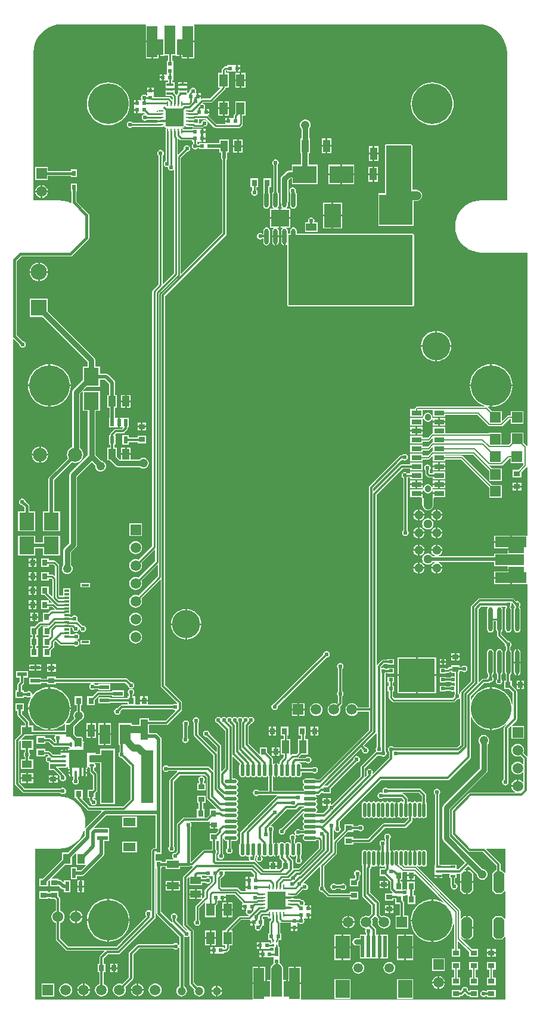
<source format=gtl>
%FSAX24Y24*%
%MOIN*%
G70*
G01*
G75*
G04 Layer_Physical_Order=1*
G04 Layer_Color=255*
%ADD10R,0.0236X0.0236*%
%ADD11R,0.0591X0.1614*%
%ADD12R,0.0591X0.1772*%
%ADD13R,0.0413X0.0866*%
%ADD14R,0.0236X0.0236*%
%ADD15R,0.0472X0.0709*%
%ADD16R,0.0984X0.0984*%
%ADD17O,0.0315X0.0098*%
%ADD18O,0.0098X0.0315*%
%ADD19R,0.0413X0.0591*%
%ADD20R,0.1614X0.0591*%
%ADD21R,0.1772X0.0591*%
%ADD22R,0.0866X0.0413*%
%ADD23O,0.0138X0.0315*%
%ADD24O,0.0315X0.0138*%
%ADD25R,0.0295X0.0118*%
%ADD26R,0.0413X0.0709*%
%ADD27R,0.0315X0.0374*%
%ADD28R,0.1319X0.0965*%
%ADD29R,0.0374X0.0315*%
%ADD30R,0.0591X0.0591*%
%ADD31R,0.0591X0.0591*%
%ADD32O,0.0236X0.0886*%
%ADD33R,0.1024X0.0925*%
%ADD34R,0.0965X0.1319*%
%ADD35R,0.0591X0.0413*%
%ADD36R,0.0110X0.0110*%
%ADD37R,0.0140X0.0140*%
%ADD38R,0.0236X0.0413*%
%ADD39R,0.0354X0.0295*%
%ADD40R,0.0709X0.2953*%
%ADD41R,0.0197X0.1220*%
%ADD42R,0.0787X0.0984*%
%ADD43R,0.0787X0.1299*%
%ADD44R,0.0236X0.0551*%
%ADD45R,0.0433X0.0571*%
%ADD46O,0.0689X0.0217*%
%ADD47O,0.0217X0.0689*%
%ADD48R,0.0295X0.0354*%
%ADD49R,0.0433X0.0748*%
%ADD50R,0.0571X0.0433*%
%ADD51R,0.0394X0.0118*%
%ADD52R,0.0276X0.0118*%
%ADD53R,0.0709X0.0472*%
%ADD54R,0.0610X0.0236*%
%ADD55R,0.0591X0.1102*%
%ADD56R,0.0197X0.0315*%
%ADD57O,0.0177X0.0827*%
%ADD58O,0.0236X0.1358*%
%ADD59R,0.2032X0.1890*%
%ADD60R,0.0236X0.0197*%
%ADD61R,0.0846X0.0984*%
%ADD62R,0.0551X0.0236*%
%ADD63R,0.0709X0.0413*%
%ADD64R,0.0394X0.0138*%
%ADD65R,0.1850X0.1713*%
%ADD66R,0.0579X0.0291*%
%ADD67C,0.0120*%
%ADD68C,0.0100*%
%ADD69C,0.0200*%
%ADD70C,0.0500*%
%ADD71C,0.0300*%
%ADD72C,0.0080*%
%ADD73C,0.0150*%
%ADD74C,0.0800*%
%ADD75C,0.0580*%
%ADD76C,0.0400*%
%ADD77R,0.0091X0.0053*%
%ADD78R,0.0087X0.0171*%
%ADD79R,0.0394X0.0472*%
%ADD80R,0.1415X0.4155*%
%ADD81R,0.6957X0.3940*%
%ADD82R,0.0413X0.1161*%
%ADD83R,0.0757X0.0757*%
%ADD84R,0.0778X0.0256*%
%ADD85R,0.0028X0.0019*%
%ADD86R,0.0044X0.0024*%
%ADD87R,0.0025X0.0044*%
%ADD88R,0.0026X0.0039*%
%ADD89R,0.0029X0.0043*%
%ADD90R,0.0214X0.0034*%
%ADD91R,0.0470X0.0034*%
%ADD92R,0.0065X0.0043*%
%ADD93C,0.1575*%
%ADD94C,0.0591*%
%ADD95C,0.2264*%
%ADD96C,0.0787*%
%ADD97C,0.0532*%
%ADD98C,0.0600*%
%ADD99C,0.0906*%
%ADD100R,0.0906X0.0906*%
%ADD101C,0.0472*%
G04:AMPARAMS|DCode=102|XSize=120mil|YSize=60mil|CornerRadius=0mil|HoleSize=0mil|Usage=FLASHONLY|Rotation=90.000|XOffset=0mil|YOffset=0mil|HoleType=Round|Shape=Octagon|*
%AMOCTAGOND102*
4,1,8,0.0150,0.0600,-0.0150,0.0600,-0.0300,0.0450,-0.0300,-0.0450,-0.0150,-0.0600,0.0150,-0.0600,0.0300,-0.0450,0.0300,0.0450,0.0150,0.0600,0.0*
%
%ADD102OCTAGOND102*%

%ADD103C,0.0512*%
%ADD104C,0.0240*%
%ADD105C,0.0480*%
%ADD106C,0.0260*%
%ADD107C,0.0380*%
G36*
X001896Y-010245D02*
Y-010285D01*
X001872Y-010301D01*
X001835Y-010357D01*
X001822Y-010423D01*
X001835Y-010488D01*
X001872Y-010544D01*
X001928Y-010581D01*
X001994Y-010594D01*
X002466D01*
X002532Y-010581D01*
X002587Y-010544D01*
X002593Y-010535D01*
X002672D01*
X002715Y-010578D01*
Y-010982D01*
X001581Y-012117D01*
X001355D01*
X001320Y-012124D01*
X001289Y-012098D01*
Y-011712D01*
X001280Y-011665D01*
X001253Y-011625D01*
X001082Y-011454D01*
Y-011418D01*
X001098Y-011396D01*
X001138D01*
X001154Y-011420D01*
X001209Y-011457D01*
X001275Y-011470D01*
X001341Y-011457D01*
X001396Y-011420D01*
X001413Y-011396D01*
X001453D01*
X001468Y-011418D01*
Y-011546D01*
X001460Y-011551D01*
X001420Y-011611D01*
X001407Y-011681D01*
X001420Y-011751D01*
X001460Y-011811D01*
X001520Y-011851D01*
X001590Y-011865D01*
X001660Y-011851D01*
X001720Y-011811D01*
X001760Y-011751D01*
X001774Y-011681D01*
X001760Y-011611D01*
X001720Y-011551D01*
X001712Y-011546D01*
Y-011418D01*
X001749Y-011364D01*
X001762Y-011298D01*
Y-010826D01*
X001749Y-010760D01*
X001711Y-010705D01*
X001656Y-010668D01*
X001590Y-010654D01*
X001524Y-010668D01*
X001469Y-010705D01*
X001453Y-010729D01*
X001413D01*
X001396Y-010705D01*
X001388Y-010699D01*
Y-010528D01*
X001395Y-010523D01*
X001435Y-010463D01*
X001449Y-010393D01*
X001435Y-010323D01*
X001408Y-010282D01*
X001436Y-010254D01*
X001471Y-010277D01*
X001541Y-010291D01*
X001611Y-010277D01*
X001671Y-010237D01*
X001676Y-010230D01*
X001874D01*
X001896Y-010245D01*
D02*
G37*
G36*
X-006398Y-009187D02*
X-006398Y-010989D01*
X-006498D01*
X-006545Y-010998D01*
X-006584Y-011025D01*
X-006622Y-011062D01*
X-006648Y-011102D01*
X-006658Y-011149D01*
Y-014485D01*
X-006693Y-014504D01*
X-006735Y-014475D01*
X-006806Y-014461D01*
X-006876Y-014475D01*
X-006935Y-014515D01*
X-006975Y-014575D01*
X-006989Y-014645D01*
X-006975Y-014715D01*
X-006935Y-014775D01*
X-006928Y-014780D01*
Y-014821D01*
X-008598Y-016491D01*
X-011292D01*
X-011750Y-016033D01*
Y-015171D01*
X-011691Y-015146D01*
X-011616Y-015089D01*
X-011558Y-015014D01*
X-011522Y-014926D01*
X-011509Y-014832D01*
X-011522Y-014738D01*
X-011558Y-014650D01*
X-011616Y-014575D01*
X-011691Y-014517D01*
X-011750Y-014493D01*
Y-013830D01*
X-011760Y-013783D01*
X-011786Y-013743D01*
X-011834Y-013695D01*
Y-013404D01*
X-012328D01*
Y-013458D01*
X-012425D01*
Y-013404D01*
X-012919D01*
Y-013839D01*
X-012425D01*
Y-013784D01*
X-012328D01*
Y-013839D01*
X-012037D01*
X-011995Y-013881D01*
Y-014493D01*
X-012054Y-014517D01*
X-012129Y-014575D01*
X-012187Y-014650D01*
X-012223Y-014738D01*
X-012236Y-014832D01*
X-012223Y-014926D01*
X-012187Y-015014D01*
X-012129Y-015089D01*
X-012054Y-015146D01*
X-011995Y-015171D01*
Y-016084D01*
X-011995Y-016084D01*
X-011995D01*
X-011986Y-016131D01*
X-011959Y-016170D01*
X-011430Y-016700D01*
X-011430D01*
X-011430Y-016700D01*
X-011430Y-016700D01*
Y-016700D01*
X-011390Y-016726D01*
X-011343Y-016736D01*
X-009289D01*
X-009274Y-016773D01*
X-009526Y-017025D01*
X-009553Y-017065D01*
X-009562Y-017111D01*
Y-017469D01*
X-009641D01*
Y-017943D01*
X-009562D01*
Y-018589D01*
X-009619Y-018612D01*
X-009693Y-018669D01*
X-009750Y-018743D01*
X-009786Y-018830D01*
X-009798Y-018922D01*
X-009786Y-019015D01*
X-009750Y-019102D01*
X-009693Y-019176D01*
X-009619Y-019233D01*
X-009532Y-019269D01*
X-009440Y-019281D01*
X-009347Y-019269D01*
X-009260Y-019233D01*
X-009186Y-019176D01*
X-009129Y-019102D01*
X-009093Y-019015D01*
X-009081Y-018922D01*
X-009093Y-018830D01*
X-009129Y-018743D01*
X-009186Y-018669D01*
X-009260Y-018612D01*
X-009317Y-018589D01*
Y-017943D01*
X-009226D01*
Y-017469D01*
X-009317D01*
Y-017162D01*
X-009078Y-016923D01*
X-008479D01*
X-008432Y-016913D01*
X-008392Y-016887D01*
X-006449Y-014943D01*
X-006422Y-014904D01*
X-006413Y-014857D01*
Y-012116D01*
X-006413D01*
X-006393D01*
X-006393D01*
X-006385D01*
X-006385D01*
D01*
X-006372D01*
Y-014617D01*
X-006372Y-014617D01*
X-006372D01*
X-006362Y-014669D01*
X-006332Y-014714D01*
X-005093Y-015953D01*
Y-016389D01*
X-005131Y-016400D01*
X-005165Y-016349D01*
X-005225Y-016309D01*
X-005295Y-016295D01*
X-005365Y-016309D01*
X-005425Y-016349D01*
X-005430Y-016356D01*
X-007370D01*
X-007417Y-016366D01*
X-007457Y-016392D01*
X-007871Y-016806D01*
X-007897Y-016846D01*
X-007906Y-016893D01*
Y-018216D01*
X-008290Y-018600D01*
X-008347Y-018576D01*
X-008440Y-018564D01*
X-008532Y-018576D01*
X-008619Y-018612D01*
X-008693Y-018669D01*
X-008750Y-018743D01*
X-008786Y-018830D01*
X-008798Y-018922D01*
X-008786Y-019015D01*
X-008750Y-019102D01*
X-008693Y-019176D01*
X-008619Y-019233D01*
X-008532Y-019269D01*
X-008440Y-019281D01*
X-008347Y-019269D01*
X-008260Y-019233D01*
X-008186Y-019176D01*
X-008129Y-019102D01*
X-008093Y-019015D01*
X-008081Y-018922D01*
X-008093Y-018830D01*
X-008117Y-018773D01*
X-007697Y-018354D01*
X-007682Y-018330D01*
X-007671Y-018314D01*
X-007662Y-018267D01*
Y-016943D01*
X-007320Y-016601D01*
X-005430D01*
X-005425Y-016609D01*
X-005365Y-016648D01*
X-005295Y-016662D01*
X-005225Y-016648D01*
X-005165Y-016609D01*
X-005131Y-016557D01*
X-005093Y-016569D01*
Y-018722D01*
X-005105Y-018727D01*
X-005167Y-018774D01*
X-005214Y-018836D01*
X-005244Y-018908D01*
X-005254Y-018985D01*
X-005244Y-019063D01*
X-005214Y-019135D01*
X-005167Y-019197D01*
X-005105Y-019244D01*
X-005033Y-019274D01*
X-004955Y-019284D01*
X-004878Y-019274D01*
X-004806Y-019244D01*
X-004744Y-019197D01*
X-004697Y-019135D01*
X-004667Y-019063D01*
X-004656Y-018985D01*
X-004667Y-018908D01*
X-004697Y-018836D01*
X-004744Y-018774D01*
X-004806Y-018727D01*
X-004818Y-018722D01*
Y-015945D01*
X-004782Y-015926D01*
X-004745Y-015951D01*
X-004675Y-015965D01*
X-004605Y-015951D01*
X-004548Y-015913D01*
X-004513Y-015932D01*
Y-018566D01*
X-004513Y-018566D01*
X-004513D01*
X-004503Y-018613D01*
X-004477Y-018653D01*
X-004248Y-018881D01*
X-004260Y-018908D01*
X-004270Y-018985D01*
X-004260Y-019063D01*
X-004230Y-019135D01*
X-004182Y-019197D01*
X-004120Y-019244D01*
X-004048Y-019274D01*
X-003971Y-019284D01*
X-003894Y-019274D01*
X-003822Y-019244D01*
X-003760Y-019197D01*
X-003712Y-019135D01*
X-003682Y-019063D01*
X-003672Y-018985D01*
X-003682Y-018908D01*
X-003712Y-018836D01*
X-003760Y-018774D01*
X-003822Y-018727D01*
X-003894Y-018697D01*
X-003971Y-018687D01*
X-004048Y-018697D01*
X-004075Y-018708D01*
X-004268Y-018516D01*
Y-015644D01*
X-004277Y-015597D01*
X-004304Y-015557D01*
X-004630Y-015231D01*
Y-012682D01*
X-004560Y-012612D01*
X-004523Y-012627D01*
Y-013061D01*
X-003813D01*
Y-012917D01*
X-003629D01*
X-003624Y-012924D01*
X-003565Y-012964D01*
X-003494Y-012978D01*
X-003424Y-012964D01*
X-003365Y-012924D01*
X-003325Y-012865D01*
X-003311Y-012795D01*
X-003325Y-012724D01*
X-003365Y-012665D01*
X-003424Y-012625D01*
X-003494Y-012611D01*
X-003565Y-012625D01*
X-003624Y-012665D01*
X-003629Y-012672D01*
X-003813D01*
Y-012528D01*
D01*
Y-012528D01*
X-003798Y-012513D01*
X-003657D01*
Y-012569D01*
X-003301D01*
Y-012569D01*
X-003301D01*
X-003301Y-012569D01*
X-003263D01*
Y-012569D01*
X-003197D01*
Y-012857D01*
X-003640Y-013299D01*
X-003664Y-013336D01*
X-003672Y-013379D01*
X-003672Y-013379D01*
Y-013710D01*
X-003776Y-013813D01*
X-003813Y-013798D01*
Y-013612D01*
X-004118D01*
Y-013829D01*
X-003844D01*
X-003828Y-013866D01*
X-004158Y-014196D01*
X-004183Y-014232D01*
X-004191Y-014275D01*
X-004191Y-014275D01*
Y-015004D01*
X-004210Y-015017D01*
X-004250Y-015076D01*
X-004264Y-015146D01*
X-004250Y-015217D01*
X-004210Y-015276D01*
X-004150Y-015316D01*
X-004080Y-015330D01*
X-004010Y-015316D01*
X-003950Y-015276D01*
X-003911Y-015217D01*
X-003897Y-015146D01*
X-003911Y-015076D01*
X-003950Y-015017D01*
X-003967Y-015006D01*
Y-014321D01*
X-003671Y-014026D01*
X-003634Y-014041D01*
Y-014854D01*
X-003042D01*
Y-014184D01*
X-002983Y-014125D01*
X-002983Y-014125D01*
X-002959Y-014089D01*
X-002950Y-014046D01*
X-002950Y-014046D01*
Y-013929D01*
X-002884D01*
Y-013929D01*
X-002884D01*
X-002884Y-013929D01*
X-002847D01*
Y-013929D01*
X-002719D01*
Y-013750D01*
X-002669D01*
Y-013701D01*
X-002491D01*
Y-013588D01*
X-001987D01*
X-001539Y-014036D01*
X-001543Y-014076D01*
X-001554Y-014083D01*
X-001590D01*
Y-014211D01*
X-001412D01*
Y-014261D01*
X-001362D01*
Y-014439D01*
X-001354D01*
X-001335Y-014474D01*
X-001350Y-014496D01*
X-001364Y-014566D01*
X-001350Y-014637D01*
X-001310Y-014696D01*
X-001250Y-014736D01*
X-001228Y-014740D01*
X-001225Y-014749D01*
X-001249Y-014782D01*
X-001680D01*
X-001723Y-014790D01*
X-001760Y-014814D01*
X-001760Y-014814D01*
X-002472Y-015527D01*
X-002497Y-015564D01*
X-002504Y-015600D01*
X-002689D01*
Y-016429D01*
X-002505D01*
Y-016563D01*
X-002534Y-016591D01*
X-002589D01*
Y-016525D01*
X-002945D01*
D01*
D01*
X-002945Y-016525D01*
X-002983D01*
Y-016525D01*
X-003111D01*
Y-016703D01*
Y-016881D01*
X-002983D01*
Y-016881D01*
X-002983D01*
X-002983Y-016881D01*
X-002945D01*
Y-016881D01*
X-002589D01*
Y-016815D01*
X-002487D01*
X-002487Y-016815D01*
X-002444Y-016807D01*
X-002408Y-016783D01*
X-002314Y-016688D01*
X-002314Y-016688D01*
X-002290Y-016652D01*
X-002281Y-016609D01*
X-002281Y-016609D01*
Y-016429D01*
X-002097D01*
Y-015600D01*
X-002176D01*
X-002191Y-015563D01*
X-001634Y-015006D01*
X-001173D01*
X-001173Y-015006D01*
X-001137Y-014999D01*
X-001106Y-015024D01*
Y-015086D01*
X-000928D01*
Y-015136D01*
X-000878D01*
Y-015314D01*
X-000853D01*
X-000834Y-015350D01*
X-000845Y-015366D01*
X-000859Y-015436D01*
X-000845Y-015507D01*
X-000805Y-015566D01*
X-000745Y-015606D01*
X-000675Y-015620D01*
X-000605Y-015606D01*
X-000545Y-015566D01*
X-000506Y-015507D01*
X-000492Y-015436D01*
X-000496Y-015416D01*
X-000455Y-015375D01*
X-000455Y-015375D01*
X-000431Y-015338D01*
X-000426Y-015314D01*
X-000356D01*
Y-014958D01*
X-000423D01*
Y-014844D01*
X-000401Y-014821D01*
X-000152D01*
X-000144Y-014860D01*
X-000120Y-014896D01*
X-000084Y-014920D01*
X-000041Y-014929D01*
X000002Y-014920D01*
X000007Y-014916D01*
X000043Y-014935D01*
Y-015001D01*
X-000023Y-015067D01*
X-000047Y-015103D01*
X-000056Y-015146D01*
X-000056Y-015146D01*
Y-015765D01*
X-000122D01*
Y-016122D01*
X000011D01*
X000038Y-016185D01*
Y-016312D01*
X000008Y-016312D01*
D01*
X-000004Y-016300D01*
Y-016266D01*
X-000360D01*
D01*
D01*
X-000360Y-016266D01*
X-000398D01*
Y-016266D01*
X-000526D01*
Y-016444D01*
Y-016622D01*
X-000398D01*
Y-016622D01*
X-000398D01*
X-000398Y-016622D01*
X-000360D01*
Y-016622D01*
X-000004D01*
Y-016572D01*
X000008D01*
X000008Y-016572D01*
X000008Y-016572D01*
X000170D01*
X000195Y-016603D01*
X000195Y-016605D01*
Y-016712D01*
X000167Y-016740D01*
X000144Y-016740D01*
Y-016740D01*
X-000212D01*
D01*
D01*
X-000212Y-016740D01*
X-000250D01*
Y-016740D01*
X-000378D01*
Y-016919D01*
Y-017097D01*
X-000250D01*
Y-017097D01*
X-000250D01*
X-000250Y-017097D01*
X-000212D01*
Y-017097D01*
X000144D01*
Y-017097D01*
X000180Y-017097D01*
Y-017134D01*
X000180D01*
Y-017443D01*
X000113Y-017494D01*
X000057Y-017567D01*
X000038Y-017614D01*
X000007D01*
Y-018365D01*
X-000168D01*
Y-018858D01*
X-000268D01*
Y-018365D01*
X-000282D01*
Y-017614D01*
X-000588D01*
Y-018560D01*
X-000637D01*
Y-018610D01*
X-000993D01*
Y-019464D01*
X-013140D01*
Y-011015D01*
X-011802D01*
X-011802Y-011015D01*
Y-011017D01*
X-011573Y-010999D01*
X-011350Y-010946D01*
X-011138Y-010858D01*
X-010943Y-010738D01*
X-010769Y-010589D01*
X-010620Y-010415D01*
X-010500Y-010220D01*
X-010414Y-010011D01*
X-010374Y-010019D01*
Y-010316D01*
X-011297Y-011238D01*
X-011649D01*
Y-011630D01*
X-012715Y-012695D01*
X-012919D01*
Y-013130D01*
X-012425D01*
Y-012867D01*
X-012365Y-012807D01*
X-012328Y-012823D01*
Y-013130D01*
X-011834D01*
X-011834Y-013130D01*
Y-013130D01*
X-011809Y-013120D01*
X-011675Y-013254D01*
X-011675D01*
X-011675Y-013254D01*
X-011675Y-013254D01*
Y-013254D01*
X-011622Y-013290D01*
X-011560Y-013302D01*
X-011531D01*
Y-013475D01*
X-011175D01*
Y-012803D01*
X-011531D01*
Y-012885D01*
X-011568Y-012900D01*
X-011671Y-012797D01*
X-011724Y-012762D01*
X-011786Y-012750D01*
X-011834D01*
Y-012695D01*
X-012201D01*
X-012216Y-012658D01*
X-011487Y-011929D01*
X-011096D01*
Y-011499D01*
X-010899Y-011301D01*
X-010862Y-011317D01*
Y-011929D01*
X-010338D01*
X-010322Y-011966D01*
X-010584Y-012228D01*
X-010801D01*
Y-012055D01*
X-011157D01*
Y-012727D01*
X-010801D01*
Y-012554D01*
X-010516D01*
X-010454Y-012542D01*
X-010401Y-012506D01*
X-009338Y-011443D01*
X-009303Y-011390D01*
X-009290Y-011328D01*
X-009290Y-011328D01*
X-009290Y-011328D01*
Y-011328D01*
Y-010601D01*
X-009029D01*
Y-010244D01*
D01*
Y-010244D01*
X-009029Y-010244D01*
Y-010207D01*
X-009029D01*
Y-009851D01*
X-009759D01*
Y-009866D01*
X-009808D01*
X-009838Y-009872D01*
X-009857Y-009836D01*
X-009179Y-009158D01*
X-006426D01*
X-006398Y-009187D01*
D02*
G37*
G36*
X-004340Y-012046D02*
X-004839Y-012545D01*
X-004866Y-012584D01*
X-004875Y-012631D01*
Y-015281D01*
X-004875Y-015281D01*
X-004875D01*
X-004866Y-015328D01*
X-004839Y-015368D01*
X-004642Y-015565D01*
X-004652Y-015586D01*
X-004692Y-015591D01*
X-005245Y-015038D01*
Y-014954D01*
X-005238Y-014949D01*
X-005198Y-014889D01*
X-005184Y-014819D01*
X-005198Y-014749D01*
X-005238Y-014689D01*
X-005297Y-014649D01*
X-005368Y-014635D01*
X-005438Y-014649D01*
X-005498Y-014689D01*
X-005537Y-014749D01*
X-005551Y-014819D01*
X-005537Y-014889D01*
X-005498Y-014949D01*
X-005490Y-014954D01*
Y-015089D01*
X-005490Y-015089D01*
X-005490D01*
X-005484Y-015119D01*
X-005519Y-015137D01*
X-006097Y-014560D01*
Y-012116D01*
X-006076D01*
Y-012037D01*
X-005862D01*
Y-012156D01*
X-005033D01*
Y-012027D01*
X-004581D01*
X-004581D01*
X-004581D01*
X-004529Y-012016D01*
X-004521Y-012011D01*
X-004363D01*
X-004359Y-012011D01*
X-004340Y-012046D01*
D02*
G37*
G36*
X-000912Y-012448D02*
Y-012608D01*
X-000978D01*
D01*
D01*
X-000978Y-012608D01*
X-001015D01*
Y-012608D01*
X-001143D01*
Y-012786D01*
X-001193D01*
Y-012836D01*
X-001371D01*
Y-012964D01*
X-001371Y-012964D01*
X-001371Y-013001D01*
X-001371D01*
Y-013129D01*
X-001193D01*
Y-013229D01*
X-001371D01*
Y-013353D01*
X-001371Y-013353D01*
X-001371Y-013353D01*
X-001371Y-013358D01*
X-001395Y-013382D01*
X-001646D01*
X-001793Y-013234D01*
X-001830Y-013210D01*
X-001873Y-013202D01*
X-001873Y-013202D01*
X-002721D01*
X-002768Y-013155D01*
Y-012705D01*
X-002651Y-012588D01*
X-002629Y-012555D01*
X-002600Y-012536D01*
X-002561Y-012477D01*
X-002547Y-012406D01*
X-002561Y-012336D01*
X-002576Y-012314D01*
X-002557Y-012278D01*
X-001082D01*
X-000912Y-012448D01*
D02*
G37*
G36*
X013139Y-012358D02*
X013102Y-012374D01*
X012955Y-012227D01*
X012887D01*
Y-011903D01*
X012878Y-011856D01*
X012851Y-011816D01*
X012087Y-011052D01*
X012103Y-011015D01*
X013139D01*
Y-012358D01*
D02*
G37*
G36*
X-005068Y028625D02*
X-005068Y028625D01*
X-005032Y028601D01*
X-005032Y028601D01*
X-005032Y028601D01*
D01*
X-005032Y028601D01*
X-005032Y028601D01*
X-004989Y028592D01*
X-004989Y028592D01*
X-004375D01*
Y028516D01*
X-004309D01*
Y028412D01*
X-004327Y028400D01*
X-004366Y028340D01*
X-004380Y028270D01*
X-004366Y028200D01*
X-004327Y028140D01*
X-004267Y028100D01*
X-004197Y028086D01*
X-004127Y028100D01*
X-004067Y028140D01*
X-004055Y028158D01*
X-003995D01*
Y028092D01*
X-003639D01*
Y028092D01*
X-003639D01*
X-003639Y028092D01*
X-003601D01*
Y028092D01*
X-003245D01*
Y028107D01*
X-002841D01*
Y027915D01*
X-002737D01*
Y027596D01*
X-002725Y027534D01*
X-002696Y027491D01*
Y023410D01*
X-004975Y021132D01*
X-005012Y021147D01*
Y027620D01*
X-004681Y027951D01*
X-004660Y027946D01*
X-004590Y027960D01*
X-004530Y028000D01*
X-004490Y028060D01*
X-004476Y028130D01*
X-004490Y028200D01*
X-004530Y028260D01*
X-004590Y028300D01*
X-004660Y028314D01*
X-004730Y028300D01*
X-004790Y028260D01*
X-004830Y028200D01*
X-004844Y028130D01*
X-004839Y028109D01*
X-005135Y027814D01*
X-005172Y027829D01*
Y028676D01*
X-005135Y028691D01*
X-005068Y028625D01*
D02*
G37*
G36*
X005932Y-004580D02*
X005958Y-004598D01*
Y-005325D01*
X005950Y-005330D01*
X005910Y-005390D01*
X005896Y-005460D01*
X005910Y-005530D01*
X005922Y-005547D01*
X005907Y-005584D01*
X005893Y-005587D01*
X005853Y-005613D01*
X005086Y-006381D01*
X005060Y-006420D01*
X005050Y-006467D01*
Y-006956D01*
X003446Y-008561D01*
X003421Y-008556D01*
X003402Y-008541D01*
Y-008455D01*
X003215D01*
Y-008612D01*
X003247D01*
X003266Y-008648D01*
X003251Y-008669D01*
X003237Y-008739D01*
X003242Y-008765D01*
X002967Y-009040D01*
X002586D01*
X002563Y-009025D01*
Y-008985D01*
X002587Y-008969D01*
X002625Y-008913D01*
X002638Y-008848D01*
X002625Y-008782D01*
X002587Y-008726D01*
X002563Y-008710D01*
Y-008670D01*
X002587Y-008654D01*
X002625Y-008598D01*
X002638Y-008533D01*
X002625Y-008467D01*
X002587Y-008411D01*
X002563Y-008395D01*
Y-008355D01*
X002587Y-008339D01*
X002625Y-008283D01*
X002628Y-008268D01*
X002230D01*
Y-008168D01*
X002628D01*
X002625Y-008152D01*
X002587Y-008096D01*
X002563Y-008080D01*
Y-008040D01*
X002586Y-008025D01*
X002683D01*
X002729Y-008016D01*
X002769Y-007989D01*
X002891Y-007868D01*
X002928Y-007883D01*
Y-007923D01*
X003402D01*
Y-007652D01*
X004846Y-006208D01*
X004905Y-006196D01*
X004965Y-006156D01*
X005004Y-006097D01*
X005018Y-006026D01*
X005004Y-005956D01*
X004965Y-005897D01*
X004905Y-005857D01*
X004835Y-005843D01*
X004765Y-005857D01*
X004705Y-005897D01*
X004665Y-005956D01*
X004651Y-006026D01*
X004656Y-006051D01*
X003199Y-007508D01*
X003048D01*
X003033Y-007471D01*
X005067Y-005437D01*
X005138Y-005508D01*
X005136Y-005517D01*
X005150Y-005587D01*
X005190Y-005647D01*
X005250Y-005687D01*
X005320Y-005701D01*
X005390Y-005687D01*
X005450Y-005647D01*
X005490Y-005587D01*
X005504Y-005517D01*
X005490Y-005447D01*
X005450Y-005387D01*
X005390Y-005347D01*
X005320Y-005333D01*
X005311Y-005335D01*
X005260Y-005284D01*
Y-005244D01*
X005906Y-004598D01*
X005920Y-004577D01*
X005932Y-004580D01*
D02*
G37*
G36*
X-001682Y-006274D02*
Y-006277D01*
X-001718Y-006331D01*
X-001731Y-006397D01*
Y-006869D01*
X-001718Y-006935D01*
X-001681Y-006991D01*
X-001625Y-007028D01*
X-001560Y-007041D01*
X-001494Y-007028D01*
X-001438Y-006991D01*
X-001422Y-006966D01*
X-001382D01*
X-001366Y-006991D01*
X-001310Y-007028D01*
X-001245Y-007041D01*
X-001179Y-007028D01*
X-001123Y-006991D01*
X-001107Y-006966D01*
X-001067D01*
X-001051Y-006991D01*
X-000995Y-007028D01*
X-000930Y-007041D01*
X-000864Y-007028D01*
X-000808Y-006991D01*
X-000792Y-006966D01*
X-000752D01*
X-000736Y-006991D01*
X-000680Y-007028D01*
X-000615Y-007041D01*
X-000549Y-007028D01*
X-000493Y-006991D01*
X-000477Y-006966D01*
X-000437D01*
X-000421Y-006991D01*
X-000365Y-007028D01*
X-000300Y-007041D01*
X-000234Y-007028D01*
X-000178Y-006991D01*
X-000162Y-006966D01*
X-000122D01*
X-000107Y-006989D01*
Y-007780D01*
X-000657D01*
X-000662Y-007773D01*
X-000722Y-007733D01*
X-000792Y-007719D01*
X-000862Y-007733D01*
X-000922Y-007773D01*
X-000961Y-007833D01*
X-000975Y-007903D01*
X-000961Y-007973D01*
X-000922Y-008033D01*
X-000862Y-008072D01*
X-000792Y-008086D01*
X-000722Y-008072D01*
X-000662Y-008033D01*
X-000657Y-008025D01*
X000363D01*
X000375Y-008063D01*
X000347Y-008082D01*
X-001646Y-010075D01*
X-001673Y-010115D01*
X-001682Y-010162D01*
Y-010706D01*
X-001718Y-010760D01*
X-001731Y-010826D01*
Y-011298D01*
X-001718Y-011364D01*
X-001681Y-011420D01*
X-001625Y-011457D01*
X-001560Y-011470D01*
X-001494Y-011457D01*
X-001438Y-011420D01*
X-001422Y-011396D01*
X-001382D01*
X-001366Y-011420D01*
X-001310Y-011457D01*
X-001245Y-011470D01*
X-001213Y-011464D01*
X-001190Y-011497D01*
X-001195Y-011504D01*
X-001209Y-011574D01*
X-001195Y-011644D01*
X-001187Y-011656D01*
X-001206Y-011691D01*
X-003012D01*
Y-011335D01*
X-003005Y-011330D01*
X-002965Y-011270D01*
X-002951Y-011200D01*
X-002965Y-011130D01*
X-003005Y-011070D01*
X-003012Y-011065D01*
Y-010581D01*
X-002897D01*
Y-010581D01*
X-002891D01*
X-002863Y-010609D01*
Y-011296D01*
X-002890Y-011314D01*
X-002930Y-011374D01*
X-002944Y-011444D01*
X-002930Y-011514D01*
X-002890Y-011574D01*
X-002830Y-011613D01*
X-002760Y-011627D01*
X-002690Y-011613D01*
X-002630Y-011574D01*
X-002591Y-011514D01*
X-002577Y-011444D01*
X-002591Y-011374D01*
X-002630Y-011314D01*
X-002638Y-011309D01*
Y-010469D01*
X-002599Y-010466D01*
X-002594Y-010488D01*
X-002557Y-010544D01*
X-002501Y-010581D01*
X-002436Y-010594D01*
X-002407D01*
Y-010977D01*
X-002425Y-010989D01*
X-002465Y-011049D01*
X-002479Y-011119D01*
X-002465Y-011189D01*
X-002425Y-011249D01*
X-002365Y-011288D01*
X-002295Y-011302D01*
X-002225Y-011288D01*
X-002165Y-011249D01*
X-002126Y-011189D01*
X-002112Y-011119D01*
X-002126Y-011049D01*
X-002165Y-010989D01*
X-002183Y-010977D01*
Y-010594D01*
X-001963D01*
X-001897Y-010581D01*
X-001842Y-010544D01*
X-001805Y-010488D01*
X-001792Y-010423D01*
X-001805Y-010357D01*
X-001842Y-010301D01*
X-001866Y-010285D01*
Y-010245D01*
X-001842Y-010229D01*
X-001805Y-010173D01*
X-001792Y-010108D01*
X-001805Y-010042D01*
X-001842Y-009986D01*
X-001866Y-009970D01*
Y-009930D01*
X-001842Y-009914D01*
X-001805Y-009858D01*
X-001792Y-009793D01*
X-001805Y-009727D01*
X-001842Y-009671D01*
X-001866Y-009655D01*
Y-009615D01*
X-001842Y-009599D01*
X-001805Y-009543D01*
X-001802Y-009528D01*
X-002199D01*
Y-009428D01*
X-001802D01*
X-001805Y-009412D01*
X-001842Y-009356D01*
X-001866Y-009340D01*
Y-009300D01*
X-001842Y-009284D01*
X-001805Y-009228D01*
X-001792Y-009163D01*
X-001805Y-009097D01*
X-001842Y-009041D01*
X-001866Y-009025D01*
Y-008985D01*
X-001842Y-008969D01*
X-001805Y-008913D01*
X-001792Y-008848D01*
X-001805Y-008782D01*
X-001842Y-008726D01*
X-001866Y-008710D01*
Y-008670D01*
X-001842Y-008654D01*
X-001805Y-008598D01*
X-001792Y-008533D01*
X-001805Y-008467D01*
X-001842Y-008411D01*
X-001866Y-008395D01*
Y-008355D01*
X-001842Y-008339D01*
X-001805Y-008283D01*
X-001792Y-008218D01*
X-001805Y-008152D01*
X-001842Y-008096D01*
X-001866Y-008080D01*
Y-008040D01*
X-001842Y-008024D01*
X-001805Y-007968D01*
X-001792Y-007903D01*
X-001805Y-007837D01*
X-001842Y-007782D01*
X-001866Y-007765D01*
Y-007725D01*
X-001842Y-007709D01*
X-001805Y-007654D01*
X-001792Y-007588D01*
X-001805Y-007522D01*
X-001842Y-007467D01*
X-001866Y-007450D01*
Y-007410D01*
X-001842Y-007394D01*
X-001805Y-007339D01*
X-001792Y-007273D01*
X-001805Y-007207D01*
X-001842Y-007152D01*
X-001897Y-007114D01*
X-001963Y-007101D01*
X-002100D01*
Y-005909D01*
X-002063Y-005893D01*
X-001682Y-006274D01*
D02*
G37*
G36*
X001896Y-008670D02*
Y-008710D01*
X001874Y-008725D01*
X001836D01*
X001789Y-008735D01*
X001750Y-008761D01*
X000631Y-009880D01*
X000585Y-009889D01*
X000525Y-009929D01*
X000485Y-009988D01*
X000471Y-010058D01*
X000485Y-010129D01*
X000525Y-010188D01*
X000585Y-010228D01*
X000655Y-010242D01*
X000725Y-010228D01*
X000785Y-010188D01*
X000825Y-010129D01*
X000839Y-010058D01*
X000832Y-010025D01*
X001859Y-008997D01*
X001896Y-009013D01*
Y-009025D01*
X001872Y-009041D01*
X001835Y-009097D01*
X001822Y-009163D01*
X001835Y-009228D01*
X001872Y-009284D01*
X001896Y-009300D01*
Y-009340D01*
X001872Y-009356D01*
X001835Y-009412D01*
X001822Y-009478D01*
X001835Y-009543D01*
X001872Y-009599D01*
X001896Y-009615D01*
Y-009655D01*
X001872Y-009671D01*
X001835Y-009727D01*
X001822Y-009793D01*
X001835Y-009858D01*
X001872Y-009914D01*
X001896Y-009930D01*
Y-009970D01*
X001874Y-009985D01*
X001676D01*
X001671Y-009978D01*
X001611Y-009938D01*
X001541Y-009924D01*
X001471Y-009938D01*
X001411Y-009978D01*
X001371Y-010037D01*
X001357Y-010108D01*
X001371Y-010178D01*
X001398Y-010218D01*
X001370Y-010246D01*
X001335Y-010223D01*
X001265Y-010209D01*
X001195Y-010223D01*
X001135Y-010263D01*
X001096Y-010323D01*
X001082Y-010393D01*
X001096Y-010463D01*
X001135Y-010523D01*
X001143Y-010528D01*
Y-010721D01*
X001138Y-010729D01*
X001098D01*
X001081Y-010705D01*
X001026Y-010668D01*
X000960Y-010654D01*
X000894Y-010668D01*
X000839Y-010705D01*
X000823Y-010729D01*
X000783D01*
X000766Y-010705D01*
X000711Y-010668D01*
X000645Y-010654D01*
X000579Y-010668D01*
X000524Y-010705D01*
X000508Y-010729D01*
X000468D01*
X000451Y-010705D01*
X000396Y-010668D01*
X000380Y-010664D01*
Y-011062D01*
Y-011460D01*
X000396Y-011457D01*
X000451Y-011420D01*
X000468Y-011396D01*
X000508D01*
X000523Y-011418D01*
Y-011525D01*
X000532Y-011572D01*
X000559Y-011611D01*
X000670Y-011723D01*
X000655Y-011760D01*
X000644D01*
Y-012046D01*
X000518Y-012172D01*
X000371D01*
Y-012047D01*
X-000045D01*
Y-012172D01*
X-000366D01*
X-000769Y-011769D01*
X-000770Y-011767D01*
X-000796Y-011727D01*
X-000836Y-011701D01*
X-000883Y-011691D01*
X-000885Y-011688D01*
X-000856Y-011644D01*
X-000842Y-011574D01*
X-000846Y-011551D01*
X-000826Y-011521D01*
X-000818Y-011478D01*
X-000818Y-011478D01*
Y-011426D01*
X-000808Y-011420D01*
X-000792Y-011396D01*
X-000752D01*
X-000736Y-011420D01*
X-000736Y-011420D01*
X-000736D01*
X-000727Y-011446D01*
X-000743Y-011457D01*
X-000782Y-011516D01*
X-000796Y-011586D01*
X-000782Y-011657D01*
X-000743Y-011716D01*
X-000683Y-011756D01*
X-000613Y-011770D01*
X-000542Y-011756D01*
X-000483Y-011716D01*
X-000443Y-011657D01*
X-000429Y-011586D01*
X-000443Y-011516D01*
X-000483Y-011457D01*
X-000503Y-011443D01*
Y-011426D01*
X-000493Y-011420D01*
X-000477Y-011396D01*
X-000437D01*
X-000421Y-011420D01*
X-000365Y-011457D01*
X-000300Y-011470D01*
X-000234Y-011457D01*
X-000178Y-011420D01*
X-000162Y-011396D01*
X-000122D01*
X-000106Y-011420D01*
X-000050Y-011457D01*
X000015Y-011470D01*
X000081Y-011457D01*
X000137Y-011420D01*
X000153Y-011396D01*
X000193D01*
X000209Y-011420D01*
X000265Y-011457D01*
X000280Y-011460D01*
Y-011062D01*
Y-010664D01*
X000265Y-010668D01*
X000209Y-010705D01*
X000193Y-010729D01*
X000153D01*
X000138Y-010706D01*
Y-010065D01*
X000145Y-010060D01*
X000185Y-010001D01*
X000199Y-009930D01*
X000185Y-009860D01*
X000145Y-009801D01*
X000085Y-009761D01*
X000015Y-009747D01*
X000014Y-009745D01*
X000933Y-008826D01*
X001394D01*
X001441Y-008817D01*
X001481Y-008790D01*
X001616Y-008655D01*
X001874D01*
X001896Y-008670D01*
D02*
G37*
G36*
X-003372Y-009497D02*
Y-009634D01*
X-003134D01*
Y-009684D01*
X-003084D01*
Y-009892D01*
X-002959D01*
X-002913Y-009923D01*
D01*
D01*
X-002913Y-009923D01*
X-002922Y-009970D01*
Y-010037D01*
X-003051Y-010166D01*
X-003372D01*
Y-010581D01*
X-003257D01*
Y-011065D01*
X-003264Y-011070D01*
X-003269Y-011078D01*
X-003674D01*
X-003721Y-011087D01*
X-003761Y-011114D01*
X-004407Y-011760D01*
X-004444Y-011744D01*
Y-009822D01*
X-004412Y-009774D01*
X-004398Y-009704D01*
X-004412Y-009634D01*
X-004451Y-009574D01*
X-004511Y-009534D01*
X-004511Y-009534D01*
X-004511D01*
Y-009534D01*
X-004511Y-009531D01*
X-003508D01*
X-003462Y-009522D01*
X-003422Y-009495D01*
X-003422Y-009495D01*
X-003422Y-009495D01*
X-003409Y-009482D01*
X-003372Y-009497D01*
D02*
G37*
G36*
X-011648Y035080D02*
X-006984D01*
X-006955Y035051D01*
Y034164D01*
X-006600D01*
Y034114D01*
X-006550D01*
Y033168D01*
X-006245D01*
Y033322D01*
X-006231D01*
Y033815D01*
X-006131D01*
Y033322D01*
X-005914D01*
Y033325D01*
X-005712D01*
Y033051D01*
X-005778D01*
Y032695D01*
X-005778Y032695D01*
X-005778Y032658D01*
X-005778D01*
Y032301D01*
X-005778D01*
Y032291D01*
X-005781Y032288D01*
X-005781D01*
D01*
X-005819D01*
Y032288D01*
X-005947D01*
Y032110D01*
Y031932D01*
X-005819D01*
Y031932D01*
X-005819D01*
X-005819Y031932D01*
X-005781D01*
Y031932D01*
X-005715D01*
Y031834D01*
X-005861D01*
Y031576D01*
Y031499D01*
X-005347D01*
Y031576D01*
Y031834D01*
X-005491D01*
Y031932D01*
X-005425D01*
Y032288D01*
X-005425D01*
Y032298D01*
X-005422Y032301D01*
X-005422D01*
Y032658D01*
D01*
Y032658D01*
X-005422Y032658D01*
Y032695D01*
X-005422D01*
Y033051D01*
X-005488D01*
Y033325D01*
X-005286D01*
Y033322D01*
X-005069D01*
Y033815D01*
X-004969D01*
Y033322D01*
X-004955D01*
Y033168D01*
X-004650D01*
Y034114D01*
X-004600D01*
Y034164D01*
X-004245D01*
Y035051D01*
X-004245Y035051D01*
D01*
X-004245Y035060D01*
D01*
X-004225Y035080D01*
X011647D01*
X011655Y035081D01*
X011897Y035062D01*
X012140Y035004D01*
X012371Y034908D01*
X012584Y034777D01*
X012775Y034615D01*
X012937Y034424D01*
X013068Y034211D01*
X013164Y033980D01*
X013222Y033736D01*
X013241Y033494D01*
X013240Y033487D01*
Y025237D01*
X011801D01*
Y025239D01*
X011572Y025221D01*
X011349Y025168D01*
X011137Y025080D01*
X010942Y024960D01*
X010768Y024811D01*
X010619Y024637D01*
X010499Y024442D01*
X010411Y024230D01*
X010358Y024007D01*
X010340Y023778D01*
X010358Y023550D01*
X010411Y023327D01*
X010499Y023115D01*
X010619Y022920D01*
X010768Y022745D01*
X010942Y022596D01*
X011137Y022477D01*
X011349Y022389D01*
X011572Y022335D01*
X011801Y022317D01*
Y022320D01*
X014389D01*
Y019577D01*
X014389Y019577D01*
X014389D01*
Y011507D01*
X014351Y011495D01*
X014342Y011509D01*
X014162Y011689D01*
Y012255D01*
X013451D01*
Y011689D01*
X013337Y011574D01*
X012933D01*
Y012223D01*
X012222D01*
Y012203D01*
X009797D01*
Y012561D01*
X009098D01*
Y012203D01*
X009092D01*
X009053Y012195D01*
X009020Y012173D01*
X008804Y011957D01*
X008525D01*
Y012061D01*
X007827D01*
Y011650D01*
X008525D01*
Y011753D01*
X008846D01*
X008885Y011761D01*
X008918Y011783D01*
X009061Y011926D01*
X009098Y011911D01*
Y011703D01*
X009092D01*
X009053Y011695D01*
X009020Y011673D01*
X008804Y011457D01*
X008525D01*
Y011561D01*
X007827D01*
Y011150D01*
X008525D01*
Y011253D01*
X008846D01*
X008885Y011261D01*
X008918Y011283D01*
X008918Y011283D01*
X008918Y011283D01*
X009061Y011426D01*
X009098Y011411D01*
Y011203D01*
X009092D01*
X009053Y011195D01*
X009020Y011173D01*
X008804Y010957D01*
X008525D01*
Y011061D01*
X007827D01*
Y010650D01*
X008525D01*
Y010753D01*
X008846D01*
X008885Y010761D01*
X008918Y010783D01*
X008918Y010783D01*
X008918Y010783D01*
X009061Y010926D01*
X009098Y010911D01*
Y010650D01*
X009797D01*
Y010753D01*
X010662D01*
X012245Y009171D01*
Y008605D01*
X012955D01*
Y009315D01*
X012389D01*
X010777Y010927D01*
X010744Y010949D01*
X010705Y010957D01*
X009797D01*
Y010999D01*
X011357D01*
X012245Y010111D01*
Y009545D01*
X012955D01*
Y010255D01*
X012389D01*
X012256Y010389D01*
X012263Y010403D01*
X012937D01*
X012976Y010411D01*
X013009Y010433D01*
X013374Y010798D01*
X013445D01*
Y010545D01*
X014155D01*
D01*
X014155D01*
X014168Y010532D01*
Y010433D01*
X013897Y010162D01*
X013553D01*
Y009727D01*
X014047D01*
Y010024D01*
X014342Y010319D01*
X014351Y010332D01*
X014389Y010321D01*
Y006485D01*
X013520D01*
Y006130D01*
X013470D01*
Y006080D01*
X012524D01*
Y005775D01*
X013275D01*
Y005761D01*
X013769D01*
Y005661D01*
X013275D01*
Y005485D01*
X012524D01*
Y005339D01*
X009427D01*
X009419Y005379D01*
X009471Y005400D01*
X009537Y005451D01*
X009588Y005517D01*
X009620Y005594D01*
X009624Y005626D01*
X009000D01*
X009004Y005594D01*
X009036Y005517D01*
X009086Y005451D01*
X009153Y005400D01*
X009205Y005379D01*
X009197Y005339D01*
X009085D01*
X009037Y005401D01*
X008971Y005452D01*
X008894Y005484D01*
X008812Y005495D01*
X008729Y005484D01*
X008652Y005452D01*
X008587Y005401D01*
X008536Y005335D01*
X008504Y005259D01*
X008493Y005176D01*
X008504Y005094D01*
X008536Y005017D01*
X008587Y004951D01*
X008652Y004900D01*
X008729Y004868D01*
X008812Y004858D01*
X008894Y004868D01*
X008971Y004900D01*
X009037Y004951D01*
X009085Y005013D01*
X009197D01*
X009205Y004974D01*
X009153Y004952D01*
X009086Y004901D01*
X009036Y004835D01*
X009004Y004759D01*
X009000Y004726D01*
X009624D01*
X009620Y004759D01*
X009588Y004835D01*
X009537Y004901D01*
X009471Y004952D01*
X009419Y004974D01*
X009427Y005013D01*
X012524D01*
Y004775D01*
X013275D01*
Y004599D01*
X013769D01*
Y004499D01*
X013275D01*
Y004485D01*
X012524D01*
Y004180D01*
X013470D01*
Y004130D01*
X013520D01*
Y003775D01*
X014389D01*
Y-005837D01*
X014352Y-005852D01*
X014167Y-005667D01*
X014190Y-005610D01*
X014202Y-005517D01*
X014190Y-005424D01*
X014154Y-005338D01*
X014097Y-005264D01*
X014023Y-005207D01*
X013937Y-005171D01*
X013844Y-005159D01*
X013751Y-005171D01*
X013665Y-005207D01*
X013591Y-005264D01*
X013534Y-005338D01*
X013498Y-005424D01*
X013486Y-005517D01*
X013498Y-005610D01*
X013534Y-005696D01*
X013591Y-005770D01*
X013665Y-005827D01*
X013751Y-005863D01*
X013844Y-005875D01*
X013937Y-005863D01*
X013994Y-005840D01*
X014165Y-006011D01*
Y-006289D01*
X014127Y-006302D01*
X014097Y-006264D01*
X014023Y-006207D01*
X013937Y-006171D01*
X013844Y-006159D01*
X013751Y-006171D01*
X013665Y-006207D01*
X013591Y-006264D01*
X013534Y-006338D01*
X013498Y-006424D01*
X013486Y-006517D01*
X013498Y-006610D01*
X013534Y-006696D01*
X013591Y-006770D01*
X013665Y-006827D01*
X013751Y-006863D01*
X013844Y-006875D01*
X013937Y-006863D01*
X014023Y-006827D01*
X014097Y-006770D01*
X014127Y-006732D01*
X014165Y-006745D01*
Y-007289D01*
X014127Y-007302D01*
X014097Y-007264D01*
X014023Y-007207D01*
X013937Y-007171D01*
X013894Y-007165D01*
Y-007517D01*
X013844D01*
Y-007567D01*
X013492D01*
X013498Y-007610D01*
X013534Y-007696D01*
X013591Y-007770D01*
X013665Y-007827D01*
X013695Y-007840D01*
X013687Y-007879D01*
X011201D01*
X011154Y-007888D01*
X011114Y-007915D01*
X010190Y-008839D01*
X010164Y-008878D01*
X010155Y-008925D01*
Y-010188D01*
X010155Y-010188D01*
X010155D01*
X010164Y-010234D01*
X010190Y-010274D01*
X011083Y-011167D01*
X011123Y-011193D01*
X011123Y-011193D01*
X011123Y-011193D01*
D01*
X011123Y-011193D01*
X011123Y-011193D01*
X011169Y-011202D01*
X011892D01*
X012643Y-011953D01*
Y-012227D01*
X012595D01*
X012415Y-012407D01*
Y-013367D01*
X012595Y-013547D01*
X012955D01*
X013102Y-013400D01*
X013139Y-013415D01*
Y-014918D01*
X013102Y-014934D01*
X012955Y-014787D01*
X012595D01*
X012415Y-014967D01*
Y-015927D01*
X012595Y-016107D01*
X012955D01*
X013102Y-015960D01*
X013139Y-015975D01*
Y-019464D01*
X001718D01*
Y-018610D01*
X001362D01*
Y-018560D01*
X001312D01*
Y-017614D01*
X001007D01*
Y-018365D01*
X000993D01*
Y-018858D01*
X000893D01*
Y-018365D01*
X000718D01*
Y-017614D01*
X000687D01*
X000668Y-017567D01*
X000612Y-017494D01*
X000539Y-017438D01*
X000536Y-017437D01*
Y-017134D01*
D01*
Y-017134D01*
X000536Y-017134D01*
Y-017097D01*
X000536D01*
Y-016740D01*
X000521D01*
Y-016605D01*
X000509Y-016543D01*
X000473Y-016490D01*
X000468Y-016487D01*
Y-016342D01*
Y-016181D01*
X000489Y-016122D01*
X000628D01*
Y-015765D01*
X000562D01*
Y-015162D01*
X000612Y-015152D01*
X000612Y-015152D01*
D01*
X000612Y-015152D01*
X000612Y-015152D01*
X000654Y-015161D01*
X001166D01*
Y-015227D01*
X001166Y-015227D01*
X001166Y-015264D01*
X001166D01*
Y-015392D01*
X001522D01*
Y-015264D01*
D01*
Y-015264D01*
X001522Y-015264D01*
Y-015227D01*
X001522D01*
Y-015161D01*
X001583D01*
X001595Y-015178D01*
X001654Y-015218D01*
X001725Y-015232D01*
X001795Y-015218D01*
X001854Y-015178D01*
X001894Y-015119D01*
X001908Y-015048D01*
X001894Y-014978D01*
X001879Y-014956D01*
X001898Y-014921D01*
X001908D01*
Y-014921D01*
X001908D01*
X001908Y-014921D01*
X001945D01*
Y-014921D01*
X002073D01*
Y-014743D01*
X002123D01*
Y-014693D01*
X002301D01*
Y-014582D01*
X002301Y-014582D01*
D01*
X002301Y-014565D01*
Y-014563D01*
Y-014559D01*
X002301Y-014554D01*
X002301Y-014536D01*
X002301Y-014536D01*
X002301D01*
Y-014425D01*
X002123D01*
Y-014376D01*
X002073D01*
Y-014197D01*
X001945D01*
X001926Y-014162D01*
X001937Y-014147D01*
X001951Y-014076D01*
X001937Y-014006D01*
X001897Y-013947D01*
X001838Y-013907D01*
X001767Y-013893D01*
X001746Y-013897D01*
X001712Y-013862D01*
X001675Y-013838D01*
X001632Y-013829D01*
X001632Y-013829D01*
X001346D01*
X001327Y-013794D01*
X001327Y-013795D01*
X001120D01*
Y-013695D01*
X001327D01*
X001307Y-013666D01*
X001309Y-013660D01*
X001409D01*
X001409Y-013660D01*
X001452Y-013651D01*
X001488Y-013627D01*
X001807Y-013308D01*
X001852D01*
X001867Y-013318D01*
X001937Y-013332D01*
X002007Y-013318D01*
X002067Y-013279D01*
X002107Y-013219D01*
X002121Y-013149D01*
X002107Y-013079D01*
X002067Y-013019D01*
X002007Y-012979D01*
X001937Y-012965D01*
X001878Y-012977D01*
X001859Y-012942D01*
X002751Y-012051D01*
X002788Y-012066D01*
Y-013125D01*
X002770Y-013137D01*
X002730Y-013196D01*
X002716Y-013266D01*
X002730Y-013337D01*
X002770Y-013396D01*
X002830Y-013436D01*
X002900Y-013450D01*
X002921Y-013446D01*
X003185Y-013710D01*
X003185Y-013710D01*
X003222Y-013735D01*
X003265Y-013743D01*
X003265Y-013743D01*
X004443D01*
Y-013849D01*
X004937D01*
Y-013414D01*
X004443D01*
Y-013519D01*
X003311D01*
X003079Y-013287D01*
X003083Y-013266D01*
X003069Y-013196D01*
X003030Y-013137D01*
X003012Y-013125D01*
Y-012015D01*
X003692Y-011336D01*
X003692Y-011336D01*
X003716Y-011299D01*
X003716Y-011299D01*
X003716Y-011299D01*
X003724Y-011256D01*
X003724Y-011256D01*
Y-010701D01*
X004336Y-010089D01*
X004642D01*
Y-009994D01*
X004910D01*
X004915Y-010001D01*
X004975Y-010041D01*
X005045Y-010055D01*
X005115Y-010041D01*
X005175Y-010001D01*
X005214Y-009942D01*
X005228Y-009871D01*
X005214Y-009801D01*
X005175Y-009742D01*
X005115Y-009702D01*
X005045Y-009688D01*
X004975Y-009702D01*
X004915Y-009742D01*
X004910Y-009749D01*
X004642D01*
Y-009654D01*
X004148D01*
Y-009960D01*
X003579Y-010529D01*
X003542Y-010513D01*
Y-009945D01*
X003582Y-009941D01*
X003596Y-010010D01*
X003635Y-010070D01*
X003695Y-010110D01*
X003765Y-010124D01*
X003835Y-010110D01*
X003895Y-010070D01*
X003935Y-010010D01*
X003949Y-009940D01*
X003935Y-009870D01*
X003895Y-009810D01*
X003888Y-009805D01*
Y-009499D01*
X006198Y-007189D01*
X009927D01*
X009973Y-007179D01*
X010013Y-007153D01*
X010013Y-007153D01*
X010013Y-007153D01*
X011186Y-005979D01*
X011213Y-005940D01*
X011222Y-005893D01*
X011222Y-005893D01*
X011222Y-005893D01*
Y-005893D01*
Y-003676D01*
X011262Y-003669D01*
X011287Y-003729D01*
X011385Y-003889D01*
X011506Y-004032D01*
X011649Y-004154D01*
X011809Y-004252D01*
X011982Y-004323D01*
X012165Y-004367D01*
X012302Y-004378D01*
Y-003186D01*
Y-001995D01*
X012165Y-002005D01*
X011982Y-002049D01*
X011809Y-002121D01*
X011649Y-002219D01*
X011506Y-002341D01*
X011385Y-002484D01*
X011287Y-002643D01*
X011262Y-002704D01*
X011222Y-002696D01*
Y-002499D01*
X011956Y-001765D01*
X012196D01*
X012243Y-001756D01*
X012283Y-001729D01*
X012298Y-001715D01*
X012307Y-001716D01*
X012377Y-001702D01*
X012436Y-001663D01*
X012476Y-001603D01*
X012490Y-001533D01*
X012476Y-001462D01*
X012436Y-001403D01*
X012429Y-001398D01*
Y-001293D01*
X012435Y-001289D01*
X012474Y-001230D01*
X012488Y-001161D01*
Y-000039D01*
X012474Y000031D01*
X012435Y000090D01*
X012376Y000129D01*
X012307Y000143D01*
X012237Y000129D01*
X012178Y000090D01*
X012139Y000031D01*
X012125Y-000039D01*
Y-001161D01*
X012139Y-001230D01*
X012178Y-001289D01*
X012184Y-001293D01*
Y-001398D01*
X012177Y-001403D01*
X012137Y-001462D01*
X012125Y-001521D01*
X011905D01*
X011858Y-001530D01*
X011818Y-001556D01*
X011679Y-001696D01*
X011642Y-001680D01*
Y002366D01*
X011778Y002502D01*
X012143D01*
X012162Y002467D01*
X012139Y002432D01*
X012125Y002363D01*
Y001241D01*
X012139Y001171D01*
X012178Y001112D01*
X012237Y001073D01*
X012307Y001059D01*
X012376Y001073D01*
X012435Y001112D01*
X012474Y001171D01*
X012488Y001241D01*
Y001690D01*
X012625D01*
Y001241D01*
X012639Y001171D01*
X012678Y001112D01*
X012684Y001108D01*
Y000910D01*
X012684Y000910D01*
X012684D01*
X012694Y000863D01*
X012720Y000824D01*
X013125Y000419D01*
X013123Y000410D01*
X013137Y000340D01*
X013177Y000280D01*
X013184Y000275D01*
Y000094D01*
X013178Y000090D01*
X013139Y000031D01*
X013125Y-000039D01*
Y-001161D01*
X013139Y-001230D01*
X013178Y-001289D01*
X013180Y-001291D01*
Y-001622D01*
X013095D01*
Y-002097D01*
X013367D01*
X013564Y-002294D01*
Y-002960D01*
X013524Y-002965D01*
X013489Y-002817D01*
X013417Y-002643D01*
X013319Y-002484D01*
X013197Y-002341D01*
X013055Y-002219D01*
X012895Y-002121D01*
X012721Y-002049D01*
X012539Y-002005D01*
X012402Y-001995D01*
Y-003186D01*
Y-004378D01*
X012539Y-004367D01*
X012721Y-004323D01*
X012895Y-004252D01*
X013055Y-004154D01*
X013176Y-004049D01*
X013204Y-004079D01*
X013098Y-004184D01*
X013071Y-004224D01*
X013062Y-004271D01*
Y-007132D01*
X013013Y-007165D01*
X012973Y-007224D01*
X012960Y-007295D01*
X012973Y-007365D01*
X013013Y-007424D01*
X013073Y-007464D01*
X013143Y-007478D01*
X013213Y-007464D01*
X013273Y-007424D01*
X013313Y-007365D01*
X013327Y-007295D01*
X013313Y-007224D01*
X013307Y-007216D01*
Y-004322D01*
X013452Y-004177D01*
X013489Y-004192D01*
Y-004872D01*
X014199D01*
Y-004162D01*
X013519D01*
X013504Y-004125D01*
X013773Y-003855D01*
X013800Y-003816D01*
X013809Y-003769D01*
Y-002243D01*
X013800Y-002197D01*
X013773Y-002157D01*
X013510Y-001894D01*
Y-001622D01*
X013425D01*
Y-001296D01*
X013435Y-001289D01*
X013474Y-001230D01*
X013488Y-001161D01*
Y-000039D01*
X013474Y000031D01*
X013435Y000090D01*
X013429Y000094D01*
Y000275D01*
X013436Y000280D01*
X013476Y000340D01*
X013490Y000410D01*
X013476Y000480D01*
X013436Y000540D01*
X013377Y000580D01*
X013307Y000594D01*
X013298Y000592D01*
X012929Y000961D01*
Y001108D01*
X012935Y001112D01*
X012974Y001171D01*
X012988Y001241D01*
Y002363D01*
X012974Y002432D01*
X012935Y002491D01*
X012938Y002502D01*
X013143D01*
X013162Y002467D01*
X013139Y002432D01*
X013125Y002363D01*
Y001241D01*
X013139Y001171D01*
X013178Y001112D01*
X013237Y001073D01*
X013307Y001059D01*
X013376Y001073D01*
X013435Y001112D01*
X013474Y001171D01*
X013488Y001241D01*
Y002363D01*
X013474Y002432D01*
X013435Y002491D01*
Y002494D01*
X013436Y002495D01*
X013476Y002555D01*
X013490Y002625D01*
X013476Y002695D01*
X013468Y002707D01*
X013474Y002719D01*
X013514Y002725D01*
X013631Y002607D01*
X013637Y002576D01*
X013677Y002517D01*
X013684Y002512D01*
X013684Y002512D01*
D01*
X013678Y002491D01*
X013678Y002491D01*
X013678D01*
X013639Y002432D01*
X013625Y002363D01*
Y001241D01*
X013639Y001171D01*
X013678Y001112D01*
X013737Y001073D01*
X013807Y001059D01*
X013876Y001073D01*
X013935Y001112D01*
X013974Y001171D01*
X013988Y001241D01*
Y002363D01*
X013974Y002432D01*
X013935Y002491D01*
X013929Y002495D01*
Y002512D01*
X013936Y002517D01*
X013976Y002576D01*
X013990Y002646D01*
X013976Y002717D01*
X013936Y002776D01*
X013877Y002816D01*
X013807Y002830D01*
X013763Y002821D01*
X013633Y002951D01*
X013593Y002978D01*
X013547Y002987D01*
X011708D01*
X011662Y002978D01*
X011622Y002951D01*
X011253Y002583D01*
X011227Y002543D01*
X011218Y002496D01*
Y-001648D01*
X010653Y-002212D01*
X010627Y-002252D01*
X010618Y-002299D01*
Y-002338D01*
X010582Y-002357D01*
X010547Y-002333D01*
Y-001187D01*
X010603D01*
Y-001092D01*
X010715D01*
X010720Y-001100D01*
X010780Y-001140D01*
X010850Y-001154D01*
X010920Y-001140D01*
X010980Y-001100D01*
X011020Y-001040D01*
X011034Y-000970D01*
X011020Y-000900D01*
X010980Y-000840D01*
X010920Y-000800D01*
X010850Y-000786D01*
X010780Y-000800D01*
X010720Y-000840D01*
X010715Y-000848D01*
X010603D01*
Y-000771D01*
X010129D01*
Y-000867D01*
X010041D01*
X010041Y-000867D01*
X009998Y-000875D01*
X009962Y-000900D01*
X009962Y-000900D01*
X009900Y-000961D01*
X009836D01*
Y-000915D01*
X009479D01*
Y-001232D01*
X009836D01*
Y-001186D01*
X009947D01*
X009947Y-001186D01*
X009990Y-001177D01*
X010026Y-001153D01*
X010088Y-001091D01*
X010129D01*
Y-001187D01*
X010323D01*
Y-001393D01*
X010287Y-001412D01*
X010275Y-001404D01*
X010205Y-001390D01*
X010134Y-001404D01*
X010075Y-001444D01*
X010070Y-001451D01*
X009836D01*
Y-001415D01*
X009479D01*
Y-001732D01*
X009836D01*
Y-001696D01*
X010070D01*
X010075Y-001703D01*
X010134Y-001743D01*
X010205Y-001757D01*
X010275Y-001743D01*
X010287Y-001735D01*
X010323Y-001754D01*
Y-001899D01*
X010287Y-001917D01*
X010267Y-001904D01*
X010197Y-001890D01*
X010127Y-001904D01*
X010067Y-001944D01*
X010062Y-001951D01*
X009836D01*
Y-001915D01*
X009479D01*
Y-002232D01*
X009836D01*
Y-002196D01*
X010062D01*
X010067Y-002203D01*
X010127Y-002243D01*
X010197Y-002257D01*
X010267Y-002243D01*
X010287Y-002229D01*
X010323Y-002248D01*
Y-002383D01*
X010295Y-002424D01*
X010281Y-002495D01*
X010285Y-002515D01*
X010192Y-002609D01*
X006938D01*
X006856Y-002527D01*
Y-002232D01*
X006922D01*
Y-001915D01*
X006856D01*
Y-001732D01*
X006922D01*
Y-001415D01*
X006566D01*
Y-001732D01*
X006632D01*
Y-001915D01*
X006566D01*
Y-002232D01*
X006632D01*
Y-002573D01*
X006632Y-002573D01*
X006640Y-002616D01*
X006665Y-002653D01*
X006812Y-002800D01*
X006812Y-002800D01*
X006849Y-002825D01*
X006849Y-002825D01*
X006849Y-002825D01*
D01*
X006849Y-002825D01*
X006849Y-002825D01*
X006892Y-002833D01*
X006892Y-002833D01*
X010238D01*
X010238Y-002833D01*
X010281Y-002825D01*
X010317Y-002800D01*
X010444Y-002674D01*
X010465Y-002678D01*
X010535Y-002664D01*
X010582Y-002632D01*
X010618Y-002651D01*
Y-005195D01*
X010467Y-005346D01*
X006905D01*
X006900Y-005338D01*
X006840Y-005298D01*
X006770Y-005284D01*
X006700Y-005298D01*
X006640Y-005338D01*
X006600Y-005398D01*
X006586Y-005468D01*
X006600Y-005538D01*
X006640Y-005598D01*
X006648Y-005603D01*
Y-005933D01*
X005768Y-006813D01*
X005732Y-006795D01*
X005742Y-006744D01*
X005728Y-006674D01*
X005689Y-006614D01*
X005629Y-006574D01*
X005559Y-006560D01*
X005489Y-006574D01*
X005429Y-006614D01*
X005389Y-006674D01*
X005375Y-006744D01*
X005389Y-006814D01*
X005429Y-006874D01*
X005381Y-006945D01*
X005332Y-006995D01*
X005295Y-006979D01*
Y-006518D01*
X005991Y-005822D01*
X006186D01*
X006191Y-005830D01*
X006251Y-005870D01*
X006321Y-005884D01*
X006391Y-005870D01*
X006451Y-005830D01*
X006490Y-005770D01*
X006504Y-005700D01*
X006490Y-005630D01*
X006451Y-005570D01*
X006443Y-005565D01*
Y-001222D01*
X006451Y-001217D01*
X006456Y-001210D01*
X006566D01*
Y-001232D01*
X006922D01*
Y-000915D01*
X006566D01*
Y-000965D01*
X006456D01*
X006451Y-000957D01*
X006391Y-000918D01*
X006321Y-000904D01*
X006251Y-000918D01*
X006238Y-000926D01*
X006203Y-000907D01*
Y-000876D01*
X006383Y-000696D01*
X006566D01*
Y-000732D01*
X006922D01*
Y-000415D01*
X006566D01*
Y-000451D01*
X006333D01*
X006286Y-000460D01*
X006246Y-000487D01*
X005994Y-000739D01*
X005980Y-000760D01*
X005942Y-000748D01*
Y008759D01*
X007416Y010233D01*
X007827D01*
Y010150D01*
X008525D01*
Y010561D01*
X007827D01*
Y010478D01*
X007365D01*
X007318Y010468D01*
X007279Y010442D01*
X005799Y008962D01*
X005762Y008977D01*
Y009129D01*
X007309Y010676D01*
X007390Y010730D01*
X007450Y010690D01*
X007520Y010676D01*
X007590Y010690D01*
X007650Y010730D01*
X007690Y010790D01*
X007704Y010860D01*
X007690Y010930D01*
X007650Y010990D01*
X007590Y011030D01*
X007520Y011044D01*
X007450Y011030D01*
X007390Y010990D01*
X007385Y010982D01*
X007320D01*
X007273Y010973D01*
X007257Y010962D01*
X007233Y010947D01*
X005553Y009266D01*
X005527Y009227D01*
X005517Y009180D01*
Y-003118D01*
X004899D01*
X004876Y-003061D01*
X004819Y-002987D01*
X004744Y-002930D01*
X004658Y-002894D01*
X004565Y-002882D01*
X004473Y-002894D01*
X004386Y-002930D01*
X004312Y-002987D01*
X004255Y-003061D01*
X004219Y-003147D01*
X004207Y-003240D01*
X004219Y-003333D01*
X004255Y-003419D01*
X004312Y-003493D01*
X004386Y-003550D01*
X004473Y-003586D01*
X004565Y-003598D01*
X004658Y-003586D01*
X004744Y-003550D01*
X004819Y-003493D01*
X004876Y-003419D01*
X004899Y-003362D01*
X005517D01*
Y-004386D01*
X002753Y-007151D01*
X002586D01*
X002532Y-007114D01*
X002466Y-007101D01*
X001994D01*
X001928Y-007114D01*
X001872Y-007152D01*
X001835Y-007207D01*
X001822Y-007273D01*
X001835Y-007339D01*
X001872Y-007394D01*
X001896Y-007410D01*
Y-007450D01*
X001872Y-007467D01*
X001835Y-007522D01*
X001822Y-007588D01*
X001835Y-007654D01*
X001872Y-007709D01*
X001896Y-007725D01*
Y-007765D01*
X001874Y-007780D01*
X000138D01*
Y-006989D01*
X000153Y-006966D01*
X000193D01*
X000209Y-006991D01*
X000265Y-007028D01*
X000280Y-007031D01*
Y-006633D01*
Y-006235D01*
X000265Y-006238D01*
X000209Y-006276D01*
X000193Y-006300D01*
X000153D01*
X000138Y-006277D01*
Y-005993D01*
X000128Y-005947D01*
X000102Y-005907D01*
X-000171Y-005634D01*
Y-005362D01*
X-000586D01*
Y-005712D01*
X-000623Y-005727D01*
X-001200Y-005150D01*
Y-004177D01*
X-001038Y-004015D01*
X-000997Y-004007D01*
X-000938Y-003968D01*
X-000898Y-003908D01*
X-000884Y-003838D01*
X-000898Y-003768D01*
X-000938Y-003708D01*
X-000997Y-003668D01*
X-001067Y-003654D01*
X-001138Y-003668D01*
X-001197Y-003708D01*
X-001200Y-003712D01*
X-001240D01*
X-001243Y-003708D01*
X-001302Y-003668D01*
X-001373Y-003654D01*
X-001443Y-003668D01*
X-001502Y-003708D01*
X-001505Y-003712D01*
X-001545D01*
X-001548Y-003708D01*
X-001607Y-003668D01*
X-001678Y-003654D01*
X-001748Y-003668D01*
X-001807Y-003708D01*
X-001810Y-003712D01*
X-001850D01*
X-001853Y-003708D01*
X-001913Y-003668D01*
X-001983Y-003654D01*
X-002053Y-003668D01*
X-002113Y-003708D01*
X-002115Y-003712D01*
X-002155D01*
X-002158Y-003708D01*
X-002218Y-003668D01*
X-002288Y-003654D01*
X-002358Y-003668D01*
X-002418Y-003708D01*
X-002420Y-003712D01*
X-002460D01*
X-002463Y-003708D01*
X-002523Y-003668D01*
X-002593Y-003654D01*
X-002663Y-003668D01*
X-002723Y-003708D01*
X-002726Y-003712D01*
X-002766D01*
X-002768Y-003708D01*
X-002828Y-003668D01*
X-002898Y-003654D01*
X-002968Y-003668D01*
X-003028Y-003708D01*
X-003068Y-003768D01*
X-003082Y-003838D01*
X-003068Y-003908D01*
X-003028Y-003968D01*
X-002968Y-004007D01*
X-002928Y-004015D01*
X-002524Y-004419D01*
Y-006519D01*
X-002712Y-006707D01*
X-002749Y-006692D01*
Y-005292D01*
X-002758Y-005245D01*
X-002785Y-005205D01*
X-003386Y-004604D01*
X-003384Y-004596D01*
X-003398Y-004525D01*
X-003438Y-004466D01*
X-003497Y-004426D01*
X-003567Y-004412D01*
X-003638Y-004426D01*
X-003697Y-004466D01*
X-003737Y-004525D01*
X-003751Y-004596D01*
X-003737Y-004666D01*
X-003697Y-004726D01*
X-003638Y-004765D01*
X-003567Y-004779D01*
X-003559Y-004778D01*
X-002994Y-005342D01*
Y-005590D01*
X-003031Y-005606D01*
X-004024Y-004612D01*
Y-003984D01*
X-004017Y-003979D01*
X-003977Y-003920D01*
X-003963Y-003849D01*
X-003977Y-003779D01*
X-004017Y-003720D01*
X-004076Y-003680D01*
X-004146Y-003666D01*
X-004217Y-003680D01*
X-004276Y-003720D01*
X-004316Y-003779D01*
X-004330Y-003849D01*
X-004316Y-003920D01*
X-004276Y-003979D01*
X-004269Y-003984D01*
Y-004663D01*
X-004269Y-004663D01*
X-004269D01*
X-004260Y-004710D01*
X-004233Y-004749D01*
X-003174Y-005809D01*
Y-006634D01*
X-003211Y-006649D01*
X-003392Y-006468D01*
X-003432Y-006441D01*
X-003479Y-006432D01*
X-005690D01*
X-005701Y-006415D01*
X-005761Y-006375D01*
X-005831Y-006361D01*
X-005901Y-006375D01*
X-005961Y-006415D01*
X-006001Y-006474D01*
X-006015Y-006545D01*
X-006001Y-006615D01*
X-005961Y-006674D01*
X-005901Y-006714D01*
X-005831Y-006728D01*
X-005761Y-006714D01*
X-005705Y-006677D01*
X-005214D01*
X-005199Y-006714D01*
X-005603Y-007117D01*
X-005629Y-007157D01*
X-005639Y-007204D01*
Y-010878D01*
X-005646Y-010883D01*
X-005686Y-010943D01*
X-005700Y-011013D01*
X-005686Y-011083D01*
X-005646Y-011143D01*
X-005587Y-011183D01*
X-005516Y-011197D01*
X-005446Y-011183D01*
X-005387Y-011143D01*
X-005347Y-011083D01*
X-005333Y-011013D01*
X-005347Y-010943D01*
X-005387Y-010883D01*
X-005394Y-010878D01*
Y-007255D01*
X-005052Y-006913D01*
X-003667D01*
X-003552Y-007028D01*
Y-008178D01*
X-003543Y-008225D01*
X-003516Y-008265D01*
X-003021Y-008761D01*
X-003036Y-008798D01*
X-003391D01*
Y-009119D01*
X-003559Y-009286D01*
X-003665D01*
Y-008798D01*
X-003760D01*
Y-008465D01*
X-003616D01*
Y-008050D01*
X-004090D01*
Y-008465D01*
X-004005D01*
Y-008798D01*
X-004100D01*
Y-009286D01*
X-004827D01*
X-004874Y-009296D01*
X-004914Y-009322D01*
X-005189Y-009598D01*
X-005216Y-009637D01*
X-005225Y-009684D01*
Y-011169D01*
X-005301Y-011245D01*
X-005310Y-011243D01*
X-005380Y-011257D01*
X-005439Y-011297D01*
X-005479Y-011356D01*
X-005493Y-011426D01*
X-005479Y-011497D01*
X-005439Y-011556D01*
X-005398Y-011584D01*
X-005409Y-011622D01*
X-005862D01*
Y-011761D01*
X-006076D01*
Y-011681D01*
X-006385D01*
X-006385Y-011681D01*
X-006385Y-011681D01*
X-006393Y-011681D01*
X-006413Y-011662D01*
Y-011329D01*
X-006393D01*
Y-011329D01*
X-006076D01*
Y-011133D01*
X-006072Y-011112D01*
X-006072Y-008995D01*
X-006072Y-008995D01*
X-006072Y-008995D01*
Y-004901D01*
X-006084Y-004838D01*
X-006119Y-004785D01*
X-006297Y-004608D01*
X-006350Y-004573D01*
X-006412Y-004561D01*
X-006770D01*
Y-004108D01*
X-005805D01*
X-005759Y-004099D01*
X-005719Y-004072D01*
X-005719Y-004072D01*
X-005719Y-004072D01*
X-004973Y-003326D01*
X-004947Y-003287D01*
X-004947Y-003287D01*
X-004947Y-003287D01*
X-004937Y-003240D01*
Y-002860D01*
X-004947Y-002813D01*
X-004973Y-002773D01*
X-005875Y-001872D01*
Y019886D01*
X-002487Y023273D01*
X-002461Y023313D01*
X-002461Y023313D01*
X-002461Y023313D01*
X-002452Y023359D01*
Y027491D01*
X-002423Y027534D01*
X-002411Y027596D01*
Y027915D01*
X-002307D01*
Y028625D01*
X-002841D01*
Y028433D01*
X-003245D01*
Y028448D01*
X-003601D01*
D01*
D01*
X-003601Y028448D01*
X-003639D01*
Y028448D01*
X-003995D01*
Y028382D01*
X-004055D01*
X-004067Y028400D01*
X-004085Y028412D01*
Y028516D01*
X-004019D01*
Y028516D01*
X-004019D01*
X-004019Y028516D01*
X-003981D01*
Y028516D01*
X-003853D01*
Y028694D01*
X-003803D01*
Y028744D01*
X-003625D01*
Y028854D01*
X-003625Y028854D01*
D01*
X-003625Y028872D01*
Y028873D01*
Y028877D01*
X-003625Y028882D01*
X-003625Y028900D01*
X-003625Y028900D01*
X-003625D01*
Y029010D01*
X-003803D01*
Y029060D01*
X-003853D01*
Y029238D01*
X-003981D01*
D01*
D01*
X-003981Y029238D01*
X-004019D01*
Y029238D01*
X-004375D01*
Y029204D01*
X-004846D01*
X-004853Y029243D01*
X-004878Y029279D01*
X-004914Y029303D01*
X-004914Y029303D01*
X-004914D01*
Y029303D01*
X-004913Y029308D01*
X-004798D01*
Y029364D01*
X-004763Y029383D01*
X-004733Y029363D01*
X-004691Y029355D01*
X-004586D01*
X-004582Y029354D01*
X-004360D01*
X-004339Y029333D01*
X-004339Y029333D01*
X-004303Y029309D01*
X-004303Y029309D01*
X-004303Y029309D01*
D01*
X-004303Y029309D01*
X-004303Y029309D01*
X-004260Y029300D01*
X-004260Y029300D01*
X-003828D01*
X-003828Y029300D01*
X-003785Y029309D01*
X-003748Y029333D01*
X-003711Y029371D01*
X-003690Y029366D01*
X-003620Y029380D01*
X-003560Y029420D01*
X-003520Y029480D01*
X-003506Y029550D01*
X-003520Y029620D01*
X-003560Y029680D01*
X-003620Y029720D01*
X-003690Y029734D01*
X-003760Y029720D01*
X-003820Y029680D01*
X-003860Y029620D01*
X-003874Y029550D01*
X-003981Y029529D01*
X-004004Y029562D01*
X-003980Y029597D01*
X-003966Y029667D01*
X-003980Y029738D01*
X-003988Y029750D01*
X-003969Y029785D01*
X-003606D01*
X-003136Y029316D01*
X-003136Y029316D01*
X-003100Y029291D01*
X-003057Y029283D01*
X-001760D01*
X-001760Y029283D01*
X-001717Y029291D01*
X-001680Y029316D01*
X-001580Y029416D01*
X-001580Y029416D01*
X-001556Y029452D01*
X-001547Y029495D01*
X-001547Y029495D01*
Y029958D01*
X-001368D01*
Y030787D01*
X-001961D01*
Y030097D01*
X-002014Y030044D01*
X-002039Y030007D01*
X-002047Y029965D01*
X-002047Y029964D01*
Y029838D01*
X-002131D01*
D01*
D01*
X-002131Y029838D01*
X-002169D01*
Y029838D01*
X-002297D01*
Y029660D01*
X-002347D01*
Y029610D01*
X-002525D01*
Y029507D01*
X-003011D01*
X-003480Y029977D01*
X-003476Y029992D01*
X-003405D01*
Y030120D01*
X-003583D01*
Y030170D01*
X-003633D01*
Y030348D01*
X-003650D01*
X-003668Y030383D01*
X-003648Y030415D01*
X-003634Y030485D01*
X-003648Y030555D01*
X-003687Y030615D01*
X-003747Y030654D01*
X-003770Y030659D01*
X-003781Y030697D01*
X-003778Y030700D01*
X-003317D01*
X-003317Y030700D01*
X-003274Y030709D01*
X-003238Y030733D01*
X-002525Y031446D01*
X-002525Y031446D01*
X-002501Y031482D01*
X-002492Y031525D01*
Y031533D01*
X-002313D01*
Y032362D01*
X-002492D01*
Y032481D01*
X-002464Y032510D01*
X-002425D01*
Y032444D01*
X-002069D01*
Y032444D01*
X-002069D01*
X-002069Y032444D01*
X-002031D01*
Y032444D01*
X-001903D01*
Y032622D01*
Y032800D01*
X-002031D01*
D01*
D01*
X-002031Y032800D01*
X-002069D01*
Y032800D01*
X-002425D01*
Y032734D01*
X-002510D01*
X-002510Y032734D01*
X-002553Y032725D01*
X-002589Y032701D01*
X-002589Y032701D01*
X-002684Y032607D01*
X-002708Y032571D01*
X-002716Y032528D01*
X-002716Y032528D01*
Y032362D01*
X-002906D01*
Y031533D01*
X-002807D01*
X-002792Y031496D01*
X-003364Y030924D01*
X-003825D01*
X-003825Y030924D01*
X-003844Y030921D01*
X-003875Y030946D01*
Y030996D01*
X-004053D01*
Y031046D01*
X-004103D01*
Y031224D01*
X-004150D01*
X-004169Y031260D01*
X-004153Y031285D01*
X-004139Y031355D01*
X-004153Y031425D01*
X-004192Y031485D01*
X-004252Y031524D01*
X-004322Y031538D01*
X-004392Y031524D01*
X-004452Y031485D01*
X-004492Y031425D01*
X-004506Y031355D01*
X-004502Y031334D01*
X-004542Y031293D01*
X-004567Y031257D01*
X-004573Y031224D01*
X-004625D01*
D01*
X-004625D01*
X-004639Y031238D01*
Y031321D01*
Y031399D01*
X-005153D01*
Y031321D01*
Y031226D01*
X-005232Y031147D01*
X-005272D01*
X-005347Y031223D01*
Y031321D01*
Y031399D01*
X-005861D01*
Y031321D01*
Y031065D01*
X-005506D01*
X-005462Y031020D01*
Y030883D01*
X-005499Y030868D01*
X-005621Y030989D01*
X-005657Y031014D01*
X-005700Y031022D01*
X-005700Y031022D01*
X-006522D01*
Y031141D01*
D01*
Y031141D01*
X-006522Y031141D01*
Y031179D01*
X-006522D01*
Y031307D01*
X-006878D01*
Y031179D01*
X-006878Y031179D01*
X-006878Y031141D01*
X-006878D01*
Y031103D01*
X-006916Y031092D01*
X-006920Y031097D01*
X-006980Y031137D01*
X-007050Y031151D01*
X-007120Y031137D01*
X-007180Y031097D01*
X-007220Y031038D01*
X-007234Y030968D01*
X-007220Y030897D01*
X-007204Y030873D01*
X-007222Y030838D01*
X-007231D01*
D01*
D01*
X-007231Y030838D01*
X-007269D01*
Y030838D01*
X-007397D01*
Y030660D01*
X-007447D01*
Y030610D01*
X-007625D01*
Y030500D01*
X-007625Y030500D01*
X-007625Y030500D01*
X-007625Y030482D01*
Y030475D01*
X-007628Y030472D01*
X-007628D01*
Y030344D01*
X-007450D01*
Y030294D01*
X-007400D01*
Y030116D01*
X-007272D01*
Y030116D01*
X-007272D01*
X-007272Y030116D01*
X-007234D01*
Y030116D01*
X-007037D01*
X-007000Y030079D01*
X-007012Y030041D01*
X-007070Y030030D01*
X-007130Y029990D01*
X-007170Y029930D01*
X-007184Y029860D01*
X-007170Y029790D01*
X-007130Y029730D01*
X-007070Y029690D01*
X-007000Y029676D01*
X-006930Y029690D01*
X-006870Y029730D01*
X-006858Y029748D01*
X-006343D01*
X-006324Y029713D01*
X-006324Y029713D01*
X-006118D01*
Y029613D01*
X-006324D01*
X-006324Y029614D01*
X-006343Y029578D01*
X-007703D01*
X-007710Y029590D01*
X-007770Y029630D01*
X-007840Y029644D01*
X-007910Y029630D01*
X-007970Y029590D01*
X-008010Y029530D01*
X-008024Y029460D01*
X-008010Y029390D01*
X-007970Y029330D01*
X-007910Y029290D01*
X-007840Y029276D01*
X-007770Y029290D01*
X-007710Y029330D01*
X-007694Y029354D01*
X-006118D01*
X-006114Y029355D01*
X-006009D01*
X-005967Y029363D01*
X-005937Y029383D01*
X-005902Y029364D01*
Y029308D01*
X-005846D01*
X-005827Y029273D01*
X-005847Y029243D01*
X-005855Y029201D01*
Y029096D01*
X-005856Y029092D01*
Y027451D01*
X-005908Y027416D01*
X-005948Y027356D01*
X-005962Y027286D01*
X-005948Y027216D01*
X-005908Y027156D01*
X-005849Y027116D01*
X-005778Y027102D01*
X-005742Y027110D01*
X-005713Y027081D01*
X-005714Y027080D01*
X-005700Y027010D01*
X-005660Y026950D01*
X-005600Y026910D01*
X-005530Y026896D01*
X-005460Y026910D01*
X-005431Y026930D01*
X-005396Y026911D01*
Y021163D01*
X-005981Y020578D01*
X-006018Y020593D01*
Y027738D01*
X-006000Y027750D01*
X-005960Y027810D01*
X-005946Y027880D01*
X-005960Y027950D01*
X-006000Y028010D01*
X-006060Y028050D01*
X-006130Y028064D01*
X-006200Y028050D01*
X-006260Y028010D01*
X-006300Y027950D01*
X-006314Y027880D01*
X-006300Y027810D01*
X-006260Y027750D01*
X-006242Y027738D01*
Y020543D01*
X-006566Y020219D01*
X-006590Y020182D01*
X-006599Y020139D01*
X-006599Y020139D01*
Y005897D01*
X-007365Y005131D01*
X-007432Y005159D01*
X-007525Y005171D01*
X-007618Y005159D01*
X-007704Y005123D01*
X-007778Y005066D01*
X-007835Y004992D01*
X-007871Y004905D01*
X-007883Y004812D01*
X-007871Y004720D01*
X-007835Y004633D01*
X-007778Y004559D01*
X-007704Y004502D01*
X-007618Y004466D01*
X-007525Y004454D01*
X-007432Y004466D01*
X-007346Y004502D01*
X-007272Y004559D01*
X-007215Y004633D01*
X-007179Y004720D01*
X-007167Y004812D01*
X-007179Y004905D01*
X-007207Y004972D01*
X-006476Y005703D01*
X-006439Y005688D01*
Y005057D01*
X-007365Y004131D01*
X-007432Y004159D01*
X-007525Y004171D01*
X-007618Y004159D01*
X-007704Y004123D01*
X-007778Y004066D01*
X-007835Y003992D01*
X-007871Y003905D01*
X-007883Y003812D01*
X-007871Y003720D01*
X-007835Y003633D01*
X-007778Y003559D01*
X-007704Y003502D01*
X-007618Y003466D01*
X-007525Y003454D01*
X-007432Y003466D01*
X-007346Y003502D01*
X-007272Y003559D01*
X-007215Y003633D01*
X-007179Y003720D01*
X-007167Y003812D01*
X-007179Y003905D01*
X-007207Y003972D01*
X-006316Y004863D01*
X-006279Y004848D01*
Y004217D01*
X-007365Y003131D01*
X-007432Y003159D01*
X-007525Y003171D01*
X-007618Y003159D01*
X-007704Y003123D01*
X-007778Y003066D01*
X-007835Y002992D01*
X-007871Y002905D01*
X-007883Y002812D01*
X-007871Y002720D01*
X-007835Y002633D01*
X-007778Y002559D01*
X-007704Y002502D01*
X-007618Y002466D01*
X-007525Y002454D01*
X-007432Y002466D01*
X-007346Y002502D01*
X-007272Y002559D01*
X-007215Y002633D01*
X-007179Y002720D01*
X-007167Y002812D01*
X-007179Y002905D01*
X-007207Y002972D01*
X-006156Y004023D01*
X-006119Y004007D01*
Y-001923D01*
X-006119Y-001923D01*
X-006119D01*
X-006110Y-001969D01*
X-006083Y-002009D01*
X-005200Y-002892D01*
X-005206Y-002932D01*
X-005217Y-002938D01*
X-005230Y-002930D01*
X-005300Y-002916D01*
X-005370Y-002930D01*
X-005430Y-002970D01*
X-005434Y-002977D01*
X-006844D01*
Y-002795D01*
X-007279D01*
Y-002977D01*
X-007553D01*
Y-002498D01*
X-007668D01*
Y-002408D01*
X-007660Y-002403D01*
X-007620Y-002343D01*
X-007606Y-002273D01*
X-007620Y-002203D01*
X-007660Y-002143D01*
X-007720Y-002103D01*
X-007790Y-002089D01*
X-007860Y-002103D01*
X-007920Y-002143D01*
X-007959Y-002203D01*
X-007973Y-002273D01*
X-007959Y-002343D01*
X-007920Y-002403D01*
X-007912Y-002408D01*
Y-002498D01*
X-007988D01*
Y-002603D01*
X-008931D01*
Y-002548D01*
X-009591D01*
X-009604Y-002517D01*
Y-002517D01*
X-009607Y-002511D01*
X-009570Y-002474D01*
X-008854D01*
Y-002530D01*
X-008183D01*
Y-002174D01*
X-008854D01*
Y-002229D01*
X-009621D01*
X-009667Y-002239D01*
X-009707Y-002265D01*
X-009940Y-002498D01*
X-010232D01*
Y-002992D01*
X-009797D01*
Y-002701D01*
X-009639Y-002543D01*
X-009632Y-002546D01*
X-009632D01*
X-009602Y-002558D01*
Y-002904D01*
X-008931D01*
Y-002848D01*
X-007988D01*
Y-002977D01*
X-008302D01*
X-008349Y-002987D01*
X-008388Y-003013D01*
X-008539Y-003164D01*
X-008548Y-003162D01*
X-008618Y-003176D01*
X-008678Y-003216D01*
X-008717Y-003275D01*
X-008731Y-003346D01*
X-008717Y-003416D01*
X-008678Y-003476D01*
X-008618Y-003515D01*
X-008548Y-003529D01*
X-008478Y-003515D01*
X-008418Y-003476D01*
X-008378Y-003416D01*
X-008364Y-003346D01*
X-008366Y-003337D01*
X-008251Y-003222D01*
X-005434D01*
X-005430Y-003229D01*
X-005370Y-003269D01*
X-005322Y-003279D01*
X-005310Y-003317D01*
X-005856Y-003863D01*
X-006770D01*
Y-003779D01*
X-006789Y-003733D01*
X-006835Y-003714D01*
X-007249D01*
X-007294Y-003733D01*
X-007314Y-003779D01*
Y-004087D01*
X-007759D01*
Y-004004D01*
X-008470D01*
Y-005227D01*
X-008424D01*
Y-005632D01*
X-008431Y-005637D01*
X-008471Y-005697D01*
X-008485Y-005767D01*
X-008471Y-005837D01*
X-008431Y-005897D01*
X-008372Y-005937D01*
X-008302Y-005951D01*
X-008293Y-005949D01*
X-007814Y-006428D01*
Y-008256D01*
X-008224Y-008666D01*
X-010082D01*
X-010508Y-008240D01*
X-010496Y-008209D01*
X-010496D01*
X-010496Y-008209D01*
Y-007715D01*
X-010931D01*
Y-008209D01*
X-010835D01*
X-010832Y-008225D01*
X-010826Y-008255D01*
X-010800Y-008294D01*
X-010219Y-008875D01*
D01*
X-010219D01*
X-010219Y-008875D01*
X-010219Y-008875D01*
X-010219D01*
D01*
X-010219D01*
X-010219Y-008875D01*
Y-008875D01*
X-010219Y-008875D01*
Y-008875D01*
X-010179Y-008902D01*
X-010132Y-008911D01*
X-009445D01*
X-009430Y-008948D01*
X-010327Y-009845D01*
X-010336Y-009859D01*
X-010373Y-009843D01*
X-010359Y-009785D01*
X-010341Y-009556D01*
X-010359Y-009328D01*
X-010412Y-009105D01*
X-010500Y-008893D01*
X-010620Y-008698D01*
X-010769Y-008523D01*
X-010943Y-008374D01*
X-011138Y-008255D01*
X-011350Y-008167D01*
X-011573Y-008113D01*
X-011802Y-008095D01*
Y-008098D01*
X-014390D01*
Y017473D01*
X-014353Y017489D01*
X-014036Y017171D01*
X-014025Y017115D01*
X-013985Y017055D01*
X-013925Y017015D01*
X-013855Y017001D01*
X-013785Y017015D01*
X-013725Y017055D01*
X-013685Y017115D01*
X-013671Y017185D01*
X-013685Y017255D01*
X-013725Y017315D01*
X-013785Y017355D01*
X-013841Y017366D01*
X-014180Y017705D01*
Y021850D01*
X-013929Y022102D01*
X-011164D01*
X-011112Y022112D01*
X-011067Y022142D01*
X-010166Y023044D01*
X-010136Y023088D01*
X-010125Y023141D01*
X-010125Y023141D01*
X-010125Y023141D01*
Y023141D01*
Y024416D01*
X-010125Y024416D01*
X-010125Y024416D01*
Y024416D01*
X-010125D01*
X-010125Y024416D01*
X-010136Y024468D01*
X-010166Y024513D01*
X-010837Y025185D01*
Y025744D01*
X-010817D01*
Y026179D01*
X-011133D01*
Y025744D01*
X-011113D01*
Y025128D01*
X-011112Y025124D01*
X-011137Y025082D01*
X-011139Y025080D01*
X-011350Y025168D01*
X-011573Y025221D01*
X-011802Y025239D01*
Y025237D01*
X-013241D01*
Y033487D01*
X-013242Y033494D01*
X-013223Y033736D01*
X-013165Y033980D01*
X-013069Y034211D01*
X-012938Y034424D01*
X-012776Y034615D01*
X-012585Y034777D01*
X-012372Y034908D01*
X-012141Y035004D01*
X-011898Y035062D01*
X-011656Y035081D01*
X-011648Y035080D01*
D02*
G37*
%LPC*%
G36*
X-011893Y-007175D02*
X-012080D01*
Y-007333D01*
X-011893D01*
Y-007175D01*
D02*
G37*
G36*
X-012180D02*
X-012368D01*
Y-007333D01*
X-012180D01*
Y-007175D01*
D02*
G37*
G36*
Y-006918D02*
X-012368D01*
Y-007075D01*
X-012180D01*
Y-006918D01*
D02*
G37*
G36*
X-011893D02*
X-012080D01*
Y-007075D01*
X-011893D01*
Y-006918D01*
D02*
G37*
G36*
X-013261Y-007126D02*
X-013557D01*
Y-007353D01*
X-013261D01*
Y-007126D01*
D02*
G37*
G36*
X-005497Y-012823D02*
X-005862D01*
Y-013040D01*
X-005497D01*
Y-012823D01*
D02*
G37*
G36*
X-005033D02*
X-005397D01*
Y-013040D01*
X-005033D01*
Y-012823D01*
D02*
G37*
G36*
X-003843Y-006971D02*
X-003913Y-006985D01*
X-003973Y-007025D01*
X-004013Y-007085D01*
X-004027Y-007155D01*
X-004013Y-007225D01*
X-003973Y-007285D01*
X-003965Y-007290D01*
Y-007361D01*
X-004090D01*
Y-007776D01*
X-003616D01*
Y-007361D01*
X-003721D01*
Y-007290D01*
X-003713Y-007285D01*
X-003673Y-007225D01*
X-003660Y-007155D01*
X-003673Y-007085D01*
X-003713Y-007025D01*
X-003773Y-006985D01*
X-003843Y-006971D01*
D02*
G37*
G36*
X-013657Y-007126D02*
X-013952D01*
Y-007353D01*
X-013657D01*
Y-007126D01*
D02*
G37*
G36*
X013794Y-007165D02*
X013751Y-007171D01*
X013665Y-007207D01*
X013591Y-007264D01*
X013534Y-007338D01*
X013498Y-007424D01*
X013492Y-007467D01*
X013794D01*
Y-007165D01*
D02*
G37*
G36*
X001995Y-004211D02*
X001579D01*
Y-004685D01*
X001724D01*
Y-004900D01*
X001560D01*
Y-005619D01*
X001445Y-005734D01*
X001255D01*
X001255Y-005734D01*
X001212Y-005742D01*
X001176Y-005766D01*
X001165Y-005777D01*
X001128Y-005762D01*
Y-004900D01*
X000964D01*
Y-004685D01*
X001010D01*
Y-004211D01*
X000595D01*
Y-004685D01*
X000740D01*
Y-004900D01*
X000575D01*
Y-005768D01*
X000740D01*
Y-005917D01*
X000566Y-006091D01*
X000542Y-006128D01*
X000533Y-006171D01*
X000533Y-006171D01*
Y-006269D01*
X000524Y-006276D01*
X000508Y-006300D01*
X000468D01*
X000451Y-006276D01*
X000396Y-006238D01*
X000380Y-006235D01*
Y-006633D01*
Y-007031D01*
X000396Y-007028D01*
X000451Y-006991D01*
X000468Y-006966D01*
X000508D01*
X000524Y-006991D01*
X000579Y-007028D01*
X000645Y-007041D01*
X000711Y-007028D01*
X000766Y-006991D01*
X000783Y-006966D01*
X000823D01*
X000839Y-006991D01*
X000894Y-007028D01*
X000960Y-007041D01*
X001026Y-007028D01*
X001081Y-006991D01*
X001098Y-006966D01*
X001138D01*
X001154Y-006991D01*
X001209Y-007028D01*
X001275Y-007041D01*
X001341Y-007028D01*
X001396Y-006991D01*
X001413Y-006966D01*
X001453D01*
X001469Y-006991D01*
X001524Y-007028D01*
X001590Y-007041D01*
X001656Y-007028D01*
X001711Y-006991D01*
X001749Y-006935D01*
X001762Y-006869D01*
Y-006755D01*
X002351D01*
X002356Y-006763D01*
X002415Y-006803D01*
X002486Y-006817D01*
X002556Y-006803D01*
X002615Y-006763D01*
X002655Y-006703D01*
X002669Y-006633D01*
X002655Y-006563D01*
X002615Y-006503D01*
X002556Y-006464D01*
X002486Y-006450D01*
X002415Y-006464D01*
X002356Y-006503D01*
X002351Y-006511D01*
X001762D01*
Y-006397D01*
X001749Y-006331D01*
X001711Y-006276D01*
X001656Y-006238D01*
X001590Y-006225D01*
Y-006223D01*
X001618Y-006194D01*
X001997D01*
X002002Y-006202D01*
X002061Y-006242D01*
X002131Y-006256D01*
X002202Y-006242D01*
X002261Y-006202D01*
X002301Y-006142D01*
X002315Y-006072D01*
X002301Y-006002D01*
X002261Y-005942D01*
X002202Y-005903D01*
X002131Y-005889D01*
X002061Y-005903D01*
X002002Y-005942D01*
X001997Y-005950D01*
X001598D01*
X001583Y-005913D01*
X001728Y-005768D01*
X002113D01*
Y-004900D01*
X001948D01*
Y-004685D01*
X001995D01*
Y-004211D01*
D02*
G37*
G36*
X000518Y-005650D02*
X000360D01*
Y-005837D01*
X000518D01*
Y-005650D01*
D02*
G37*
G36*
X-010427Y-012803D02*
X-010555D01*
Y-013089D01*
X-010427D01*
Y-012803D01*
D02*
G37*
G36*
X-009877Y-005478D02*
X-009915D01*
Y-005560D01*
X-009755D01*
X-009755Y-005559D01*
X-009784Y-005517D01*
X-009826Y-005488D01*
X-009877Y-005478D01*
D02*
G37*
G36*
X-011590D02*
X-011628D01*
X-011679Y-005488D01*
X-011721Y-005517D01*
X-011750Y-005559D01*
X-011750Y-005560D01*
X-011590D01*
Y-005478D01*
D02*
G37*
G36*
X000260Y-005650D02*
X000103D01*
Y-005837D01*
X000260D01*
Y-005650D01*
D02*
G37*
G36*
X-013261Y-006800D02*
X-013557D01*
Y-007026D01*
X-013261D01*
Y-006800D01*
D02*
G37*
G36*
X-013657D02*
X-013952D01*
Y-007026D01*
X-013657D01*
Y-006800D01*
D02*
G37*
G36*
X-011186Y-006831D02*
X-011268D01*
Y-006869D01*
X-011258Y-006920D01*
X-011229Y-006962D01*
X-011187Y-006991D01*
X-011186Y-006991D01*
Y-006831D01*
D02*
G37*
G36*
X011944Y-004667D02*
X011866Y-004677D01*
X011793Y-004708D01*
X011730Y-004756D01*
X011682Y-004818D01*
X011652Y-004891D01*
X011642Y-004970D01*
X011652Y-005048D01*
X011682Y-005121D01*
X011730Y-005184D01*
Y-006535D01*
X009687Y-008578D01*
X009640Y-008648D01*
X009624Y-008730D01*
Y-010442D01*
X009640Y-010524D01*
X009640Y-010524D01*
X009640Y-010524D01*
X009687Y-010594D01*
X010893Y-011800D01*
X010523Y-012170D01*
X010420Y-012168D01*
Y-012156D01*
X010420Y-012142D01*
X010420Y-012142D01*
X010420D01*
Y-011918D01*
X010004D01*
Y-011924D01*
X009613D01*
Y-011918D01*
X009438D01*
Y-007997D01*
X009456Y-007985D01*
X009496Y-007925D01*
X009510Y-007855D01*
X009496Y-007785D01*
X009456Y-007725D01*
X009396Y-007686D01*
X009326Y-007672D01*
X009256Y-007686D01*
X009196Y-007725D01*
X009157Y-007785D01*
X009143Y-007855D01*
X009157Y-007925D01*
X009196Y-007985D01*
X009214Y-007997D01*
Y-011918D01*
X009197D01*
Y-012145D01*
X009197Y-012145D01*
X009197Y-012145D01*
X009197Y-012156D01*
Y-012174D01*
D01*
D01*
D01*
X009197D01*
D01*
Y-012401D01*
X009197Y-012401D01*
X009197Y-012401D01*
X009197Y-012412D01*
Y-012429D01*
D01*
D01*
X009197D01*
Y-012498D01*
X009613D01*
Y-012443D01*
X009613Y-012443D01*
D01*
X009613Y-012429D01*
D01*
X009627Y-012415D01*
X009976D01*
X010004Y-012443D01*
Y-012668D01*
X010090D01*
Y-013061D01*
X010099Y-013108D01*
X010110Y-013125D01*
X010107Y-013140D01*
X010121Y-013210D01*
X010161Y-013270D01*
X010221Y-013310D01*
X010291Y-013324D01*
X010361Y-013310D01*
X010421Y-013270D01*
X010460Y-013210D01*
X010474Y-013140D01*
X010460Y-013070D01*
X010421Y-013010D01*
X010361Y-012971D01*
X010334Y-012965D01*
Y-012668D01*
X010420D01*
Y-012443D01*
X010420Y-012443D01*
D01*
X010420Y-012429D01*
D01*
X010434Y-012415D01*
X010573D01*
X010605Y-012409D01*
X010635Y-012434D01*
Y-012837D01*
X010945D01*
Y-012227D01*
X010865D01*
X010849Y-012190D01*
X011046Y-011993D01*
X011086D01*
X011553Y-012460D01*
X011563Y-012538D01*
X011594Y-012611D01*
X011642Y-012674D01*
X011704Y-012722D01*
X011777Y-012752D01*
X011856Y-012762D01*
X011934Y-012752D01*
X012007Y-012722D01*
X012070Y-012674D01*
X012118Y-012611D01*
X012148Y-012538D01*
X012158Y-012460D01*
X012148Y-012382D01*
X012118Y-012309D01*
X012070Y-012246D01*
X012007Y-012198D01*
X011934Y-012168D01*
X011856Y-012157D01*
X011305Y-011607D01*
X011305Y-011607D01*
X010052Y-010353D01*
Y-008818D01*
X012096Y-006775D01*
X012142Y-006705D01*
X012142Y-006705D01*
X012142Y-006705D01*
X012158Y-006623D01*
Y-005184D01*
X012206Y-005121D01*
X012237Y-005048D01*
X012247Y-004970D01*
X012237Y-004891D01*
X012206Y-004818D01*
X012158Y-004756D01*
X012096Y-004708D01*
X012023Y-004677D01*
X011944Y-004667D01*
D02*
G37*
G36*
X-010237Y-006831D02*
X-010319D01*
Y-006991D01*
X-010318Y-006991D01*
X-010276Y-006962D01*
X-010247Y-006920D01*
X-010237Y-006869D01*
Y-006831D01*
D02*
G37*
G36*
X000113Y-011760D02*
X-000045D01*
Y-011947D01*
X000113D01*
Y-011760D01*
D02*
G37*
G36*
X011175Y-012227D02*
X011045D01*
Y-012837D01*
X011355D01*
Y-012407D01*
X011175Y-012227D01*
D02*
G37*
G36*
X000371Y-011760D02*
X000213D01*
Y-011947D01*
X000371D01*
Y-011760D01*
D02*
G37*
G36*
X005783Y-011086D02*
X005725Y-011097D01*
X005676Y-011130D01*
X005675Y-011132D01*
X005635D01*
X005634Y-011130D01*
X005585Y-011097D01*
X005527Y-011086D01*
X005469Y-011097D01*
X005420Y-011130D01*
X005419Y-011132D01*
X005379D01*
X005378Y-011130D01*
X005329Y-011097D01*
X005271Y-011086D01*
X005213Y-011097D01*
X005164Y-011130D01*
X005131Y-011179D01*
X005120Y-011237D01*
Y-011887D01*
X005131Y-011945D01*
X005149Y-011971D01*
Y-013649D01*
X005158Y-013696D01*
X005185Y-013735D01*
X005197Y-013744D01*
X005670Y-014217D01*
Y-014649D01*
X005517Y-014803D01*
X005460Y-014779D01*
X005368Y-014767D01*
X005275Y-014779D01*
X005188Y-014815D01*
X005114Y-014872D01*
X005057Y-014946D01*
X005021Y-015032D01*
X005009Y-015125D01*
X005021Y-015218D01*
X005057Y-015304D01*
X005114Y-015379D01*
X005188Y-015436D01*
X005275Y-015471D01*
X005327Y-015478D01*
X005329Y-015481D01*
X005344Y-015515D01*
X005308Y-015569D01*
X005294Y-015639D01*
X005308Y-015709D01*
X005348Y-015769D01*
X005355Y-015774D01*
Y-015833D01*
X005004D01*
Y-016015D01*
X004809D01*
X004727Y-016032D01*
X004657Y-016078D01*
X004611Y-016148D01*
X004594Y-016230D01*
X004611Y-016312D01*
X004657Y-016381D01*
X004727Y-016427D01*
X004809Y-016444D01*
X005004D01*
Y-017173D01*
X006058D01*
Y-016503D01*
Y-015833D01*
X005915D01*
Y-015550D01*
X005906Y-015504D01*
X005879Y-015464D01*
X005690Y-015275D01*
X005714Y-015218D01*
X005726Y-015125D01*
X005714Y-015032D01*
X005690Y-014976D01*
X005861Y-014805D01*
X005900Y-014816D01*
X005900Y-014817D01*
X005926Y-014857D01*
X006045Y-014976D01*
X006021Y-015032D01*
X006009Y-015125D01*
X006021Y-015218D01*
X006057Y-015304D01*
X006114Y-015379D01*
X006188Y-015436D01*
X006275Y-015471D01*
X006368Y-015484D01*
X006460Y-015471D01*
X006547Y-015436D01*
X006621Y-015379D01*
X006678Y-015304D01*
X006714Y-015218D01*
X006726Y-015125D01*
X006714Y-015032D01*
X006678Y-014946D01*
X006621Y-014872D01*
X006547Y-014815D01*
X006460Y-014779D01*
X006368Y-014767D01*
X006275Y-014779D01*
X006218Y-014803D01*
X006135Y-014720D01*
Y-014075D01*
X006126Y-014028D01*
X006115Y-014013D01*
X006099Y-013989D01*
X005579Y-013468D01*
Y-012166D01*
X005614Y-012131D01*
X005640Y-012091D01*
X005649Y-012044D01*
X005649Y-012044D01*
X005649Y-012044D01*
Y-012044D01*
Y-012019D01*
X005685Y-012000D01*
X005725Y-012027D01*
X005783Y-012039D01*
X005841Y-012027D01*
X005890Y-011994D01*
X005891Y-011993D01*
X005931D01*
X005932Y-011994D01*
X005981Y-012027D01*
X005989Y-012029D01*
Y-011562D01*
Y-011096D01*
X005981Y-011097D01*
X005932Y-011130D01*
X005931Y-011132D01*
X005891D01*
X005890Y-011130D01*
X005841Y-011097D01*
X005783Y-011086D01*
D02*
G37*
G36*
X-007454Y-010638D02*
X-008283D01*
Y-011231D01*
X-007454D01*
Y-010638D01*
D02*
G37*
G36*
X009355Y-012598D02*
X009197D01*
Y-012668D01*
X009355D01*
Y-012598D01*
D02*
G37*
G36*
X-001243Y-012608D02*
X-001371D01*
Y-012736D01*
X-001243D01*
Y-012608D01*
D02*
G37*
G36*
X009613Y-012598D02*
X009455D01*
Y-012668D01*
X009613D01*
Y-012598D01*
D02*
G37*
G36*
X007829Y-012577D02*
X007662D01*
Y-012774D01*
X007829D01*
Y-012577D01*
D02*
G37*
G36*
X008097D02*
X007929D01*
Y-012774D01*
X008097D01*
Y-012577D01*
D02*
G37*
G36*
X006557Y-010180D02*
X006487Y-010194D01*
X006427Y-010234D01*
X006388Y-010294D01*
X006374Y-010364D01*
X006388Y-010434D01*
X006427Y-010494D01*
X006428Y-010494D01*
Y-010568D01*
X006393Y-010587D01*
X006365Y-010568D01*
X006295Y-010554D01*
X006225Y-010568D01*
X006165Y-010608D01*
X006125Y-010667D01*
X006111Y-010737D01*
X006125Y-010808D01*
X006165Y-010867D01*
X006172Y-010872D01*
Y-011106D01*
X006137Y-011124D01*
X006097Y-011097D01*
X006089Y-011096D01*
Y-011562D01*
Y-012029D01*
X006097Y-012027D01*
X006146Y-011994D01*
X006147Y-011993D01*
X006187D01*
X006188Y-011994D01*
X006237Y-012027D01*
X006295Y-012039D01*
X006353Y-012027D01*
X006393Y-012000D01*
X006428Y-012019D01*
Y-012104D01*
X006398Y-012134D01*
X006126D01*
Y-012549D01*
X006398D01*
X006705Y-012856D01*
Y-013288D01*
X006705Y-013288D01*
X006705D01*
X006714Y-013335D01*
X006741Y-013375D01*
X006841Y-013475D01*
X006826Y-013512D01*
X006422D01*
Y-013927D01*
X006896D01*
Y-013842D01*
X006973D01*
Y-014114D01*
X007245D01*
Y-014770D01*
X007012D01*
Y-015481D01*
X007723D01*
Y-014770D01*
X007490D01*
Y-014045D01*
X007481Y-013998D01*
X007454Y-013958D01*
X007408Y-013912D01*
Y-013654D01*
X007443Y-013635D01*
X007455Y-013643D01*
X007525Y-013657D01*
X007595Y-013643D01*
X007646Y-013609D01*
X007646Y-013609D01*
D01*
D01*
X007659Y-013616D01*
X007682Y-013628D01*
Y-014114D01*
X008117D01*
Y-013620D01*
X008021D01*
Y-013364D01*
X008097D01*
Y-012870D01*
X007662D01*
Y-013306D01*
X007627Y-013325D01*
X007595Y-013304D01*
X007525Y-013290D01*
X007455Y-013304D01*
X007423Y-013325D01*
X007388Y-013306D01*
Y-012870D01*
X007293D01*
Y-012774D01*
X007388D01*
Y-012355D01*
X007404Y-012342D01*
X007662D01*
Y-012477D01*
X008097D01*
Y-012455D01*
X008134Y-012440D01*
X009685Y-013991D01*
X009660Y-014022D01*
X009603Y-013987D01*
X009430Y-013915D01*
X009248Y-013872D01*
X009110Y-013861D01*
Y-015053D01*
Y-016244D01*
X009248Y-016233D01*
X009430Y-016189D01*
X009603Y-016118D01*
X009763Y-016020D01*
X009906Y-015898D01*
X010028Y-015755D01*
X010126Y-015595D01*
X010198Y-015422D01*
X010241Y-015239D01*
X010247Y-015164D01*
X010287Y-015165D01*
Y-016642D01*
X010142D01*
Y-017077D01*
X010636D01*
Y-016642D01*
X010491D01*
Y-016203D01*
X010528Y-016188D01*
X011126Y-016786D01*
Y-017077D01*
X011620D01*
Y-016642D01*
X011271D01*
X010639Y-016010D01*
Y-015982D01*
X010676Y-015967D01*
X010815Y-016107D01*
X010945D01*
Y-015447D01*
Y-014787D01*
X010815D01*
X010676Y-014926D01*
X010639Y-014911D01*
Y-014500D01*
X010631Y-014461D01*
X010609Y-014428D01*
X008184Y-012004D01*
Y-012000D01*
X008193Y-011994D01*
X008194Y-011993D01*
X008234D01*
X008235Y-011994D01*
X008284Y-012027D01*
X008342Y-012039D01*
X008400Y-012027D01*
X008449Y-011994D01*
X008450Y-011993D01*
X008490D01*
X008491Y-011994D01*
X008540Y-012027D01*
X008598Y-012039D01*
X008656Y-012027D01*
X008705Y-011994D01*
X008738Y-011945D01*
X008749Y-011887D01*
Y-011237D01*
X008738Y-011179D01*
X008705Y-011130D01*
X008656Y-011097D01*
X008598Y-011086D01*
X008540Y-011097D01*
X008491Y-011130D01*
X008490Y-011132D01*
X008450D01*
X008449Y-011130D01*
X008400Y-011097D01*
X008342Y-011086D01*
X008284Y-011097D01*
X008235Y-011130D01*
X008234Y-011132D01*
X008194D01*
X008193Y-011130D01*
X008144Y-011097D01*
X008136Y-011096D01*
Y-011562D01*
X008036D01*
Y-011096D01*
X008028Y-011097D01*
X007979Y-011130D01*
X007978Y-011132D01*
X007938D01*
X007937Y-011130D01*
X007888Y-011097D01*
X007880Y-011096D01*
Y-011562D01*
X007780D01*
Y-011096D01*
X007772Y-011097D01*
X007723Y-011130D01*
X007722Y-011132D01*
X007682D01*
X007681Y-011130D01*
X007632Y-011097D01*
X007574Y-011086D01*
X007516Y-011097D01*
X007467Y-011130D01*
X007466Y-011132D01*
X007426D01*
X007425Y-011130D01*
X007376Y-011097D01*
X007318Y-011086D01*
X007260Y-011097D01*
X007211Y-011130D01*
X007210Y-011132D01*
X007170D01*
X007170Y-011130D01*
X007120Y-011097D01*
X007062Y-011086D01*
X007004Y-011097D01*
X006955Y-011130D01*
X006955Y-011132D01*
X006914D01*
X006914Y-011130D01*
X006865Y-011097D01*
X006857Y-011096D01*
Y-011562D01*
X006757D01*
Y-011096D01*
X006749Y-011097D01*
X006708Y-011124D01*
X006673Y-011106D01*
Y-010503D01*
X006687Y-010494D01*
X006727Y-010434D01*
X006741Y-010364D01*
X006727Y-010294D01*
X006687Y-010234D01*
X006628Y-010194D01*
X006557Y-010180D01*
D02*
G37*
G36*
X006807Y-008369D02*
X006749Y-008381D01*
X006699Y-008414D01*
X006699Y-008415D01*
X006659D01*
X006658Y-008414D01*
X006609Y-008381D01*
X006551Y-008369D01*
X006493Y-008381D01*
X006444Y-008414D01*
X006443Y-008415D01*
X006403D01*
X006402Y-008414D01*
X006353Y-008381D01*
X006295Y-008369D01*
X006237Y-008381D01*
X006188Y-008414D01*
X006187Y-008415D01*
X006147D01*
X006146Y-008414D01*
X006097Y-008381D01*
X006039Y-008369D01*
X005981Y-008381D01*
X005932Y-008414D01*
X005931Y-008415D01*
X005891D01*
X005890Y-008414D01*
X005841Y-008381D01*
X005783Y-008369D01*
X005725Y-008381D01*
X005676Y-008414D01*
X005675Y-008415D01*
X005635D01*
X005634Y-008414D01*
X005585Y-008381D01*
X005527Y-008369D01*
X005469Y-008381D01*
X005420Y-008414D01*
X005419Y-008415D01*
X005379D01*
X005378Y-008414D01*
X005329Y-008381D01*
X005271Y-008369D01*
X005213Y-008381D01*
X005164Y-008414D01*
X005131Y-008463D01*
X005120Y-008521D01*
Y-009171D01*
X005131Y-009228D01*
X005164Y-009278D01*
X005213Y-009310D01*
X005271Y-009322D01*
X005329Y-009310D01*
X005378Y-009278D01*
X005379Y-009276D01*
X005419D01*
X005420Y-009278D01*
X005469Y-009310D01*
X005527Y-009322D01*
X005585Y-009310D01*
X005634Y-009278D01*
X005635Y-009276D01*
X005675D01*
X005676Y-009278D01*
X005725Y-009310D01*
X005783Y-009322D01*
X005841Y-009310D01*
X005890Y-009278D01*
X005891Y-009276D01*
X005931D01*
X005932Y-009278D01*
X005981Y-009310D01*
X006039Y-009322D01*
X006097Y-009310D01*
X006146Y-009278D01*
X006147Y-009276D01*
X006187D01*
X006188Y-009278D01*
X006237Y-009310D01*
X006295Y-009322D01*
X006353Y-009310D01*
X006402Y-009278D01*
X006403Y-009276D01*
X006443D01*
X006444Y-009278D01*
X006493Y-009310D01*
X006551Y-009322D01*
X006609Y-009310D01*
X006658Y-009278D01*
X006659Y-009276D01*
X006699D01*
X006699Y-009278D01*
X006749Y-009310D01*
X006807Y-009322D01*
X006865Y-009310D01*
X006914Y-009278D01*
X006914Y-009276D01*
X006955D01*
X006955Y-009278D01*
X007004Y-009310D01*
X007012Y-009312D01*
Y-008846D01*
Y-008379D01*
X007004Y-008381D01*
X006955Y-008414D01*
X006955Y-008415D01*
X006914D01*
X006914Y-008414D01*
X006865Y-008381D01*
X006807Y-008369D01*
D02*
G37*
G36*
X003115Y-008455D02*
X002928D01*
Y-008612D01*
X003115D01*
Y-008455D01*
D02*
G37*
G36*
Y-008197D02*
X002928D01*
Y-008355D01*
X003115D01*
Y-008197D01*
D02*
G37*
G36*
X006462Y-007601D02*
X006392Y-007615D01*
X006332Y-007655D01*
X006293Y-007714D01*
X006279Y-007785D01*
X006293Y-007855D01*
X006308Y-007878D01*
X006279Y-007906D01*
X006257Y-007891D01*
X006186Y-007877D01*
X006116Y-007891D01*
X006057Y-007931D01*
X006017Y-007990D01*
X006003Y-008060D01*
X006017Y-008131D01*
X006057Y-008190D01*
X006116Y-008230D01*
X006186Y-008244D01*
X006257Y-008230D01*
X006316Y-008190D01*
X006321Y-008183D01*
X007337D01*
X007452Y-008298D01*
Y-008389D01*
X007417Y-008408D01*
X007376Y-008381D01*
X007318Y-008369D01*
X007260Y-008381D01*
X007211Y-008414D01*
X007210Y-008415D01*
X007170D01*
X007170Y-008414D01*
X007120Y-008381D01*
X007112Y-008379D01*
Y-008846D01*
Y-009312D01*
X007120Y-009310D01*
X007170Y-009278D01*
X007170Y-009276D01*
X007210D01*
X007211Y-009278D01*
X007260Y-009310D01*
X007318Y-009322D01*
X007376Y-009310D01*
X007425Y-009278D01*
X007426Y-009276D01*
X007466D01*
X007467Y-009278D01*
X007516Y-009310D01*
X007574Y-009322D01*
X007632Y-009310D01*
X007673Y-009284D01*
X007708Y-009302D01*
Y-009378D01*
X007474Y-009611D01*
X006364D01*
X006317Y-009620D01*
X006301Y-009631D01*
X006277Y-009647D01*
X005466Y-010458D01*
X004642D01*
Y-010362D01*
X004148D01*
Y-010797D01*
X004642D01*
Y-010702D01*
X005517D01*
X005564Y-010693D01*
X005604Y-010666D01*
X005604Y-010667D01*
X005604Y-010666D01*
X006414Y-009856D01*
X007525D01*
X007572Y-009847D01*
X007612Y-009820D01*
X007612Y-009820D01*
X007612Y-009820D01*
X007917Y-009515D01*
X007933Y-009491D01*
X007943Y-009475D01*
X007953Y-009428D01*
Y-009302D01*
X007988Y-009284D01*
X008028Y-009310D01*
X008086Y-009322D01*
X008144Y-009310D01*
X008193Y-009278D01*
X008194Y-009276D01*
X008234D01*
X008235Y-009278D01*
X008284Y-009310D01*
X008342Y-009322D01*
X008400Y-009310D01*
X008449Y-009278D01*
X008450Y-009276D01*
X008490D01*
X008491Y-009278D01*
X008540Y-009310D01*
X008598Y-009322D01*
X008656Y-009310D01*
X008705Y-009278D01*
X008738Y-009228D01*
X008749Y-009171D01*
Y-008521D01*
X008738Y-008463D01*
X008720Y-008437D01*
Y-008021D01*
X008711Y-007974D01*
X008684Y-007934D01*
X008448Y-007698D01*
X008408Y-007672D01*
X008362Y-007662D01*
X006597D01*
X006592Y-007655D01*
X006532Y-007615D01*
X006462Y-007601D01*
D02*
G37*
G36*
X003402Y-008197D02*
X003215D01*
Y-008355D01*
X003402D01*
Y-008197D01*
D02*
G37*
G36*
X006314Y-012823D02*
X006126D01*
Y-012981D01*
X006314D01*
Y-012823D01*
D02*
G37*
G36*
X006601D02*
X006414D01*
Y-012981D01*
X006601D01*
Y-012823D01*
D02*
G37*
G36*
X-003184Y-009734D02*
X-003372D01*
Y-009892D01*
X-003184D01*
Y-009734D01*
D02*
G37*
G36*
X004072Y-012965D02*
X004002Y-012979D01*
X003942Y-013019D01*
X003938Y-013027D01*
X003683D01*
X003678Y-013019D01*
X003619Y-012979D01*
X003549Y-012965D01*
X003478Y-012979D01*
X003419Y-013019D01*
X003379Y-013079D01*
X003365Y-013149D01*
X003379Y-013219D01*
X003419Y-013279D01*
X003478Y-013318D01*
X003549Y-013332D01*
X003619Y-013318D01*
X003678Y-013279D01*
X003683Y-013271D01*
X003938D01*
X003942Y-013279D01*
X004002Y-013318D01*
X004072Y-013332D01*
X004142Y-013318D01*
X004202Y-013279D01*
X004242Y-013219D01*
X004256Y-013149D01*
X004242Y-013079D01*
X004202Y-013019D01*
X004142Y-012979D01*
X004072Y-012965D01*
D02*
G37*
G36*
X-007454Y-009221D02*
X-008283D01*
Y-009813D01*
X-007454D01*
Y-009221D01*
D02*
G37*
G36*
X013942Y-001910D02*
X013784D01*
Y-002097D01*
X013942D01*
Y-001910D01*
D02*
G37*
G36*
X009277Y-001373D02*
X008251D01*
Y-002328D01*
X009277D01*
Y-001373D01*
D02*
G37*
G36*
X008151D02*
X007125D01*
Y-002328D01*
X008151D01*
Y-001373D01*
D02*
G37*
G36*
X013942Y-001622D02*
X013784D01*
Y-001810D01*
X013942D01*
Y-001622D01*
D02*
G37*
G36*
X012807Y000143D02*
X012737Y000129D01*
X012678Y000090D01*
X012639Y000031D01*
X012625Y-000039D01*
Y-001161D01*
X012639Y-001230D01*
X012678Y-001289D01*
X012688Y-001296D01*
Y-001512D01*
X012671Y-001523D01*
X012631Y-001583D01*
X012617Y-001653D01*
X012631Y-001723D01*
X012671Y-001783D01*
X012730Y-001822D01*
X012801Y-001836D01*
X012871Y-001822D01*
X012930Y-001783D01*
X012970Y-001723D01*
X012984Y-001653D01*
X012970Y-001583D01*
X012933Y-001527D01*
Y-001291D01*
X012935Y-001289D01*
X012974Y-001230D01*
X012988Y-001161D01*
Y-000039D01*
X012974Y000031D01*
X012935Y000090D01*
X012876Y000129D01*
X012807Y000143D01*
D02*
G37*
G36*
X014199Y-001910D02*
X014042D01*
Y-002097D01*
X014199D01*
Y-001910D01*
D02*
G37*
G36*
X-012303Y-001987D02*
Y-003128D01*
X-011161D01*
X-011172Y-002991D01*
X-011216Y-002809D01*
X-011288Y-002636D01*
X-011386Y-002476D01*
X-011507Y-002333D01*
X-011650Y-002211D01*
X-011810Y-002113D01*
X-011983Y-002041D01*
X-012166Y-001998D01*
X-012303Y-001987D01*
D02*
G37*
G36*
X-013557Y-001091D02*
X-014228D01*
Y-001447D01*
X-014015D01*
Y-001681D01*
X-014097Y-001763D01*
X-014123Y-001803D01*
X-014133Y-001850D01*
Y-002174D01*
X-014257D01*
Y-002608D01*
X-013763D01*
Y-002513D01*
X-013633D01*
X-013628Y-002521D01*
X-013569Y-002561D01*
X-013499Y-002575D01*
X-013428Y-002561D01*
X-013411Y-002549D01*
X-013382Y-002577D01*
X-013418Y-002636D01*
X-013490Y-002809D01*
X-013534Y-002991D01*
X-013545Y-003128D01*
X-012403D01*
Y-001987D01*
X-012540Y-001998D01*
X-012722Y-002041D01*
X-012896Y-002113D01*
X-013056Y-002211D01*
X-013198Y-002333D01*
X-013284Y-002433D01*
X-013320Y-002416D01*
X-013315Y-002391D01*
X-013329Y-002321D01*
X-013369Y-002261D01*
X-013428Y-002221D01*
X-013499Y-002207D01*
X-013569Y-002221D01*
X-013628Y-002261D01*
X-013633Y-002269D01*
X-013763D01*
Y-002174D01*
X-013888D01*
Y-001900D01*
X-013806Y-001818D01*
X-013779Y-001778D01*
X-013770Y-001732D01*
X-013770Y-001732D01*
X-013770Y-001732D01*
Y-001732D01*
Y-001447D01*
X-013557D01*
Y-001091D01*
D02*
G37*
G36*
X001921Y-002885D02*
X001615D01*
Y-003190D01*
X001921D01*
Y-002885D01*
D02*
G37*
G36*
X-006844Y-002498D02*
X-007012D01*
Y-002695D01*
X-006844D01*
Y-002498D01*
D02*
G37*
G36*
X-007112D02*
X-007279D01*
Y-002695D01*
X-007112D01*
Y-002498D01*
D02*
G37*
G36*
X003910Y-000636D02*
X003840Y-000650D01*
X003780Y-000690D01*
X003740Y-000750D01*
X003726Y-000820D01*
X003740Y-000890D01*
X003780Y-000950D01*
X003788Y-000955D01*
Y-002225D01*
X003780Y-002230D01*
X003740Y-002290D01*
X003726Y-002360D01*
X003740Y-002430D01*
X003780Y-002490D01*
X003788Y-002495D01*
Y-002845D01*
X003715Y-002917D01*
X003658Y-002894D01*
X003565Y-002882D01*
X003473Y-002894D01*
X003386Y-002930D01*
X003312Y-002987D01*
X003255Y-003061D01*
X003219Y-003147D01*
X003207Y-003240D01*
X003219Y-003333D01*
X003255Y-003419D01*
X003312Y-003493D01*
X003386Y-003550D01*
X003473Y-003586D01*
X003565Y-003598D01*
X003658Y-003586D01*
X003744Y-003550D01*
X003819Y-003493D01*
X003876Y-003419D01*
X003911Y-003333D01*
X003924Y-003240D01*
X003911Y-003147D01*
X003888Y-003090D01*
X003997Y-002982D01*
X004023Y-002942D01*
X004032Y-002895D01*
Y-002495D01*
X004040Y-002490D01*
X004080Y-002430D01*
X004094Y-002360D01*
X004080Y-002290D01*
X004040Y-002230D01*
X004032Y-002225D01*
Y-000955D01*
X004040Y-000950D01*
X004080Y-000890D01*
X004094Y-000820D01*
X004080Y-000750D01*
X004040Y-000690D01*
X003980Y-000650D01*
X003910Y-000636D01*
D02*
G37*
G36*
X014199Y-001622D02*
X014042D01*
Y-001810D01*
X014199D01*
Y-001622D01*
D02*
G37*
G36*
X-012809Y-000945D02*
X-013094D01*
Y-001073D01*
X-012809D01*
Y-000945D01*
D02*
G37*
G36*
X-013194D02*
X-013480D01*
Y-001073D01*
X-013194D01*
Y-000945D01*
D02*
G37*
G36*
X-011992Y-000965D02*
X-012189D01*
Y-001132D01*
X-011992D01*
Y-000965D01*
D02*
G37*
G36*
X-013194Y-000717D02*
X-013480D01*
Y-000845D01*
X-013194D01*
Y-000717D01*
D02*
G37*
G36*
X-011992Y-000697D02*
X-012189D01*
Y-000865D01*
X-011992D01*
Y-000697D01*
D02*
G37*
G36*
X-012289D02*
X-012486D01*
Y-000865D01*
X-012289D01*
Y-000697D01*
D02*
G37*
G36*
X013988Y-000650D02*
X013857D01*
Y-001332D01*
X013876Y-001328D01*
X013935Y-001289D01*
X013974Y-001230D01*
X013988Y-001161D01*
Y-000650D01*
D02*
G37*
G36*
X013757D02*
X013625D01*
Y-001161D01*
X013639Y-001230D01*
X013678Y-001289D01*
X013737Y-001328D01*
X013757Y-001332D01*
Y-000650D01*
D02*
G37*
G36*
X-011992Y-001406D02*
X-012486D01*
Y-001521D01*
X-012809D01*
Y-001465D01*
X-013480D01*
Y-001821D01*
X-012809D01*
Y-001765D01*
X-012486D01*
Y-001841D01*
X-011992D01*
Y-001746D01*
X-010035D01*
X-010024Y-001784D01*
X-010075Y-001818D01*
X-010115Y-001878D01*
X-010129Y-001948D01*
X-010115Y-002018D01*
X-010075Y-002078D01*
X-010016Y-002118D01*
X-009945Y-002132D01*
X-009875Y-002118D01*
X-009849Y-002100D01*
X-009602D01*
Y-002156D01*
X-008931D01*
Y-001800D01*
X-009602D01*
Y-001855D01*
X-009791D01*
X-009816Y-001818D01*
X-009867Y-001784D01*
X-009856Y-001746D01*
X-008106D01*
X-007972Y-001880D01*
X-007973Y-001889D01*
X-007959Y-001959D01*
X-007920Y-002019D01*
X-007860Y-002059D01*
X-007790Y-002073D01*
X-007720Y-002059D01*
X-007660Y-002019D01*
X-007620Y-001959D01*
X-007606Y-001889D01*
X-007620Y-001819D01*
X-007660Y-001759D01*
X-007720Y-001719D01*
X-007790Y-001706D01*
X-007799Y-001707D01*
X-007969Y-001537D01*
X-008009Y-001510D01*
X-008056Y-001501D01*
X-011992D01*
Y-001406D01*
D02*
G37*
G36*
X-012289Y-000965D02*
X-012486D01*
Y-001132D01*
X-012289D01*
Y-000965D01*
D02*
G37*
G36*
X009277Y-000319D02*
X008251D01*
Y-001273D01*
X009277D01*
Y-000319D01*
D02*
G37*
G36*
X008151D02*
X007125D01*
Y-001273D01*
X008151D01*
Y-000319D01*
D02*
G37*
G36*
X001515Y-002885D02*
X001210D01*
Y-003190D01*
X001515D01*
Y-002885D01*
D02*
G37*
G36*
X000064Y-004498D02*
X-000094D01*
Y-004685D01*
X000064D01*
Y-004498D01*
D02*
G37*
G36*
X-009738Y-004469D02*
X-009954D01*
Y-004833D01*
X-009738D01*
Y-004469D01*
D02*
G37*
G36*
X-010054D02*
X-010271D01*
Y-004833D01*
X-010054D01*
Y-004469D01*
D02*
G37*
G36*
X002683Y-004498D02*
X002526D01*
Y-004685D01*
X002683D01*
Y-004498D01*
D02*
G37*
G36*
X002426D02*
X002268D01*
Y-004685D01*
X002426D01*
Y-004498D01*
D02*
G37*
G36*
X000321D02*
X000164D01*
Y-004685D01*
X000321D01*
Y-004498D01*
D02*
G37*
G36*
X-009306Y-004665D02*
X-009612D01*
Y-005227D01*
X-009306D01*
Y-004665D01*
D02*
G37*
G36*
X000518Y-005362D02*
X000360D01*
Y-005550D01*
X000518D01*
Y-005362D01*
D02*
G37*
G36*
X000260D02*
X000103D01*
Y-005550D01*
X000260D01*
Y-005362D01*
D02*
G37*
G36*
X-004722Y-003854D02*
X-004792Y-003868D01*
X-004852Y-003908D01*
X-004891Y-003967D01*
X-004905Y-004038D01*
X-004891Y-004108D01*
X-004876Y-004130D01*
Y-004812D01*
X-004908Y-004860D01*
X-004922Y-004930D01*
X-004908Y-005001D01*
X-004868Y-005060D01*
X-004809Y-005100D01*
X-004739Y-005114D01*
X-004668Y-005100D01*
X-004609Y-005060D01*
X-004569Y-005001D01*
X-004555Y-004930D01*
X-004569Y-004860D01*
X-004601Y-004812D01*
Y-004173D01*
X-004592Y-004167D01*
X-004552Y-004108D01*
X-004538Y-004038D01*
X-004552Y-003967D01*
X-004592Y-003908D01*
X-004652Y-003868D01*
X-004722Y-003854D01*
D02*
G37*
G36*
X-010319Y-004996D02*
Y-005156D01*
X-010237D01*
Y-005117D01*
X-010247Y-005067D01*
X-010276Y-005024D01*
X-010318Y-004996D01*
X-010319Y-004996D01*
D02*
G37*
G36*
X-008901Y-004665D02*
X-009206D01*
Y-005227D01*
X-008901D01*
Y-004665D01*
D02*
G37*
G36*
X-009306Y-004004D02*
X-009612D01*
Y-004565D01*
X-009306D01*
Y-004004D01*
D02*
G37*
G36*
X-010505Y-002498D02*
X-010940D01*
Y-002992D01*
X-010826D01*
Y-003308D01*
X-010855Y-003320D01*
X-010917Y-003368D01*
X-010965Y-003431D01*
X-010996Y-003504D01*
X-011006Y-003582D01*
X-010996Y-003660D01*
X-010965Y-003733D01*
X-010958Y-003743D01*
X-011218Y-004004D01*
X-011443D01*
X-011460Y-003968D01*
X-011386Y-003881D01*
X-011288Y-003721D01*
X-011216Y-003548D01*
X-011172Y-003365D01*
X-011161Y-003228D01*
X-012303D01*
Y-004370D01*
X-012166Y-004359D01*
X-011983Y-004315D01*
X-011810Y-004244D01*
X-011650Y-004146D01*
X-011508Y-004024D01*
X-011505Y-004026D01*
X-011472Y-004054D01*
Y-004424D01*
X-013261D01*
Y-004142D01*
X-013484D01*
Y-003946D01*
X-013494Y-003899D01*
X-013520Y-003860D01*
X-013888Y-003492D01*
Y-003317D01*
X-013763D01*
Y-002882D01*
X-014257D01*
Y-003317D01*
X-014133D01*
Y-003543D01*
X-014133Y-003543D01*
X-014133D01*
X-014123Y-003589D01*
X-014097Y-003629D01*
X-013729Y-003997D01*
Y-004142D01*
X-013952D01*
Y-004591D01*
X-014239Y-004878D01*
X-014266Y-004917D01*
X-014275Y-004964D01*
Y-007397D01*
X-014275Y-007397D01*
X-014275D01*
X-014266Y-007443D01*
X-014239Y-007483D01*
X-013851Y-007871D01*
X-013851D01*
X-013851Y-007871D01*
X-013851Y-007871D01*
Y-007871D01*
X-013811Y-007898D01*
X-013764Y-007907D01*
X-011734D01*
X-011729Y-007914D01*
X-011669Y-007954D01*
X-011599Y-007968D01*
X-011529Y-007954D01*
X-011469Y-007914D01*
X-011429Y-007855D01*
X-011415Y-007785D01*
X-011429Y-007714D01*
X-011469Y-007655D01*
X-011529Y-007615D01*
X-011599Y-007601D01*
X-011669Y-007615D01*
X-011729Y-007655D01*
X-011734Y-007662D01*
X-013714D01*
X-014030Y-007346D01*
Y-005015D01*
X-013989Y-004974D01*
X-013952Y-004989D01*
Y-005483D01*
X-013729D01*
Y-005622D01*
X-013737Y-005627D01*
X-013776Y-005687D01*
X-013790Y-005757D01*
X-013776Y-005827D01*
X-013737Y-005887D01*
X-013729Y-005892D01*
Y-006012D01*
X-013952D01*
Y-006565D01*
X-013261D01*
Y-006012D01*
X-013484D01*
Y-005892D01*
X-013477Y-005887D01*
X-013437Y-005827D01*
X-013423Y-005757D01*
X-013437Y-005687D01*
X-013477Y-005627D01*
X-013484Y-005622D01*
Y-005483D01*
X-013261D01*
Y-004929D01*
X-013892D01*
X-013908Y-004892D01*
X-013710Y-004695D01*
X-013261D01*
Y-004669D01*
X-012047D01*
X-012029Y-004704D01*
X-012054Y-004742D01*
X-012068Y-004812D01*
X-012054Y-004882D01*
X-012014Y-004942D01*
X-012007Y-004947D01*
Y-005055D01*
X-012044Y-005070D01*
X-012251Y-004864D01*
X-012290Y-004837D01*
X-012337Y-004828D01*
X-012582D01*
Y-004733D01*
X-013076D01*
Y-005168D01*
X-012582D01*
Y-005072D01*
X-012388D01*
X-012168Y-005292D01*
X-012128Y-005319D01*
X-012081Y-005328D01*
X-011261D01*
X-011258Y-005345D01*
X-011229Y-005387D01*
X-011206Y-005403D01*
X-011218Y-005441D01*
X-011305D01*
Y-005528D01*
X-011343Y-005540D01*
X-011358Y-005517D01*
X-011401Y-005488D01*
X-011451Y-005478D01*
X-011490D01*
Y-005610D01*
X-011540D01*
Y-005660D01*
X-011750D01*
X-011750Y-005660D01*
X-011721Y-005702D01*
X-011703Y-005715D01*
X-011714Y-005753D01*
X-012162D01*
X-012336Y-005579D01*
X-012372Y-005555D01*
X-012415Y-005547D01*
X-012415Y-005547D01*
X-012582D01*
Y-005441D01*
X-013076D01*
Y-005876D01*
X-012582D01*
Y-005771D01*
X-012462D01*
X-012421Y-005812D01*
X-012432Y-005850D01*
X-012447Y-005853D01*
X-012506Y-005893D01*
X-012546Y-005953D01*
X-012560Y-006023D01*
X-012546Y-006093D01*
X-012506Y-006153D01*
X-012447Y-006192D01*
X-012377Y-006206D01*
D01*
X-012371Y-006210D01*
X-012368Y-006229D01*
X-012368Y-006229D01*
D01*
D01*
X-012368Y-006229D01*
Y-006644D01*
X-012086D01*
X-011755Y-006975D01*
X-011769Y-006996D01*
X-011782Y-007066D01*
X-011769Y-007136D01*
X-011729Y-007196D01*
X-011669Y-007236D01*
X-011599Y-007250D01*
X-011529Y-007236D01*
X-011469Y-007196D01*
X-011429Y-007136D01*
X-011415Y-007066D01*
X-011429Y-006996D01*
X-011469Y-006936D01*
X-011483Y-006927D01*
X-011486Y-006911D01*
X-011512Y-006871D01*
X-011847Y-006537D01*
X-011832Y-006500D01*
X-011674D01*
X-011628Y-006509D01*
X-011451D01*
X-011401Y-006499D01*
X-011358Y-006470D01*
X-011343Y-006447D01*
X-011305Y-006459D01*
Y-006545D01*
X-011218D01*
X-011206Y-006584D01*
X-011229Y-006599D01*
X-011258Y-006642D01*
X-011268Y-006692D01*
Y-006731D01*
X-011136D01*
Y-006781D01*
X-011086D01*
Y-006991D01*
X-011086Y-006991D01*
X-011043Y-006962D01*
X-011041Y-006959D01*
X-011003Y-006970D01*
Y-007118D01*
X-011010Y-007123D01*
X-011050Y-007183D01*
X-011064Y-007253D01*
X-011050Y-007323D01*
X-011010Y-007383D01*
X-010951Y-007423D01*
X-010880Y-007437D01*
X-010810Y-007423D01*
X-010751Y-007383D01*
X-010711Y-007323D01*
X-010697Y-007253D01*
X-010711Y-007183D01*
X-010751Y-007123D01*
X-010758Y-007118D01*
Y-006970D01*
X-010720Y-006959D01*
X-010717Y-006962D01*
X-010675Y-006991D01*
X-010675Y-006991D01*
Y-006781D01*
X-010575D01*
Y-006991D01*
X-010574Y-006991D01*
X-010532Y-006962D01*
X-010517Y-006940D01*
X-010477D01*
X-010462Y-006962D01*
X-010419Y-006991D01*
X-010419Y-006991D01*
Y-006781D01*
X-010369D01*
Y-006731D01*
X-010237D01*
Y-006692D01*
X-010247Y-006642D01*
X-010276Y-006599D01*
X-010299Y-006584D01*
X-010287Y-006545D01*
X-010200D01*
Y-006459D01*
X-010162Y-006447D01*
X-010147Y-006470D01*
X-010104Y-006499D01*
X-010087Y-006502D01*
Y-006692D01*
X-010087Y-006692D01*
X-010087D01*
X-010078Y-006739D01*
X-010052Y-006779D01*
X-009910Y-006920D01*
Y-007695D01*
X-009930Y-007715D01*
X-010222D01*
Y-008209D01*
X-010127D01*
Y-008306D01*
X-010117Y-008353D01*
X-010091Y-008393D01*
X-010068Y-008416D01*
X-010070Y-008424D01*
X-010056Y-008495D01*
X-010016Y-008554D01*
X-009957Y-008594D01*
X-009886Y-008608D01*
X-009816Y-008594D01*
X-009757Y-008554D01*
X-009717Y-008495D01*
X-009703Y-008424D01*
X-009717Y-008354D01*
X-009757Y-008295D01*
X-009816Y-008255D01*
X-009882Y-008242D01*
Y-008209D01*
X-009787D01*
Y-007917D01*
X-009701Y-007832D01*
X-009675Y-007792D01*
X-009666Y-007745D01*
Y-006869D01*
X-009675Y-006823D01*
X-009701Y-006783D01*
X-009843Y-006642D01*
Y-006502D01*
X-009826Y-006499D01*
X-009784Y-006470D01*
X-009755Y-006428D01*
X-009745Y-006377D01*
X-009755Y-006327D01*
X-009784Y-006284D01*
X-009826Y-006256D01*
X-009826Y-006256D01*
X-009818Y-006244D01*
X-009513D01*
Y-008514D01*
X-008685D01*
Y-005441D01*
X-009513D01*
Y-005743D01*
X-009775D01*
X-009787Y-005705D01*
X-009784Y-005702D01*
X-009784Y-005702D01*
X-009784Y-005702D01*
X-009755Y-005660D01*
X-009755Y-005660D01*
X-009965D01*
Y-005610D01*
X-010015D01*
Y-005478D01*
X-010054D01*
X-010104Y-005488D01*
X-010147Y-005517D01*
X-010162Y-005540D01*
X-010200Y-005528D01*
Y-005441D01*
X-010287D01*
X-010299Y-005403D01*
X-010276Y-005387D01*
X-010247Y-005345D01*
X-010237Y-005295D01*
Y-005256D01*
X-010369D01*
Y-005206D01*
X-010419D01*
Y-004996D01*
X-010419Y-004996D01*
X-010455Y-005020D01*
X-010491Y-005001D01*
Y-004833D01*
X-010510Y-004787D01*
X-010556Y-004768D01*
X-010802D01*
X-010939Y-004632D01*
Y-004186D01*
X-010627Y-003875D01*
X-010625Y-003874D01*
X-010552Y-003844D01*
X-010489Y-003796D01*
X-010441Y-003733D01*
X-010411Y-003660D01*
X-010401Y-003582D01*
X-010411Y-003504D01*
X-010441Y-003431D01*
X-010489Y-003368D01*
X-010552Y-003320D01*
X-010581Y-003308D01*
Y-002992D01*
X-010505D01*
Y-002498D01*
D02*
G37*
G36*
X-009738Y-004004D02*
X-009954D01*
Y-004369D01*
X-009738D01*
Y-004004D01*
D02*
G37*
G36*
X-010054D02*
X-010271D01*
Y-004369D01*
X-010054D01*
Y-004004D01*
D02*
G37*
G36*
X001921Y-003290D02*
X001615D01*
Y-003595D01*
X001921D01*
Y-003290D01*
D02*
G37*
G36*
X001515D02*
X001210D01*
Y-003595D01*
X001515D01*
Y-003290D01*
D02*
G37*
G36*
X002565Y-002882D02*
X002473Y-002894D01*
X002386Y-002930D01*
X002312Y-002987D01*
X002255Y-003061D01*
X002219Y-003147D01*
X002207Y-003240D01*
X002219Y-003333D01*
X002255Y-003419D01*
X002312Y-003493D01*
X002386Y-003550D01*
X002473Y-003586D01*
X002565Y-003598D01*
X002658Y-003586D01*
X002744Y-003550D01*
X002819Y-003493D01*
X002876Y-003419D01*
X002911Y-003333D01*
X002924Y-003240D01*
X002911Y-003147D01*
X002876Y-003061D01*
X002819Y-002987D01*
X002744Y-002930D01*
X002658Y-002894D01*
X002565Y-002882D01*
D02*
G37*
G36*
X000321Y-004211D02*
X000164D01*
Y-004398D01*
X000321D01*
Y-004211D01*
D02*
G37*
G36*
X000064D02*
X-000094D01*
Y-004398D01*
X000064D01*
Y-004211D01*
D02*
G37*
G36*
X-008901Y-004004D02*
X-009206D01*
Y-004565D01*
X-008901D01*
Y-004004D01*
D02*
G37*
G36*
X-012403Y-003228D02*
X-013545D01*
X-013534Y-003365D01*
X-013490Y-003548D01*
X-013418Y-003721D01*
X-013320Y-003881D01*
X-013198Y-004024D01*
X-013056Y-004146D01*
X-012896Y-004244D01*
X-012722Y-004315D01*
X-012540Y-004359D01*
X-012403Y-004370D01*
Y-003228D01*
D02*
G37*
G36*
X002683Y-004211D02*
X002526D01*
Y-004398D01*
X002683D01*
Y-004211D01*
D02*
G37*
G36*
X002426D02*
X002268D01*
Y-004398D01*
X002426D01*
Y-004211D01*
D02*
G37*
G36*
X-008537Y-017469D02*
X-008695D01*
Y-017656D01*
X-008537D01*
Y-017469D01*
D02*
G37*
G36*
X-008795D02*
X-008952D01*
Y-017656D01*
X-008795D01*
Y-017469D01*
D02*
G37*
G36*
X009770Y-017154D02*
X009060D01*
Y-017864D01*
X009770D01*
Y-017154D01*
D02*
G37*
G36*
X007495Y-016593D02*
X007091D01*
Y-017252D01*
X007495D01*
Y-016593D01*
D02*
G37*
G36*
X004494D02*
X004091D01*
Y-017252D01*
X004494D01*
Y-016593D01*
D02*
G37*
G36*
X003991D02*
X003587D01*
Y-017252D01*
X003991D01*
Y-016593D01*
D02*
G37*
G36*
X004927Y-017356D02*
X004842Y-017367D01*
X004762Y-017400D01*
X004694Y-017452D01*
X004642Y-017520D01*
X004609Y-017599D01*
X004598Y-017684D01*
X004609Y-017769D01*
X004642Y-017849D01*
X004694Y-017917D01*
X004762Y-017969D01*
X004842Y-018002D01*
X004927Y-018013D01*
X005012Y-018002D01*
X005091Y-017969D01*
X005159Y-017917D01*
X005211Y-017849D01*
X005244Y-017769D01*
X005255Y-017684D01*
X005244Y-017599D01*
X005211Y-017520D01*
X005159Y-017452D01*
X005091Y-017400D01*
X005012Y-017367D01*
X004927Y-017356D01*
D02*
G37*
G36*
X009465Y-018157D02*
Y-018459D01*
X009767D01*
X009761Y-018416D01*
X009725Y-018330D01*
X009668Y-018256D01*
X009594Y-018199D01*
X009508Y-018163D01*
X009465Y-018157D01*
D02*
G37*
G36*
X009365D02*
X009322Y-018163D01*
X009236Y-018199D01*
X009161Y-018256D01*
X009104Y-018330D01*
X009069Y-018416D01*
X009063Y-018459D01*
X009365D01*
Y-018157D01*
D02*
G37*
G36*
X-008537Y-017756D02*
X-008695D01*
Y-017943D01*
X-008537D01*
Y-017756D01*
D02*
G37*
G36*
X-008795D02*
X-008952D01*
Y-017943D01*
X-008795D01*
Y-017756D01*
D02*
G37*
G36*
X006659Y-017356D02*
X006574Y-017367D01*
X006495Y-017400D01*
X006427Y-017452D01*
X006374Y-017520D01*
X006342Y-017599D01*
X006330Y-017684D01*
X006342Y-017769D01*
X006374Y-017849D01*
X006427Y-017917D01*
X006495Y-017969D01*
X006574Y-018002D01*
X006659Y-018013D01*
X006744Y-018002D01*
X006823Y-017969D01*
X006891Y-017917D01*
X006943Y-017849D01*
X006976Y-017769D01*
X006987Y-017684D01*
X006976Y-017599D01*
X006943Y-017520D01*
X006891Y-017452D01*
X006823Y-017400D01*
X006744Y-017367D01*
X006659Y-017356D01*
D02*
G37*
G36*
X007998Y-016593D02*
X007595D01*
Y-017252D01*
X007998D01*
Y-016593D01*
D02*
G37*
G36*
X-003211Y-016525D02*
X-003339D01*
Y-016653D01*
X-003211D01*
Y-016525D01*
D02*
G37*
G36*
X012615Y-016642D02*
X012418D01*
Y-016810D01*
X012615D01*
Y-016642D01*
D02*
G37*
G36*
X012318D02*
X012121D01*
Y-016810D01*
X012318D01*
Y-016642D01*
D02*
G37*
G36*
X004494Y-015833D02*
X004091D01*
Y-016493D01*
X004494D01*
Y-015833D01*
D02*
G37*
G36*
X003991D02*
X003587D01*
Y-016493D01*
X003991D01*
Y-015833D01*
D02*
G37*
G36*
X-000626Y-016494D02*
X-000754D01*
Y-016622D01*
X-000626D01*
Y-016494D01*
D02*
G37*
G36*
X012318Y-016910D02*
X012121D01*
Y-017077D01*
X012318D01*
Y-016910D01*
D02*
G37*
G36*
X-000478Y-016969D02*
X-000606D01*
Y-017097D01*
X-000478D01*
Y-016969D01*
D02*
G37*
G36*
X006581Y-015833D02*
X006158D01*
Y-016503D01*
Y-017173D01*
X006581D01*
Y-015833D01*
D02*
G37*
G36*
X-000478Y-016740D02*
X-000606D01*
Y-016869D01*
X-000478D01*
Y-016740D01*
D02*
G37*
G36*
X-003211Y-016753D02*
X-003339D01*
Y-016881D01*
X-003211D01*
Y-016753D01*
D02*
G37*
G36*
X012615Y-016910D02*
X012418D01*
Y-017077D01*
X012615D01*
Y-016910D01*
D02*
G37*
G36*
X001718Y-017614D02*
X001412D01*
Y-018510D01*
X001718D01*
Y-017614D01*
D02*
G37*
G36*
X-010088Y-018973D02*
X-010390D01*
Y-019274D01*
X-010347Y-019269D01*
X-010260Y-019233D01*
X-010186Y-019176D01*
X-010129Y-019102D01*
X-010093Y-019015D01*
X-010088Y-018973D01*
D02*
G37*
G36*
X-010490D02*
X-010791D01*
X-010786Y-019015D01*
X-010750Y-019102D01*
X-010693Y-019176D01*
X-010619Y-019233D01*
X-010532Y-019269D01*
X-010490Y-019274D01*
Y-018973D01*
D02*
G37*
G36*
X-002695Y-019035D02*
X-002937D01*
Y-019278D01*
X-002909Y-019274D01*
X-002837Y-019244D01*
X-002775Y-019197D01*
X-002728Y-019135D01*
X-002698Y-019063D01*
X-002695Y-019035D01*
D02*
G37*
G36*
X012605Y-018925D02*
X012130D01*
Y-019011D01*
X012069D01*
X012064Y-019003D01*
X012005Y-018964D01*
X011935Y-018950D01*
X011864Y-018964D01*
X011805Y-019003D01*
X011765Y-019063D01*
X011751Y-019133D01*
X011765Y-019203D01*
X011805Y-019263D01*
X011864Y-019303D01*
X011935Y-019317D01*
X012005Y-019303D01*
X012064Y-019263D01*
X012069Y-019255D01*
X012130D01*
Y-019341D01*
X012605D01*
Y-018925D01*
D02*
G37*
G36*
X-007088Y-018973D02*
X-007390D01*
Y-019274D01*
X-007347Y-019269D01*
X-007260Y-019233D01*
X-007186Y-019176D01*
X-007129Y-019102D01*
X-007093Y-019015D01*
X-007088Y-018973D01*
D02*
G37*
G36*
X-007490D02*
X-007791D01*
X-007786Y-019015D01*
X-007750Y-019102D01*
X-007693Y-019176D01*
X-007619Y-019233D01*
X-007532Y-019269D01*
X-007490Y-019274D01*
Y-018973D01*
D02*
G37*
G36*
X-011440Y-018564D02*
X-011532Y-018576D01*
X-011619Y-018612D01*
X-011693Y-018669D01*
X-011750Y-018743D01*
X-011786Y-018830D01*
X-011798Y-018922D01*
X-011786Y-019015D01*
X-011750Y-019102D01*
X-011693Y-019176D01*
X-011619Y-019233D01*
X-011532Y-019269D01*
X-011440Y-019281D01*
X-011347Y-019269D01*
X-011260Y-019233D01*
X-011186Y-019176D01*
X-011129Y-019102D01*
X-011093Y-019015D01*
X-011081Y-018922D01*
X-011093Y-018830D01*
X-011129Y-018743D01*
X-011186Y-018669D01*
X-011260Y-018612D01*
X-011347Y-018576D01*
X-011440Y-018564D01*
D02*
G37*
G36*
X007998Y-018313D02*
X007091D01*
Y-019418D01*
X007998D01*
Y-018313D01*
D02*
G37*
G36*
X004494D02*
X003587D01*
Y-019418D01*
X004494D01*
Y-018313D01*
D02*
G37*
G36*
X-003037Y-019035D02*
X-003279D01*
X-003275Y-019063D01*
X-003246Y-019135D01*
X-003198Y-019197D01*
X-003136Y-019244D01*
X-003064Y-019274D01*
X-003037Y-019278D01*
Y-019035D01*
D02*
G37*
G36*
X-012084Y-018567D02*
X-012795D01*
Y-019278D01*
X-012084D01*
Y-018567D01*
D02*
G37*
G36*
X-006440Y-018564D02*
X-006532Y-018576D01*
X-006619Y-018612D01*
X-006693Y-018669D01*
X-006750Y-018743D01*
X-006786Y-018830D01*
X-006798Y-018922D01*
X-006786Y-019015D01*
X-006750Y-019102D01*
X-006693Y-019176D01*
X-006619Y-019233D01*
X-006532Y-019269D01*
X-006440Y-019281D01*
X-006347Y-019269D01*
X-006260Y-019233D01*
X-006186Y-019176D01*
X-006129Y-019102D01*
X-006093Y-019015D01*
X-006081Y-018922D01*
X-006093Y-018830D01*
X-006129Y-018743D01*
X-006186Y-018669D01*
X-006260Y-018612D01*
X-006347Y-018576D01*
X-006440Y-018564D01*
D02*
G37*
G36*
X010881Y-018745D02*
X010811Y-018759D01*
X010752Y-018799D01*
X010712Y-018858D01*
X010698Y-018928D01*
X010700Y-018937D01*
X010663Y-018973D01*
X010626Y-018958D01*
Y-018925D01*
X010152D01*
Y-019341D01*
X010626D01*
Y-019255D01*
X010677D01*
X010723Y-019246D01*
X010763Y-019220D01*
X010873Y-019110D01*
X010881Y-019112D01*
X010890Y-019110D01*
X011000Y-019220D01*
X011039Y-019246D01*
X011086Y-019255D01*
X011146D01*
Y-019341D01*
X011620D01*
Y-018925D01*
X011146D01*
Y-018968D01*
X011109Y-018983D01*
X011063Y-018937D01*
X011065Y-018928D01*
X011051Y-018858D01*
X011011Y-018799D01*
X010952Y-018759D01*
X010881Y-018745D01*
D02*
G37*
G36*
X010636Y-017351D02*
X010142D01*
Y-017786D01*
X010287D01*
Y-018237D01*
X010152D01*
Y-018652D01*
X010626D01*
Y-018237D01*
X010491D01*
Y-017786D01*
X010636D01*
Y-017351D01*
D02*
G37*
G36*
X009767Y-018559D02*
X009465D01*
Y-018861D01*
X009508Y-018855D01*
X009594Y-018819D01*
X009668Y-018763D01*
X009725Y-018688D01*
X009761Y-018602D01*
X009767Y-018559D01*
D02*
G37*
G36*
X009365D02*
X009063D01*
X009069Y-018602D01*
X009104Y-018688D01*
X009161Y-018763D01*
X009236Y-018819D01*
X009322Y-018855D01*
X009365Y-018861D01*
Y-018559D01*
D02*
G37*
G36*
X-000688Y-017614D02*
X-000993D01*
Y-018510D01*
X-000688D01*
Y-017614D01*
D02*
G37*
G36*
X012615Y-017351D02*
X012121D01*
Y-017786D01*
X012266D01*
Y-018237D01*
X012130D01*
Y-018652D01*
X012605D01*
Y-018237D01*
X012470D01*
Y-017786D01*
X012615D01*
Y-017351D01*
D02*
G37*
G36*
X011620D02*
X011126D01*
Y-017786D01*
X011272D01*
Y-018237D01*
X011146D01*
Y-018652D01*
X011620D01*
Y-018237D01*
X011475D01*
Y-017786D01*
X011620D01*
Y-017351D01*
D02*
G37*
G36*
X-010490Y-018571D02*
X-010532Y-018576D01*
X-010619Y-018612D01*
X-010693Y-018669D01*
X-010750Y-018743D01*
X-010786Y-018830D01*
X-010791Y-018872D01*
X-010490D01*
Y-018571D01*
D02*
G37*
G36*
X-002937Y-018693D02*
Y-018935D01*
X-002695D01*
X-002698Y-018908D01*
X-002728Y-018836D01*
X-002775Y-018774D01*
X-002837Y-018727D01*
X-002909Y-018697D01*
X-002937Y-018693D01*
D02*
G37*
G36*
X-003037D02*
X-003064Y-018697D01*
X-003136Y-018727D01*
X-003198Y-018774D01*
X-003246Y-018836D01*
X-003275Y-018908D01*
X-003279Y-018935D01*
X-003037D01*
Y-018693D01*
D02*
G37*
G36*
X-007390Y-018571D02*
Y-018872D01*
X-007088D01*
X-007093Y-018830D01*
X-007129Y-018743D01*
X-007186Y-018669D01*
X-007260Y-018612D01*
X-007347Y-018576D01*
X-007390Y-018571D01*
D02*
G37*
G36*
X-007490D02*
X-007532Y-018576D01*
X-007619Y-018612D01*
X-007693Y-018669D01*
X-007750Y-018743D01*
X-007786Y-018830D01*
X-007791Y-018872D01*
X-007490D01*
Y-018571D01*
D02*
G37*
G36*
X-010390D02*
Y-018872D01*
X-010088D01*
X-010093Y-018830D01*
X-010129Y-018743D01*
X-010186Y-018669D01*
X-010260Y-018612D01*
X-010347Y-018576D01*
X-010390Y-018571D01*
D02*
G37*
G36*
X006609Y-014201D02*
X006422D01*
Y-014359D01*
X006609D01*
Y-014201D01*
D02*
G37*
G36*
X-002097Y-014025D02*
X-002343D01*
Y-014389D01*
X-002097D01*
Y-014025D01*
D02*
G37*
G36*
X-002443D02*
X-002689D01*
Y-014389D01*
X-002443D01*
Y-014025D01*
D02*
G37*
G36*
X-002491Y-013801D02*
X-002619D01*
Y-013929D01*
X-002491D01*
Y-013801D01*
D02*
G37*
G36*
X002301Y-014197D02*
X002173D01*
Y-014325D01*
X002301D01*
Y-014197D01*
D02*
G37*
G36*
X006896Y-014201D02*
X006709D01*
Y-014359D01*
X006896D01*
Y-014201D01*
D02*
G37*
G36*
X-010823Y-014475D02*
Y-014782D01*
X-010516D01*
X-010522Y-014738D01*
X-010558Y-014650D01*
X-010616Y-014575D01*
X-010691Y-014517D01*
X-010779Y-014481D01*
X-010823Y-014475D01*
D02*
G37*
G36*
X-010923D02*
X-010967Y-014481D01*
X-011054Y-014517D01*
X-011129Y-014575D01*
X-011187Y-014650D01*
X-011223Y-014738D01*
X-011229Y-014782D01*
X-010923D01*
Y-014475D01*
D02*
G37*
G36*
X-002097Y-014489D02*
X-002343D01*
Y-014854D01*
X-002097D01*
Y-014489D01*
D02*
G37*
G36*
X-001462Y-014311D02*
X-001590D01*
Y-014439D01*
X-001462D01*
Y-014311D01*
D02*
G37*
G36*
X006896Y-014459D02*
X006709D01*
Y-014616D01*
X006896D01*
Y-014459D01*
D02*
G37*
G36*
X006609D02*
X006422D01*
Y-014616D01*
X006609D01*
Y-014459D01*
D02*
G37*
G36*
X-004218Y-013612D02*
X-004523D01*
Y-013829D01*
X-004218D01*
Y-013612D01*
D02*
G37*
G36*
X006314Y-013081D02*
X006126D01*
Y-013238D01*
X006314D01*
Y-013081D01*
D02*
G37*
G36*
X-005033Y-013140D02*
X-005397D01*
Y-013357D01*
X-005033D01*
Y-013140D01*
D02*
G37*
G36*
X-005497D02*
X-005862D01*
Y-013357D01*
X-005497D01*
Y-013140D01*
D02*
G37*
G36*
X-010655Y-012803D02*
X-010783D01*
Y-013089D01*
X-010655D01*
Y-012803D01*
D02*
G37*
G36*
X004872Y-012230D02*
X004802Y-012244D01*
X004742Y-012284D01*
X004703Y-012344D01*
X004689Y-012414D01*
X004703Y-012484D01*
X004742Y-012544D01*
X004750Y-012549D01*
Y-012690D01*
X004735Y-012705D01*
X004443D01*
Y-013140D01*
X004937D01*
Y-012849D01*
X004959Y-012827D01*
X004985Y-012787D01*
X004995Y-012741D01*
Y-012549D01*
X005002Y-012544D01*
X005042Y-012484D01*
X005056Y-012414D01*
X005042Y-012344D01*
X005002Y-012284D01*
X004942Y-012244D01*
X004872Y-012230D01*
D02*
G37*
G36*
X006601Y-013081D02*
X006414D01*
Y-013238D01*
X006601D01*
Y-013081D01*
D02*
G37*
G36*
X-004218Y-013296D02*
X-004523D01*
Y-013512D01*
X-004218D01*
Y-013296D01*
D02*
G37*
G36*
X011355Y-012937D02*
X011045D01*
Y-013547D01*
X011175D01*
X011355Y-013367D01*
Y-012937D01*
D02*
G37*
G36*
X010945D02*
X010635D01*
Y-013367D01*
X010815Y-013547D01*
X010945D01*
Y-012937D01*
D02*
G37*
G36*
X-010427Y-013189D02*
X-010555D01*
Y-013475D01*
X-010427D01*
Y-013189D01*
D02*
G37*
G36*
X-010655D02*
X-010783D01*
Y-013475D01*
X-010655D01*
Y-013189D01*
D02*
G37*
G36*
X-003813Y-013296D02*
X-004118D01*
Y-013512D01*
X-003813D01*
Y-013296D01*
D02*
G37*
G36*
X-002443Y-014489D02*
X-002689D01*
Y-014854D01*
X-002443D01*
Y-014489D01*
D02*
G37*
G36*
X011355Y-015497D02*
X011045D01*
Y-016107D01*
X011175D01*
X011355Y-015927D01*
Y-015497D01*
D02*
G37*
G36*
X-007870Y-015073D02*
X-009012D01*
Y-016215D01*
X-008875Y-016204D01*
X-008692Y-016160D01*
X-008519Y-016088D01*
X-008359Y-015990D01*
X-008216Y-015868D01*
X-008094Y-015726D01*
X-007996Y-015566D01*
X-007924Y-015392D01*
X-007881Y-015210D01*
X-007870Y-015073D01*
D02*
G37*
G36*
X-009112D02*
X-010253D01*
X-010242Y-015210D01*
X-010199Y-015392D01*
X-010127Y-015566D01*
X-010029Y-015726D01*
X-009907Y-015868D01*
X-009764Y-015990D01*
X-009604Y-016088D01*
X-009431Y-016160D01*
X-009249Y-016204D01*
X-009112Y-016215D01*
Y-015073D01*
D02*
G37*
G36*
X001294Y-015492D02*
X001166D01*
Y-015620D01*
X001294D01*
Y-015492D01*
D02*
G37*
G36*
X-003042Y-015600D02*
X-003288D01*
Y-015964D01*
X-003042D01*
Y-015600D01*
D02*
G37*
G36*
X-003388D02*
X-003634D01*
Y-015964D01*
X-003388D01*
Y-015600D01*
D02*
G37*
G36*
Y-016064D02*
X-003634D01*
Y-016429D01*
X-003388D01*
Y-016064D01*
D02*
G37*
G36*
X007998Y-015833D02*
X007595D01*
Y-016493D01*
X007998D01*
Y-015833D01*
D02*
G37*
G36*
X007495D02*
X007091D01*
Y-016493D01*
X007495D01*
Y-015833D01*
D02*
G37*
G36*
X009010Y-015102D02*
X007869D01*
X007880Y-015239D01*
X007923Y-015422D01*
X007995Y-015595D01*
X008093Y-015755D01*
X008215Y-015898D01*
X008358Y-016020D01*
X008518Y-016118D01*
X008691Y-016189D01*
X008873Y-016233D01*
X009010Y-016244D01*
Y-015102D01*
D02*
G37*
G36*
X-000626Y-016266D02*
X-000754D01*
Y-016394D01*
X-000626D01*
Y-016266D01*
D02*
G37*
G36*
X-003042Y-016064D02*
X-003288D01*
Y-016429D01*
X-003042D01*
Y-016064D01*
D02*
G37*
G36*
X001522Y-015492D02*
X001394D01*
Y-015620D01*
X001522D01*
Y-015492D01*
D02*
G37*
G36*
X009010Y-013861D02*
X008873Y-013872D01*
X008691Y-013915D01*
X008518Y-013987D01*
X008358Y-014085D01*
X008215Y-014207D01*
X008093Y-014350D01*
X007995Y-014510D01*
X007923Y-014683D01*
X007880Y-014865D01*
X007869Y-015002D01*
X009010D01*
Y-013861D01*
D02*
G37*
G36*
X004418Y-014773D02*
Y-015075D01*
X004719D01*
X004714Y-015032D01*
X004678Y-014946D01*
X004621Y-014872D01*
X004547Y-014815D01*
X004460Y-014779D01*
X004418Y-014773D01*
D02*
G37*
G36*
X004318D02*
X004275Y-014779D01*
X004188Y-014815D01*
X004114Y-014872D01*
X004057Y-014946D01*
X004021Y-015032D01*
X004016Y-015075D01*
X004318D01*
Y-014773D01*
D02*
G37*
G36*
X002301Y-014793D02*
X002173D01*
Y-014921D01*
X002301D01*
Y-014793D01*
D02*
G37*
G36*
X-009012Y-013831D02*
Y-014973D01*
X-007870D01*
X-007881Y-014836D01*
X-007924Y-014653D01*
X-007996Y-014480D01*
X-008094Y-014320D01*
X-008216Y-014177D01*
X-008359Y-014056D01*
X-008519Y-013958D01*
X-008692Y-013886D01*
X-008875Y-013842D01*
X-009012Y-013831D01*
D02*
G37*
G36*
X-009112D02*
X-009249Y-013842D01*
X-009431Y-013886D01*
X-009604Y-013958D01*
X-009764Y-014056D01*
X-009907Y-014177D01*
X-010029Y-014320D01*
X-010127Y-014480D01*
X-010199Y-014653D01*
X-010242Y-014836D01*
X-010253Y-014973D01*
X-009112D01*
Y-013831D01*
D02*
G37*
G36*
X011175Y-014787D02*
X011045D01*
Y-015397D01*
X011355D01*
Y-014967D01*
X011175Y-014787D01*
D02*
G37*
G36*
X004719Y-015175D02*
X004418D01*
Y-015477D01*
X004460Y-015471D01*
X004547Y-015436D01*
X004621Y-015379D01*
X004678Y-015304D01*
X004714Y-015218D01*
X004719Y-015175D01*
D02*
G37*
G36*
X004318D02*
X004016D01*
X004021Y-015218D01*
X004057Y-015304D01*
X004114Y-015379D01*
X004188Y-015436D01*
X004275Y-015471D01*
X004318Y-015477D01*
Y-015175D01*
D02*
G37*
G36*
X-010516Y-014882D02*
X-010823D01*
Y-015188D01*
X-010779Y-015183D01*
X-010691Y-015146D01*
X-010616Y-015089D01*
X-010558Y-015014D01*
X-010522Y-014926D01*
X-010516Y-014882D01*
D02*
G37*
G36*
X-010923D02*
X-011229D01*
X-011223Y-014926D01*
X-011187Y-015014D01*
X-011129Y-015089D01*
X-011054Y-015146D01*
X-010967Y-015183D01*
X-010923Y-015188D01*
Y-014882D01*
D02*
G37*
G36*
X-000978Y-015186D02*
X-001106D01*
Y-015314D01*
X-000978D01*
Y-015186D01*
D02*
G37*
G36*
X-012809Y-000717D02*
X-013094D01*
Y-000845D01*
X-012809D01*
Y-000717D01*
D02*
G37*
G36*
X000482Y023169D02*
X000351D01*
Y022722D01*
X000370Y022726D01*
X000429Y022765D01*
X000468Y022824D01*
X000482Y022894D01*
Y023169D01*
D02*
G37*
G36*
X000251D02*
X000119D01*
Y022894D01*
X000133Y022824D01*
X000172Y022765D01*
X000231Y022726D01*
X000251Y022722D01*
Y023169D01*
D02*
G37*
G36*
X-012893Y021738D02*
Y021277D01*
X-012432D01*
X-012443Y021361D01*
X-012495Y021486D01*
X-012577Y021593D01*
X-012684Y021675D01*
X-012809Y021727D01*
X-012893Y021738D01*
D02*
G37*
G36*
X-000199Y023725D02*
X-000269Y023711D01*
X-000328Y023672D01*
X-000367Y023613D01*
X-000381Y023543D01*
Y023353D01*
X-000426D01*
X-000431Y023361D01*
X-000490Y023400D01*
X-000560Y023414D01*
X-000631Y023400D01*
X-000690Y023361D01*
X-000730Y023301D01*
X-000744Y023231D01*
X-000730Y023161D01*
X-000690Y023101D01*
X-000631Y023061D01*
X-000560Y023047D01*
X-000490Y023061D01*
X-000431Y023101D01*
X-000426Y023108D01*
X-000381D01*
Y022894D01*
X-000367Y022824D01*
X-000328Y022765D01*
X-000269Y022726D01*
X-000199Y022712D01*
X-000130Y022726D01*
X-000071Y022765D01*
X-000032Y022824D01*
X-000018Y022894D01*
Y023543D01*
X-000032Y023613D01*
X-000071Y023672D01*
X-000130Y023711D01*
X-000199Y023725D01*
D02*
G37*
G36*
X000501Y024192D02*
X-000021D01*
Y023720D01*
X000175D01*
X000186Y023681D01*
X000172Y023672D01*
X000133Y023613D01*
X000119Y023543D01*
Y023269D01*
X000482D01*
Y023543D01*
X000468Y023613D01*
X000429Y023672D01*
X000375Y023708D01*
X000375Y023708D01*
X000375D01*
X000370Y023711D01*
Y023711D01*
X000371Y023720D01*
X000501D01*
Y024192D01*
D02*
G37*
G36*
X000751Y023169D02*
X000619D01*
Y022894D01*
X000633Y022824D01*
X000672Y022765D01*
X000731Y022726D01*
X000751Y022722D01*
Y023169D01*
D02*
G37*
G36*
X001122Y024192D02*
X000601D01*
Y023720D01*
X000675D01*
X000686Y023681D01*
X000672Y023672D01*
X000633Y023613D01*
X000619Y023543D01*
Y023269D01*
X000801D01*
Y023219D01*
X000851D01*
Y022722D01*
X000870Y022726D01*
X000924Y022762D01*
X000960Y022744D01*
Y019356D01*
X000979Y019310D01*
X001025Y019291D01*
X007982D01*
X008028Y019310D01*
X008047Y019356D01*
Y023296D01*
X008028Y023342D01*
X007982Y023361D01*
X001482D01*
Y023543D01*
X001468Y023613D01*
X001429Y023672D01*
X001370Y023711D01*
X001301Y023725D01*
X001231Y023711D01*
X001172Y023672D01*
X001133Y023613D01*
X001119Y023543D01*
Y023361D01*
X001025D01*
X001015Y023357D01*
X000982Y023379D01*
Y023543D01*
X000968Y023613D01*
X000929Y023672D01*
X000875Y023708D01*
X000875Y023708D01*
X000875D01*
X000870Y023711D01*
Y023711D01*
X000871Y023720D01*
X001122D01*
Y024192D01*
D02*
G37*
G36*
X009326Y017932D02*
Y017136D01*
X010123D01*
X010112Y017252D01*
X010063Y017411D01*
X009984Y017559D01*
X009878Y017688D01*
X009749Y017794D01*
X009602Y017872D01*
X009442Y017921D01*
X009326Y017932D01*
D02*
G37*
G36*
X009226D02*
X009110Y017921D01*
X008951Y017872D01*
X008803Y017794D01*
X008674Y017688D01*
X008568Y017559D01*
X008490Y017411D01*
X008441Y017252D01*
X008430Y017136D01*
X009226D01*
Y017932D01*
D02*
G37*
G36*
X-012993Y021738D02*
X-013076Y021727D01*
X-013201Y021675D01*
X-013308Y021593D01*
X-013390Y021486D01*
X-013442Y021361D01*
X-013453Y021277D01*
X-012993D01*
Y021738D01*
D02*
G37*
G36*
X-012432Y021177D02*
X-012893D01*
Y020717D01*
X-012809Y020728D01*
X-012684Y020780D01*
X-012577Y020862D01*
X-012495Y020969D01*
X-012443Y021094D01*
X-012432Y021177D01*
D02*
G37*
G36*
X-012993D02*
X-013453D01*
X-013442Y021094D01*
X-013390Y020969D01*
X-013308Y020862D01*
X-013201Y020780D01*
X-013076Y020728D01*
X-012993Y020717D01*
Y021177D01*
D02*
G37*
G36*
X002294Y024272D02*
X002224Y024258D01*
X002164Y024218D01*
X002125Y024159D01*
X002111Y024089D01*
X002122Y024032D01*
X002097Y024001D01*
X001939D01*
Y023467D01*
X002650D01*
Y024001D01*
X002492D01*
X002466Y024032D01*
X002478Y024089D01*
X002464Y024159D01*
X002424Y024218D01*
X002364Y024258D01*
X002294Y024272D01*
D02*
G37*
G36*
X-012836Y025684D02*
X-013138D01*
X-013132Y025641D01*
X-013096Y025555D01*
X-013039Y025481D01*
X-012965Y025424D01*
X-012879Y025388D01*
X-012836Y025382D01*
Y025684D01*
D02*
G37*
G36*
X001257Y025962D02*
X001187Y025948D01*
X001127Y025908D01*
X001087Y025848D01*
X001073Y025778D01*
X001087Y025708D01*
X001127Y025648D01*
X001130Y025647D01*
X001119Y025591D01*
Y024941D01*
X001133Y024872D01*
X001172Y024813D01*
X001231Y024773D01*
X001301Y024760D01*
X001370Y024773D01*
X001429Y024813D01*
X001468Y024872D01*
X001482Y024941D01*
Y025591D01*
X001468Y025660D01*
X001429Y025719D01*
X001429Y025719D01*
X001441Y025778D01*
X001427Y025848D01*
X001387Y025908D01*
X001327Y025948D01*
X001257Y025962D01*
D02*
G37*
G36*
X000040Y026458D02*
X-000395D01*
Y025964D01*
X-000363D01*
Y025667D01*
X-000367Y025660D01*
X-000381Y025591D01*
Y024941D01*
X-000367Y024872D01*
X-000328Y024813D01*
X-000269Y024773D01*
X-000199Y024760D01*
X-000130Y024773D01*
X-000071Y024813D01*
X-000032Y024872D01*
X-000018Y024941D01*
Y025591D01*
X-000032Y025660D01*
X-000036Y025667D01*
Y025964D01*
X000040D01*
Y026458D01*
D02*
G37*
G36*
X-012836Y026086D02*
X-012879Y026080D01*
X-012965Y026044D01*
X-013039Y025988D01*
X-013096Y025913D01*
X-013132Y025827D01*
X-013138Y025784D01*
X-012836D01*
Y026086D01*
D02*
G37*
G36*
X-000669Y026458D02*
X-001104D01*
Y025964D01*
X-000999D01*
Y025807D01*
X-001020Y025793D01*
X-001060Y025733D01*
X-001074Y025663D01*
X-001060Y025593D01*
X-001020Y025533D01*
X-000961Y025494D01*
X-000890Y025480D01*
X-000820Y025494D01*
X-000761Y025533D01*
X-000721Y025593D01*
X-000707Y025663D01*
X-000721Y025733D01*
X-000761Y025793D01*
X-000774Y025802D01*
Y025964D01*
X-000669D01*
Y026458D01*
D02*
G37*
G36*
X-012434Y025684D02*
X-012736D01*
Y025382D01*
X-012693Y025388D01*
X-012607Y025424D01*
X-012533Y025481D01*
X-012476Y025555D01*
X-012440Y025641D01*
X-012434Y025684D01*
D02*
G37*
G36*
X007887Y028373D02*
X006472D01*
X006426Y028354D01*
X006407Y028308D01*
Y025637D01*
X006038D01*
Y023804D01*
X008008D01*
Y025201D01*
X008172D01*
X008253Y025211D01*
X008328Y025242D01*
X008393Y025292D01*
X008443Y025357D01*
X008474Y025432D01*
X008485Y025513D01*
X008474Y025594D01*
X008443Y025670D01*
X008393Y025734D01*
X008328Y025784D01*
X008253Y025815D01*
X008172Y025826D01*
X007952D01*
Y028308D01*
X007933Y028354D01*
X007887Y028373D01*
D02*
G37*
G36*
X004022Y024327D02*
X003530D01*
Y023658D01*
X004022D01*
Y024327D01*
D02*
G37*
G36*
X003430D02*
X002938D01*
Y023658D01*
X003430D01*
Y024327D01*
D02*
G37*
G36*
X004022Y025097D02*
X003530D01*
Y024427D01*
X004022D01*
Y025097D01*
D02*
G37*
G36*
X003430D02*
X002938D01*
Y024427D01*
X003430D01*
Y025097D01*
D02*
G37*
G36*
X000301Y027534D02*
X000230Y027520D01*
X000171Y027481D01*
X000131Y027421D01*
X000117Y027351D01*
X000131Y027281D01*
X000171Y027221D01*
X000178Y027216D01*
Y025723D01*
X000172Y025719D01*
X000133Y025660D01*
X000119Y025591D01*
Y024941D01*
X000133Y024872D01*
X000172Y024813D01*
X000186Y024803D01*
X000175Y024765D01*
X-000021D01*
Y024292D01*
X000501D01*
Y024765D01*
X000426D01*
X000415Y024803D01*
X000429Y024813D01*
X000468Y024872D01*
X000482Y024941D01*
Y025591D01*
X000468Y025660D01*
X000429Y025719D01*
X000423Y025723D01*
Y027216D01*
X000430Y027221D01*
X000470Y027281D01*
X000484Y027351D01*
X000470Y027421D01*
X000430Y027481D01*
X000371Y027520D01*
X000301Y027534D01*
D02*
G37*
G36*
X010123Y017036D02*
X009326D01*
Y016239D01*
X009442Y016250D01*
X009602Y016299D01*
X009749Y016378D01*
X009878Y016483D01*
X009984Y016613D01*
X010063Y016760D01*
X010112Y016919D01*
X010123Y017036D01*
D02*
G37*
G36*
X009797Y012805D02*
X009498D01*
Y012650D01*
X009797D01*
Y012805D01*
D02*
G37*
G36*
X009398D02*
X009098D01*
Y012650D01*
X009398D01*
Y012805D01*
D02*
G37*
G36*
X-006933Y012797D02*
X-007130D01*
Y012629D01*
X-006933D01*
Y012797D01*
D02*
G37*
G36*
X-008253Y013073D02*
X-008253Y013073D01*
X-008263Y013073D01*
X-008272D01*
X-008281D01*
X-008292Y013073D01*
X-008292Y013073D01*
Y013073D01*
X-008409D01*
Y012806D01*
Y012539D01*
X-008281D01*
X-008281Y012539D01*
Y012539D01*
X-008281D01*
X-008263D01*
X-008253Y012539D01*
X-008253Y012539D01*
Y012539D01*
X-008252D01*
X-008237Y012502D01*
X-008293Y012446D01*
X-008656D01*
X-008703Y012437D01*
X-008743Y012410D01*
X-008920Y012233D01*
X-008946Y012193D01*
X-008956Y012146D01*
Y012108D01*
X-009011D01*
Y011575D01*
X-008956D01*
Y011399D01*
X-009110D01*
Y010689D01*
X-008978D01*
X-008671Y010382D01*
X-008602Y010336D01*
X-008520Y010320D01*
X-007309D01*
X-007247Y010272D01*
X-007174Y010241D01*
X-007095Y010231D01*
X-007017Y010241D01*
X-006944Y010272D01*
X-006881Y010320D01*
X-006833Y010382D01*
X-006803Y010455D01*
X-006793Y010534D01*
X-006803Y010612D01*
X-006833Y010685D01*
X-006881Y010748D01*
X-006944Y010796D01*
X-007017Y010826D01*
X-007095Y010836D01*
X-007174Y010826D01*
X-007247Y010796D01*
X-007309Y010748D01*
X-007809D01*
Y010994D01*
X-008342D01*
Y010748D01*
X-008431D01*
X-008576Y010893D01*
Y011399D01*
X-008711D01*
Y011575D01*
X-008655D01*
Y012108D01*
X-008655Y012108D01*
X-008655D01*
X-008668Y012139D01*
X-008605Y012201D01*
X-008243D01*
X-008196Y012211D01*
X-008156Y012237D01*
X-008156Y012237D01*
X-008156Y012237D01*
X-007999Y012395D01*
X-007972Y012434D01*
X-007972Y012434D01*
X-007972Y012434D01*
X-007963Y012481D01*
Y012539D01*
X-007907D01*
Y013073D01*
X-008253D01*
X-008253Y013073D01*
D02*
G37*
G36*
X009797Y013061D02*
X009498D01*
Y012905D01*
X009797D01*
Y013061D01*
D02*
G37*
G36*
X008812Y013358D02*
X008714Y013339D01*
X008632Y013284D01*
X008576Y013201D01*
X008557Y013103D01*
X008558Y013096D01*
X008536Y013063D01*
X008525Y013061D01*
X008525D01*
D01*
X008525D01*
Y013061D01*
D01*
X008525D01*
Y013061D01*
X007827D01*
Y012650D01*
X008525D01*
Y013058D01*
X008526Y013058D01*
D01*
D01*
D01*
X008541Y013060D01*
X008569Y013041D01*
X008576Y013006D01*
X008632Y012923D01*
X008714Y012868D01*
X008812Y012848D01*
X008909Y012868D01*
X008992Y012923D01*
X009047Y013006D01*
X009058Y013062D01*
X009098Y013058D01*
X009098D01*
D01*
X009098Y013058D01*
Y012905D01*
X009398D01*
Y013061D01*
X009099D01*
Y013061D01*
X009098D01*
D01*
Y013061D01*
X009098D01*
D01*
X009098D01*
X009088Y013063D01*
X009065Y013096D01*
X009067Y013103D01*
X009047Y013201D01*
X008992Y013284D01*
X008909Y013339D01*
X008812Y013358D01*
D02*
G37*
G36*
X008126Y012561D02*
X007827D01*
Y012405D01*
X008126D01*
Y012561D01*
D02*
G37*
G36*
X-006933Y012529D02*
X-007130D01*
Y012362D01*
X-006933D01*
Y012529D01*
D02*
G37*
G36*
X-007230D02*
X-007427D01*
Y012362D01*
X-007230D01*
Y012529D01*
D02*
G37*
G36*
Y012797D02*
X-007427D01*
Y012629D01*
X-007230D01*
Y012797D01*
D02*
G37*
G36*
X-012430Y019740D02*
X-013455D01*
Y018715D01*
X-012733D01*
X-010223Y016205D01*
Y015925D01*
X-010492D01*
Y015192D01*
X-011012Y014672D01*
X-011059Y014603D01*
X-011075Y014521D01*
Y011435D01*
X-011140Y011408D01*
X-011234Y011335D01*
X-011307Y011241D01*
X-011353Y011130D01*
X-011368Y011012D01*
X-011353Y010893D01*
X-011318Y010808D01*
X-012354Y009772D01*
X-012389Y009719D01*
X-012402Y009656D01*
Y007836D01*
X-012722D01*
Y006732D01*
X-011755D01*
Y007836D01*
X-012076D01*
Y009589D01*
X-011075Y010589D01*
X-011029Y010570D01*
X-010911Y010554D01*
X-010792Y010570D01*
X-010682Y010615D01*
X-010587Y010688D01*
X-010514Y010783D01*
X-010469Y010893D01*
X-010453Y011012D01*
X-010469Y011130D01*
X-010514Y011241D01*
X-010587Y011335D01*
X-010647Y011381D01*
Y014432D01*
X-010529Y014550D01*
X-010492Y014534D01*
Y013462D01*
X-010206D01*
Y010988D01*
X-011170Y010024D01*
X-011216Y009955D01*
X-011232Y009873D01*
Y006074D01*
X-011504Y005802D01*
X-011551Y005732D01*
X-011567Y005650D01*
Y004850D01*
X-011615Y004788D01*
X-011645Y004715D01*
X-011655Y004637D01*
X-011645Y004558D01*
X-011615Y004485D01*
X-011567Y004423D01*
X-011504Y004374D01*
X-011431Y004344D01*
X-011353Y004334D01*
X-011275Y004344D01*
X-011202Y004374D01*
X-011139Y004423D01*
X-011091Y004485D01*
X-011061Y004558D01*
X-011050Y004637D01*
X-011061Y004715D01*
X-011091Y004788D01*
X-011139Y004850D01*
Y005562D01*
X-010867Y005834D01*
X-010820Y005903D01*
X-010820Y005903D01*
X-010820Y005903D01*
X-010804Y005985D01*
Y009784D01*
X-010011Y010577D01*
X-009971D01*
X-009787Y010393D01*
X-009790Y010371D01*
X-009780Y010293D01*
X-009750Y010220D01*
X-009702Y010157D01*
X-009639Y010109D01*
X-009566Y010079D01*
X-009488Y010069D01*
X-009409Y010079D01*
X-009336Y010109D01*
X-009274Y010157D01*
X-009226Y010220D01*
X-009195Y010293D01*
X-009185Y010371D01*
X-009195Y010450D01*
X-009226Y010523D01*
X-009274Y010585D01*
X-009336Y010633D01*
X-009409Y010663D01*
X-009459Y010670D01*
X-009777Y010988D01*
Y013462D01*
X-009525D01*
Y014567D01*
X-010460D01*
X-010475Y014604D01*
X-010258Y014821D01*
X-009525D01*
Y015210D01*
X-009233D01*
X-009006Y014982D01*
Y014352D01*
X-009110D01*
Y013642D01*
X-008996D01*
Y013073D01*
X-009011D01*
Y012539D01*
X-008655D01*
Y012539D01*
X-008637D01*
X-008627Y012539D01*
X-008627Y012539D01*
Y012539D01*
X-008509D01*
Y012806D01*
Y013073D01*
X-008627D01*
X-008627Y013073D01*
X-008627Y013073D01*
X-008637Y013073D01*
X-008646D01*
X-008655D01*
X-008655D01*
X-008666D01*
X-008666D01*
D01*
X-008670Y013073D01*
Y013642D01*
X-008576D01*
Y014352D01*
X-008680D01*
Y015050D01*
X-008692Y015112D01*
X-008728Y015165D01*
X-009051Y015488D01*
X-009103Y015523D01*
X-009166Y015536D01*
X-009525D01*
Y015925D01*
X-009795D01*
Y016294D01*
X-009811Y016376D01*
X-009857Y016445D01*
X-012430Y019018D01*
Y019740D01*
D02*
G37*
G36*
X008525Y012561D02*
X008226D01*
Y012405D01*
X008525D01*
Y012561D01*
D02*
G37*
G36*
X-008125Y013947D02*
X-008342D01*
Y013642D01*
X-008125D01*
Y013947D01*
D02*
G37*
G36*
X-012303Y016072D02*
Y014931D01*
X-011161D01*
X-011172Y015068D01*
X-011216Y015250D01*
X-011288Y015423D01*
X-011386Y015583D01*
X-011507Y015726D01*
X-011650Y015848D01*
X-011810Y015946D01*
X-011983Y016018D01*
X-012166Y016062D01*
X-012303Y016072D01*
D02*
G37*
G36*
X-012403D02*
X-012540Y016062D01*
X-012722Y016018D01*
X-012896Y015946D01*
X-013056Y015848D01*
X-013198Y015726D01*
X-013320Y015583D01*
X-013418Y015423D01*
X-013490Y015250D01*
X-013534Y015068D01*
X-013545Y014931D01*
X-012403D01*
Y016072D01*
D02*
G37*
G36*
X-007809Y014352D02*
X-008025D01*
Y014047D01*
X-007809D01*
Y014352D01*
D02*
G37*
G36*
X009226Y017036D02*
X008430D01*
X008441Y016919D01*
X008490Y016760D01*
X008568Y016613D01*
X008674Y016483D01*
X008803Y016378D01*
X008951Y016299D01*
X009110Y016250D01*
X009226Y016239D01*
Y017036D01*
D02*
G37*
G36*
X012402Y016072D02*
Y014931D01*
X013543D01*
X013533Y015068D01*
X013489Y015250D01*
X013417Y015423D01*
X013319Y015583D01*
X013197Y015726D01*
X013055Y015848D01*
X012895Y015946D01*
X012721Y016018D01*
X012539Y016062D01*
X012402Y016072D01*
D02*
G37*
G36*
X012302D02*
X012165Y016062D01*
X011982Y016018D01*
X011809Y015946D01*
X011649Y015848D01*
X011506Y015726D01*
X011385Y015583D01*
X011287Y015423D01*
X011215Y015250D01*
X011171Y015068D01*
X011160Y014931D01*
X012302D01*
Y016072D01*
D02*
G37*
G36*
X-011161Y014831D02*
X-012303D01*
Y013689D01*
X-012166Y013700D01*
X-011983Y013744D01*
X-011810Y013815D01*
X-011650Y013913D01*
X-011507Y014035D01*
X-011386Y014178D01*
X-011288Y014338D01*
X-011216Y014511D01*
X-011172Y014694D01*
X-011161Y014831D01*
D02*
G37*
G36*
X-012403D02*
X-013545D01*
X-013534Y014694D01*
X-013490Y014511D01*
X-013418Y014338D01*
X-013320Y014178D01*
X-013198Y014035D01*
X-013056Y013913D01*
X-012896Y013815D01*
X-012722Y013744D01*
X-012540Y013700D01*
X-012403Y013689D01*
Y014831D01*
D02*
G37*
G36*
X-007809Y013947D02*
X-008025D01*
Y013642D01*
X-007809D01*
Y013947D01*
D02*
G37*
G36*
X-008125Y014352D02*
X-008342D01*
Y014047D01*
X-008125D01*
Y014352D01*
D02*
G37*
G36*
X013543Y014831D02*
X012402D01*
Y013689D01*
X012539Y013700D01*
X012721Y013744D01*
X012895Y013815D01*
X013055Y013913D01*
X013197Y014035D01*
X013319Y014178D01*
X013417Y014338D01*
X013489Y014511D01*
X013533Y014694D01*
X013543Y014831D01*
D02*
G37*
G36*
X012302D02*
X011160D01*
X011171Y014694D01*
X011215Y014511D01*
X011287Y014338D01*
X011385Y014178D01*
X011506Y014035D01*
X011649Y013913D01*
X011809Y013815D01*
X011982Y013744D01*
X011986Y013743D01*
X011982Y013703D01*
X008211D01*
X008172Y013695D01*
X008139Y013673D01*
X008104Y013638D01*
X008082Y013605D01*
X008074Y013566D01*
Y013561D01*
X007827D01*
Y013150D01*
X008525D01*
Y013499D01*
X009098D01*
Y013150D01*
X009797D01*
Y013253D01*
X011571D01*
X012191Y012633D01*
X012191D01*
X012191Y012633D01*
X012191D01*
X012191Y012633D01*
Y012633D01*
X012191Y012633D01*
Y012633D01*
X012224Y012611D01*
X012263Y012603D01*
X012937D01*
X012976Y012611D01*
X013009Y012633D01*
X013374Y012998D01*
X013451D01*
Y012745D01*
X014162D01*
Y013455D01*
X013451D01*
Y013202D01*
X013332D01*
X013293Y013194D01*
X013260Y013172D01*
X012992Y012904D01*
X012955Y012920D01*
Y013455D01*
X012389D01*
X012184Y013661D01*
X012200Y013697D01*
X012302Y013689D01*
Y014831D01*
D02*
G37*
G36*
X-007497Y030838D02*
X-007625D01*
Y030710D01*
X-007497D01*
Y030838D01*
D02*
G37*
G36*
X-002313Y030787D02*
X-002559D01*
Y030423D01*
X-002313D01*
Y030787D01*
D02*
G37*
G36*
X-002659D02*
X-002906D01*
Y030423D01*
X-002659D01*
Y030787D01*
D02*
G37*
G36*
X-006522Y031535D02*
X-006650D01*
Y031407D01*
X-006522D01*
Y031535D01*
D02*
G37*
G36*
X-006750D02*
X-006878D01*
Y031407D01*
X-006750D01*
Y031535D01*
D02*
G37*
G36*
X-003875Y031224D02*
X-004003D01*
Y031096D01*
X-003875D01*
Y031224D01*
D02*
G37*
G36*
X-002659Y030323D02*
X-002906D01*
Y029958D01*
X-002659D01*
Y030323D01*
D02*
G37*
G36*
X-002397Y029838D02*
X-002525D01*
Y029710D01*
X-002397D01*
Y029838D01*
D02*
G37*
G36*
X009061Y031824D02*
X008874Y031810D01*
X008691Y031766D01*
X008518Y031694D01*
X008358Y031596D01*
X008215Y031474D01*
X008093Y031331D01*
X007995Y031172D01*
X007924Y030998D01*
X007880Y030816D01*
X007865Y030629D01*
X007880Y030442D01*
X007924Y030259D01*
X007995Y030086D01*
X008093Y029926D01*
X008215Y029783D01*
X008358Y029662D01*
X008518Y029563D01*
X008691Y029492D01*
X008874Y029448D01*
X009061Y029433D01*
X009248Y029448D01*
X009430Y029492D01*
X009603Y029563D01*
X009763Y029662D01*
X009906Y029783D01*
X010028Y029926D01*
X010126Y030086D01*
X010198Y030259D01*
X010241Y030442D01*
X010256Y030629D01*
X010241Y030816D01*
X010198Y030998D01*
X010126Y031172D01*
X010028Y031331D01*
X009906Y031474D01*
X009763Y031596D01*
X009603Y031694D01*
X009430Y031766D01*
X009248Y031810D01*
X009061Y031824D01*
D02*
G37*
G36*
X-003405Y030348D02*
X-003533D01*
Y030220D01*
X-003405D01*
Y030348D01*
D02*
G37*
G36*
X-007500Y030244D02*
X-007628D01*
Y030116D01*
X-007500D01*
Y030244D01*
D02*
G37*
G36*
X-002313Y030323D02*
X-002559D01*
Y029958D01*
X-002313D01*
Y030323D01*
D02*
G37*
G36*
X-004639Y031655D02*
X-005153D01*
Y031576D01*
Y031499D01*
X-004639D01*
Y031576D01*
Y031655D01*
D02*
G37*
G36*
X-001675Y032572D02*
X-001803D01*
Y032444D01*
X-001675D01*
Y032572D01*
D02*
G37*
G36*
X-006047Y032288D02*
X-006175D01*
Y032160D01*
X-006047D01*
Y032288D01*
D02*
G37*
G36*
X-001368Y032362D02*
X-001614D01*
Y031997D01*
X-001368D01*
Y032362D01*
D02*
G37*
G36*
X-004245Y034064D02*
X-004550D01*
Y033168D01*
X-004245D01*
Y034064D01*
D02*
G37*
G36*
X-006650D02*
X-006955D01*
Y033168D01*
X-006650D01*
Y034064D01*
D02*
G37*
G36*
X-001675Y032800D02*
X-001803D01*
Y032672D01*
X-001675D01*
Y032800D01*
D02*
G37*
G36*
X-004946Y031834D02*
X-005153D01*
Y031755D01*
X-004946D01*
Y031834D01*
D02*
G37*
G36*
X-001368Y031897D02*
X-001614D01*
Y031533D01*
X-001368D01*
Y031897D01*
D02*
G37*
G36*
X-001714D02*
X-001961D01*
Y031533D01*
X-001714D01*
Y031897D01*
D02*
G37*
G36*
Y032362D02*
X-001961D01*
Y031997D01*
X-001714D01*
Y032362D01*
D02*
G37*
G36*
X-006047Y032060D02*
X-006175D01*
Y031932D01*
X-006047D01*
Y032060D01*
D02*
G37*
G36*
X-004639Y031834D02*
X-004846D01*
Y031755D01*
X-004639D01*
Y031834D01*
D02*
G37*
G36*
X-009061Y031824D02*
X-009248Y031810D01*
X-009431Y031766D01*
X-009604Y031694D01*
X-009764Y031596D01*
X-009907Y031474D01*
X-010029Y031331D01*
X-010127Y031172D01*
X-010198Y030998D01*
X-010242Y030816D01*
X-010257Y030629D01*
X-010242Y030442D01*
X-010198Y030259D01*
X-010127Y030086D01*
X-010029Y029926D01*
X-009907Y029783D01*
X-009764Y029662D01*
X-009604Y029563D01*
X-009431Y029492D01*
X-009248Y029448D01*
X-009061Y029433D01*
X-008874Y029448D01*
X-008692Y029492D01*
X-008519Y029563D01*
X-008359Y029662D01*
X-008216Y029783D01*
X-008094Y029926D01*
X-007996Y030086D01*
X-007924Y030259D01*
X-007881Y030442D01*
X-007866Y030629D01*
X-007881Y030816D01*
X-007924Y030998D01*
X-007996Y031172D01*
X-008094Y031331D01*
X-008216Y031474D01*
X-008359Y031596D01*
X-008519Y031694D01*
X-008692Y031766D01*
X-008874Y031810D01*
X-009061Y031824D01*
D02*
G37*
G36*
X004701Y027229D02*
X004032D01*
Y026736D01*
X004701D01*
Y027229D01*
D02*
G37*
G36*
X003932D02*
X003262D01*
Y026736D01*
X003932D01*
Y027229D01*
D02*
G37*
G36*
X-012431Y027089D02*
X-013141D01*
Y026379D01*
X-012431D01*
Y026611D01*
X-011133D01*
Y026531D01*
X-010817D01*
Y026966D01*
X-011133D01*
Y026886D01*
X-012431D01*
Y027089D01*
D02*
G37*
G36*
X005732Y027798D02*
X005515D01*
Y027434D01*
X005732D01*
Y027798D01*
D02*
G37*
G36*
X006022Y027117D02*
X005806D01*
Y026752D01*
X006022D01*
Y027117D01*
D02*
G37*
G36*
X005706D02*
X005489D01*
Y026752D01*
X005706D01*
Y027117D01*
D02*
G37*
G36*
X003932Y026636D02*
X003262D01*
Y026144D01*
X003932D01*
Y026636D01*
D02*
G37*
G36*
X001962Y029756D02*
X001884Y029746D01*
X001811Y029715D01*
X001748Y029667D01*
X001700Y029605D01*
X001670Y029532D01*
X001659Y029453D01*
X001670Y029375D01*
X001700Y029302D01*
X001748Y029239D01*
Y028692D01*
X001673D01*
Y027863D01*
X001720D01*
Y027229D01*
X001215D01*
Y026900D01*
X001045D01*
X000963Y026884D01*
X000894Y026838D01*
X000649Y026593D01*
X000603Y026524D01*
X000586Y026442D01*
Y025266D01*
Y025187D01*
X000603Y025105D01*
X000619Y025081D01*
Y024941D01*
X000633Y024872D01*
X000672Y024813D01*
X000686Y024803D01*
X000675Y024765D01*
X000601D01*
Y024292D01*
X001122D01*
Y024765D01*
X000926D01*
X000915Y024803D01*
X000929Y024813D01*
X000968Y024872D01*
X000982Y024941D01*
Y025081D01*
X000998Y025105D01*
X001015Y025187D01*
Y025266D01*
Y026353D01*
X001134Y026472D01*
X001215D01*
Y026144D01*
X002654D01*
Y027229D01*
X002148D01*
Y027863D01*
X002206D01*
Y028692D01*
X002176D01*
Y029239D01*
X002224Y029302D01*
X002254Y029375D01*
X002265Y029453D01*
X002254Y029532D01*
X002224Y029605D01*
X002176Y029667D01*
X002113Y029715D01*
X002040Y029746D01*
X001962Y029756D01*
D02*
G37*
G36*
X-012736Y026086D02*
Y025784D01*
X-012434D01*
X-012440Y025827D01*
X-012476Y025913D01*
X-012533Y025988D01*
X-012607Y026044D01*
X-012693Y026080D01*
X-012736Y026086D01*
D02*
G37*
G36*
X006022Y026652D02*
X005806D01*
Y026288D01*
X006022D01*
Y026652D01*
D02*
G37*
G36*
X005706D02*
X005489D01*
Y026288D01*
X005706D01*
Y026652D01*
D02*
G37*
G36*
X004701Y026636D02*
X004032D01*
Y026144D01*
X004701D01*
Y026636D01*
D02*
G37*
G36*
X006048Y027798D02*
X005832D01*
Y027434D01*
X006048D01*
Y027798D01*
D02*
G37*
G36*
X003090Y028692D02*
X002874D01*
Y028328D01*
X003090D01*
Y028692D01*
D02*
G37*
G36*
X-001539Y028625D02*
X-001756D01*
Y028320D01*
X-001539D01*
Y028625D01*
D02*
G37*
G36*
X-001856D02*
X-002073D01*
Y028320D01*
X-001856D01*
Y028625D01*
D02*
G37*
G36*
X-003625Y029238D02*
X-003753D01*
Y029110D01*
X-003625D01*
Y029238D01*
D02*
G37*
G36*
Y028644D02*
X-003753D01*
Y028516D01*
X-003625D01*
Y028644D01*
D02*
G37*
G36*
X003407Y028692D02*
X003190D01*
Y028328D01*
X003407D01*
Y028692D01*
D02*
G37*
G36*
X005732Y028263D02*
X005515D01*
Y027898D01*
X005732D01*
Y028263D01*
D02*
G37*
G36*
X003407Y028228D02*
X003190D01*
Y027863D01*
X003407D01*
Y028228D01*
D02*
G37*
G36*
X003090D02*
X002874D01*
Y027863D01*
X003090D01*
Y028228D01*
D02*
G37*
G36*
X-001539Y028220D02*
X-001756D01*
Y027915D01*
X-001539D01*
Y028220D01*
D02*
G37*
G36*
X-001856D02*
X-002073D01*
Y027915D01*
X-001856D01*
Y028220D01*
D02*
G37*
G36*
X006048Y028263D02*
X005832D01*
Y027898D01*
X006048D01*
Y028263D01*
D02*
G37*
G36*
X008525Y012305D02*
X008226D01*
Y012150D01*
X008525D01*
Y012305D01*
D02*
G37*
G36*
X-012395Y005218D02*
X-012811D01*
Y004744D01*
X-012395D01*
Y004869D01*
X-012128D01*
X-012030Y004772D01*
Y004235D01*
X-012067Y004220D01*
X-012120Y004273D01*
X-012156Y004297D01*
X-012199Y004306D01*
X-012199Y004306D01*
X-012395D01*
Y004431D01*
X-012811D01*
Y003956D01*
X-012395D01*
Y004081D01*
X-012246D01*
X-012190Y004026D01*
Y003116D01*
X-012227Y003101D01*
X-012395Y003269D01*
Y003643D01*
X-012811D01*
Y003169D01*
X-012613D01*
X-012212Y002768D01*
X-012227Y002731D01*
X-012395D01*
Y002856D01*
X-012811D01*
Y002382D01*
X-012395D01*
Y002507D01*
X-012177D01*
X-012034Y002364D01*
X-012050Y002327D01*
X-012229D01*
X-012229Y002327D01*
X-012272Y002319D01*
X-012308Y002295D01*
X-012308Y002295D01*
X-012436Y002167D01*
X-012712D01*
Y001693D01*
X-012712D01*
Y001686D01*
X-012740Y001658D01*
X-012869D01*
X-012869Y001658D01*
X-012912Y001650D01*
X-012948Y001625D01*
X-012948Y001625D01*
X-013184Y001389D01*
X-013421D01*
Y000895D01*
X-013326D01*
Y000799D01*
X-013421D01*
Y000305D01*
X-013326D01*
Y000208D01*
X-013421D01*
Y-000286D01*
X-012986D01*
Y000208D01*
X-013081D01*
Y000305D01*
X-012986D01*
Y000799D01*
X-013081D01*
Y000895D01*
X-012986D01*
Y001270D01*
X-012822Y001434D01*
X-012453D01*
X-012449Y001423D01*
X-012471Y001389D01*
X-012712D01*
Y000895D01*
X-012392D01*
X-012376Y000858D01*
X-012436Y000799D01*
X-012712D01*
Y000305D01*
X-012401D01*
X-012386Y000268D01*
X-012446Y000208D01*
X-012712D01*
Y-000286D01*
X-012277D01*
Y000060D01*
X-012120Y000217D01*
X-012120Y000217D01*
X-012096Y000253D01*
X-012087Y000296D01*
X-012087Y000296D01*
Y000515D01*
X-012012Y000591D01*
X-011805Y000384D01*
X-011805Y000384D01*
X-011768Y000360D01*
X-011725Y000351D01*
X-011002D01*
X-010991Y000334D01*
X-010931Y000294D01*
X-010861Y000280D01*
X-010791Y000294D01*
X-010731Y000334D01*
X-010691Y000393D01*
X-010677Y000463D01*
X-010691Y000534D01*
X-010731Y000593D01*
X-010791Y000633D01*
X-010855Y000646D01*
D01*
D01*
Y000646D01*
X-010851Y000664D01*
X-010831Y000668D01*
X-010831D01*
X-010781Y000678D01*
X-010721Y000717D01*
X-010681Y000777D01*
X-010667Y000847D01*
X-010681Y000917D01*
X-010721Y000977D01*
X-010781Y001017D01*
X-010851Y001031D01*
X-010921Y001017D01*
X-010981Y000977D01*
X-010992Y000959D01*
X-011194D01*
Y000966D01*
Y001122D01*
Y001319D01*
Y001326D01*
X-011086D01*
X-011061Y001295D01*
X-011064Y001280D01*
X-011050Y001210D01*
X-011010Y001150D01*
X-010951Y001111D01*
X-010880Y001097D01*
X-010810Y001111D01*
X-010751Y001150D01*
X-010711Y001210D01*
X-010705Y001241D01*
X-010672Y001263D01*
X-010660Y001261D01*
X-010646Y001190D01*
X-010607Y001131D01*
X-010547Y001091D01*
X-010477Y001077D01*
X-010407Y001091D01*
X-010347Y001131D01*
X-010307Y001190D01*
X-010293Y001261D01*
X-010307Y001331D01*
X-010347Y001390D01*
X-010407Y001430D01*
X-010477Y001444D01*
X-010498Y001440D01*
X-010758Y001700D01*
X-010795Y001725D01*
X-010807Y001755D01*
X-010790Y001781D01*
X-010776Y001851D01*
X-010790Y001921D01*
X-010829Y001981D01*
X-010889Y002021D01*
X-010959Y002035D01*
X-011029Y002021D01*
X-011089Y001981D01*
X-011114Y001944D01*
X-011194D01*
Y001978D01*
X-011392D01*
Y002078D01*
X-011194D01*
Y002106D01*
Y002303D01*
Y002500D01*
Y002697D01*
Y002893D01*
Y003090D01*
Y003287D01*
Y003525D01*
X-011590D01*
Y003287D01*
Y003125D01*
X-011799D01*
X-011806Y003132D01*
Y004818D01*
X-011806Y004818D01*
X-011815Y004861D01*
X-011839Y004897D01*
X-011839Y004897D01*
X-012002Y005060D01*
X-012038Y005085D01*
X-012081Y005093D01*
X-012081Y005093D01*
X-012395D01*
Y005218D01*
D02*
G37*
G36*
X-013084Y004144D02*
X-013242D01*
Y003956D01*
X-013084D01*
Y004144D01*
D02*
G37*
G36*
X-013342D02*
X-013500D01*
Y003956D01*
X-013342D01*
Y004144D01*
D02*
G37*
G36*
X008262Y004626D02*
X008000D01*
X008004Y004594D01*
X008036Y004517D01*
X008087Y004451D01*
X008152Y004400D01*
X008229Y004368D01*
X008262Y004364D01*
Y004626D01*
D02*
G37*
G36*
X-013084Y004431D02*
X-013242D01*
Y004244D01*
X-013084D01*
Y004431D01*
D02*
G37*
G36*
X-013342D02*
X-013500D01*
Y004244D01*
X-013342D01*
Y004431D01*
D02*
G37*
G36*
Y003643D02*
X-013500D01*
Y003456D01*
X-013342D01*
Y003643D01*
D02*
G37*
G36*
X-013084Y003356D02*
X-013242D01*
Y003169D01*
X-013084D01*
Y003356D01*
D02*
G37*
G36*
X-013342D02*
X-013500D01*
Y003169D01*
X-013342D01*
Y003356D01*
D02*
G37*
G36*
X013420Y004080D02*
X012524D01*
Y003775D01*
X013420D01*
Y004080D01*
D02*
G37*
G36*
X-010092Y003836D02*
X-010606D01*
Y003598D01*
X-010092D01*
Y003836D01*
D02*
G37*
G36*
X-013084Y003643D02*
X-013242D01*
Y003456D01*
X-013084D01*
Y003643D01*
D02*
G37*
G36*
X008624Y004626D02*
X008362D01*
Y004364D01*
X008394Y004368D01*
X008471Y004400D01*
X008537Y004451D01*
X008588Y004517D01*
X008620Y004594D01*
X008624Y004626D01*
D02*
G37*
G36*
X008262Y005626D02*
X008000D01*
X008004Y005594D01*
X008036Y005517D01*
X008087Y005451D01*
X008152Y005400D01*
X008229Y005368D01*
X008262Y005364D01*
Y005626D01*
D02*
G37*
G36*
X-013084Y005218D02*
X-013242D01*
Y005031D01*
X-013084D01*
Y005218D01*
D02*
G37*
G36*
X-013342D02*
X-013500D01*
Y005031D01*
X-013342D01*
Y005218D01*
D02*
G37*
G36*
X008262Y005988D02*
X008229Y005984D01*
X008152Y005952D01*
X008087Y005901D01*
X008036Y005835D01*
X008004Y005759D01*
X008000Y005726D01*
X008262D01*
Y005988D01*
D02*
G37*
G36*
X-007525Y006171D02*
X-007618Y006159D01*
X-007704Y006123D01*
X-007778Y006066D01*
X-007835Y005992D01*
X-007871Y005905D01*
X-007883Y005813D01*
X-007871Y005720D01*
X-007835Y005633D01*
X-007778Y005559D01*
X-007704Y005502D01*
X-007618Y005466D01*
X-007525Y005454D01*
X-007432Y005466D01*
X-007346Y005502D01*
X-007272Y005559D01*
X-007215Y005633D01*
X-007179Y005720D01*
X-007167Y005813D01*
X-007179Y005905D01*
X-007215Y005992D01*
X-007272Y006066D01*
X-007346Y006123D01*
X-007432Y006159D01*
X-007525Y006171D01*
D02*
G37*
G36*
X008624Y005626D02*
X008362D01*
Y005364D01*
X008394Y005368D01*
X008471Y005400D01*
X008537Y005451D01*
X008588Y005517D01*
X008620Y005594D01*
X008624Y005626D01*
D02*
G37*
G36*
X008262Y004988D02*
X008229Y004984D01*
X008152Y004952D01*
X008087Y004901D01*
X008036Y004835D01*
X008004Y004759D01*
X008000Y004726D01*
X008262D01*
Y004988D01*
D02*
G37*
G36*
X009624Y004626D02*
X009362D01*
Y004364D01*
X009394Y004368D01*
X009471Y004400D01*
X009537Y004451D01*
X009588Y004517D01*
X009620Y004594D01*
X009624Y004626D01*
D02*
G37*
G36*
X009262D02*
X009000D01*
X009004Y004594D01*
X009036Y004517D01*
X009086Y004451D01*
X009153Y004400D01*
X009229Y004368D01*
X009262Y004364D01*
Y004626D01*
D02*
G37*
G36*
X-013084Y004931D02*
X-013242D01*
Y004744D01*
X-013084D01*
Y004931D01*
D02*
G37*
G36*
X-013342D02*
X-013500D01*
Y004744D01*
X-013342D01*
Y004931D01*
D02*
G37*
G36*
X008362Y004988D02*
Y004726D01*
X008624D01*
X008620Y004759D01*
X008588Y004835D01*
X008537Y004901D01*
X008471Y004952D01*
X008394Y004984D01*
X008362Y004988D01*
D02*
G37*
G36*
X-013084Y002856D02*
X-013242D01*
Y002669D01*
X-013084D01*
Y002856D01*
D02*
G37*
G36*
X003147Y000036D02*
X003077Y000022D01*
X003018Y-000018D01*
X002978Y-000077D01*
X002964Y-000147D01*
X002966Y-000156D01*
X000221Y-002901D01*
X000171Y-002910D01*
X000112Y-002950D01*
X000072Y-003010D01*
X000058Y-003080D01*
X000072Y-003150D01*
X000112Y-003210D01*
X000171Y-003250D01*
X000242Y-003264D01*
X000312Y-003250D01*
X000371Y-003210D01*
X000411Y-003150D01*
X000425Y-003080D01*
X000419Y-003049D01*
X003139Y-000329D01*
X003147Y-000331D01*
X003218Y-000317D01*
X003277Y-000277D01*
X003317Y-000218D01*
X003331Y-000147D01*
X003317Y-000077D01*
X003277Y-000018D01*
X003218Y000022D01*
X003147Y000036D01*
D02*
G37*
G36*
X010603Y-000340D02*
X010416D01*
Y-000498D01*
X010603D01*
Y-000340D01*
D02*
G37*
G36*
X010316D02*
X010129D01*
Y-000498D01*
X010316D01*
Y-000340D01*
D02*
G37*
G36*
X-010092Y000655D02*
X-010606D01*
Y000417D01*
X-010092D01*
Y000655D01*
D02*
G37*
G36*
X010603Y-000082D02*
X010416D01*
Y-000240D01*
X010603D01*
Y-000082D01*
D02*
G37*
G36*
X010316D02*
X010129D01*
Y-000240D01*
X010316D01*
Y-000082D01*
D02*
G37*
G36*
X013757Y000133D02*
X013737Y000129D01*
X013678Y000090D01*
X013639Y000031D01*
X013625Y-000039D01*
Y-000550D01*
X013757D01*
Y000133D01*
D02*
G37*
G36*
X009836Y-000623D02*
X009707D01*
Y-000732D01*
X009836D01*
Y-000623D01*
D02*
G37*
G36*
X009607D02*
X009479D01*
Y-000732D01*
X009607D01*
Y-000623D01*
D02*
G37*
G36*
X009836Y-000415D02*
X009707D01*
Y-000523D01*
X009836D01*
Y-000415D01*
D02*
G37*
G36*
X009607D02*
X009479D01*
Y-000523D01*
X009607D01*
Y-000415D01*
D02*
G37*
G36*
X013857Y000133D02*
Y-000550D01*
X013988D01*
Y-000039D01*
X013974Y000031D01*
X013935Y000090D01*
X013876Y000129D01*
X013857Y000133D01*
D02*
G37*
G36*
X-007525Y001171D02*
X-007618Y001159D01*
X-007704Y001123D01*
X-007778Y001066D01*
X-007835Y000992D01*
X-007871Y000905D01*
X-007883Y000812D01*
X-007871Y000720D01*
X-007835Y000633D01*
X-007778Y000559D01*
X-007704Y000502D01*
X-007618Y000466D01*
X-007525Y000454D01*
X-007432Y000466D01*
X-007346Y000502D01*
X-007272Y000559D01*
X-007215Y000633D01*
X-007179Y000720D01*
X-007167Y000812D01*
X-007179Y000905D01*
X-007215Y000992D01*
X-007272Y001066D01*
X-007346Y001123D01*
X-007432Y001159D01*
X-007525Y001171D01*
D02*
G37*
G36*
X-012986Y002167D02*
X-013143D01*
Y001980D01*
X-012986D01*
Y002167D01*
D02*
G37*
G36*
X-013243D02*
X-013401D01*
Y001980D01*
X-013243D01*
Y002167D01*
D02*
G37*
G36*
X-012986Y001880D02*
X-013143D01*
Y001693D01*
X-012986D01*
Y001880D01*
D02*
G37*
G36*
X-013342Y002856D02*
X-013500D01*
Y002669D01*
X-013342D01*
Y002856D01*
D02*
G37*
G36*
X-013084Y002569D02*
X-013242D01*
Y002382D01*
X-013084D01*
Y002569D01*
D02*
G37*
G36*
X-013342D02*
X-013500D01*
Y002382D01*
X-013342D01*
Y002569D01*
D02*
G37*
G36*
X-007525Y002171D02*
X-007618Y002159D01*
X-007704Y002123D01*
X-007778Y002066D01*
X-007835Y001992D01*
X-007871Y001905D01*
X-007883Y001813D01*
X-007871Y001720D01*
X-007835Y001633D01*
X-007778Y001559D01*
X-007704Y001502D01*
X-007618Y001466D01*
X-007525Y001454D01*
X-007432Y001466D01*
X-007346Y001502D01*
X-007272Y001559D01*
X-007215Y001633D01*
X-007179Y001720D01*
X-007167Y001813D01*
X-007179Y001905D01*
X-007215Y001992D01*
X-007272Y002066D01*
X-007346Y002123D01*
X-007432Y002159D01*
X-007525Y002171D01*
D02*
G37*
G36*
X-003853Y001484D02*
X-004650D01*
Y000688D01*
X-004534Y000699D01*
X-004374Y000748D01*
X-004227Y000826D01*
X-004098Y000932D01*
X-003992Y001061D01*
X-003913Y001209D01*
X-003865Y001368D01*
X-003853Y001484D01*
D02*
G37*
G36*
X-004750D02*
X-005547D01*
X-005535Y001368D01*
X-005487Y001209D01*
X-005408Y001061D01*
X-005302Y000932D01*
X-005173Y000826D01*
X-005026Y000748D01*
X-004866Y000699D01*
X-004750Y000688D01*
Y001484D01*
D02*
G37*
G36*
X-013243Y001880D02*
X-013401D01*
Y001693D01*
X-013243D01*
Y001880D01*
D02*
G37*
G36*
X-004650Y002381D02*
Y001584D01*
X-003853D01*
X-003865Y001701D01*
X-003913Y001860D01*
X-003992Y002007D01*
X-004098Y002137D01*
X-004227Y002242D01*
X-004374Y002321D01*
X-004534Y002370D01*
X-004650Y002381D01*
D02*
G37*
G36*
X-004750D02*
X-004866Y002370D01*
X-005026Y002321D01*
X-005173Y002242D01*
X-005302Y002137D01*
X-005408Y002007D01*
X-005487Y001860D01*
X-005535Y001701D01*
X-005547Y001584D01*
X-004750D01*
Y002381D01*
D02*
G37*
G36*
X008126Y009561D02*
X007827D01*
Y009405D01*
X008126D01*
Y009561D01*
D02*
G37*
G36*
X014047Y009453D02*
X013850D01*
Y009286D01*
X014047D01*
Y009453D01*
D02*
G37*
G36*
X013750D02*
X013553D01*
Y009286D01*
X013750D01*
Y009453D01*
D02*
G37*
G36*
X009797Y009561D02*
X009498D01*
Y009405D01*
X009797D01*
Y009561D01*
D02*
G37*
G36*
X009398D02*
X009098D01*
Y009405D01*
X009398D01*
Y009561D01*
D02*
G37*
G36*
X008525D02*
X008226D01*
Y009405D01*
X008525D01*
Y009561D01*
D02*
G37*
G36*
X014047Y009186D02*
X013850D01*
Y009018D01*
X014047D01*
Y009186D01*
D02*
G37*
G36*
X013750D02*
X013553D01*
Y009018D01*
X013750D01*
Y009186D01*
D02*
G37*
G36*
X-007907Y012108D02*
X-008263D01*
Y011575D01*
X-007907D01*
Y011719D01*
X-007427D01*
Y011653D01*
X-006933D01*
Y012088D01*
X-007427D01*
Y011964D01*
X-007907D01*
Y012108D01*
D02*
G37*
G36*
X008812Y009362D02*
X008714Y009343D01*
X008632Y009287D01*
X008576Y009205D01*
X008569Y009170D01*
X008541Y009151D01*
X008526Y009152D01*
X008526D01*
Y009152D01*
X008525Y009152D01*
Y009305D01*
X008226D01*
Y009150D01*
X008525D01*
D01*
Y009150D01*
Y009150D01*
X008525D01*
D01*
X008525D01*
X008536Y009147D01*
X008558Y009114D01*
X008557Y009107D01*
X008559Y009096D01*
X008534Y009065D01*
X008525D01*
X008516Y009061D01*
X007827D01*
Y008650D01*
X008436D01*
X008464Y008621D01*
Y008621D01*
X008464Y008621D01*
X008473Y008612D01*
X008478Y008600D01*
X008499Y008579D01*
Y008220D01*
X008510Y008139D01*
X008541Y008064D01*
X008591Y007999D01*
X008655Y007949D01*
X008731Y007918D01*
X008812Y007907D01*
X008893Y007918D01*
X008968Y007949D01*
X009033Y007999D01*
X009083Y008064D01*
X009114Y008139D01*
X009124Y008220D01*
Y008585D01*
X009144Y008605D01*
X009163Y008650D01*
X009797D01*
Y009061D01*
X009108D01*
X009098Y009065D01*
X009090D01*
X009064Y009096D01*
X009067Y009107D01*
X009065Y009114D01*
X009088Y009147D01*
X009098Y009150D01*
X009098D01*
D01*
D01*
Y009150D01*
D01*
X009099D01*
X009099Y009150D01*
X009398D01*
Y009305D01*
X009098D01*
Y009152D01*
X009098Y009152D01*
D01*
X009082Y009151D01*
X009054Y009170D01*
X009047Y009205D01*
X008992Y009287D01*
X008909Y009343D01*
X008812Y009362D01*
D02*
G37*
G36*
X009797Y009305D02*
X009498D01*
Y009150D01*
X009797D01*
Y009305D01*
D02*
G37*
G36*
X008126D02*
X007827D01*
Y009150D01*
X008126D01*
Y009305D01*
D02*
G37*
G36*
X-012929Y011463D02*
X-012998Y011454D01*
X-013108Y011408D01*
X-013203Y011335D01*
X-013276Y011241D01*
X-013321Y011130D01*
X-013330Y011062D01*
X-012929D01*
Y011463D01*
D02*
G37*
G36*
X-012428Y010962D02*
X-012829D01*
Y010561D01*
X-012761Y010570D01*
X-012650Y010615D01*
X-012556Y010688D01*
X-012483Y010783D01*
X-012437Y010893D01*
X-012428Y010962D01*
D02*
G37*
G36*
X-012929D02*
X-013330D01*
X-013321Y010893D01*
X-013276Y010783D01*
X-013203Y010688D01*
X-013108Y010615D01*
X-012998Y010570D01*
X-012929Y010561D01*
Y010962D01*
D02*
G37*
G36*
X-007809Y011399D02*
X-008025D01*
Y011094D01*
X-007809D01*
Y011399D01*
D02*
G37*
G36*
X-008125D02*
X-008342D01*
Y011094D01*
X-008125D01*
Y011399D01*
D02*
G37*
G36*
X-012829Y011463D02*
Y011062D01*
X-012428D01*
X-012437Y011130D01*
X-012483Y011241D01*
X-012556Y011335D01*
X-012650Y011408D01*
X-012761Y011454D01*
X-012829Y011463D01*
D02*
G37*
G36*
X009398Y010305D02*
X009098D01*
Y010150D01*
X009398D01*
Y010305D01*
D02*
G37*
G36*
X008525Y010061D02*
X007827D01*
Y009967D01*
X007672D01*
X007660Y009986D01*
X007600Y010026D01*
X007530Y010040D01*
X007460Y010026D01*
X007400Y009986D01*
X007360Y009926D01*
X007346Y009856D01*
X007360Y009786D01*
X007400Y009726D01*
X007438Y009701D01*
Y006785D01*
X007430Y006780D01*
X007390Y006720D01*
X007376Y006650D01*
X007390Y006580D01*
X007430Y006520D01*
X007490Y006480D01*
X007560Y006466D01*
X007630Y006480D01*
X007690Y006520D01*
X007730Y006580D01*
X007744Y006650D01*
X007730Y006720D01*
X007690Y006780D01*
X007682Y006785D01*
Y009743D01*
X007827D01*
Y009650D01*
X008525D01*
Y010061D01*
D02*
G37*
G36*
X008800Y010464D02*
X008730Y010450D01*
X008670Y010410D01*
X008630Y010350D01*
X008616Y010280D01*
X008630Y010210D01*
X008670Y010150D01*
X008678Y010145D01*
Y009950D01*
X008678Y009950D01*
X008678D01*
X008687Y009903D01*
X008713Y009863D01*
X008808Y009769D01*
X008832Y009753D01*
X008848Y009742D01*
X008895Y009733D01*
X009098D01*
Y009650D01*
X009797D01*
Y010061D01*
X009098D01*
Y009978D01*
X008945D01*
X008922Y010001D01*
Y010145D01*
X008930Y010150D01*
X008970Y010210D01*
X008984Y010280D01*
X008970Y010350D01*
X008930Y010410D01*
X008870Y010450D01*
X008800Y010464D01*
D02*
G37*
G36*
X009797Y010561D02*
X009498D01*
Y010405D01*
X009797D01*
Y010561D01*
D02*
G37*
G36*
X009398D02*
X009098D01*
Y010405D01*
X009398D01*
Y010561D01*
D02*
G37*
G36*
X009797Y010305D02*
X009498D01*
Y010150D01*
X009797D01*
Y010305D01*
D02*
G37*
G36*
X009362Y007957D02*
Y007695D01*
X009624D01*
X009620Y007727D01*
X009588Y007804D01*
X009537Y007870D01*
X009471Y007921D01*
X009394Y007952D01*
X009362Y007957D01*
D02*
G37*
G36*
X009624Y006595D02*
X009362D01*
Y006333D01*
X009394Y006337D01*
X009471Y006369D01*
X009537Y006419D01*
X009588Y006485D01*
X009620Y006562D01*
X009624Y006595D01*
D02*
G37*
G36*
X009262D02*
X009000D01*
X009004Y006562D01*
X009036Y006485D01*
X009086Y006419D01*
X009153Y006369D01*
X009229Y006337D01*
X009262Y006333D01*
Y006595D01*
D02*
G37*
G36*
X008624D02*
X008362D01*
Y006333D01*
X008394Y006337D01*
X008471Y006369D01*
X008537Y006419D01*
X008588Y006485D01*
X008620Y006562D01*
X008624Y006595D01*
D02*
G37*
G36*
X008362Y006957D02*
Y006695D01*
X008624D01*
X008620Y006727D01*
X008588Y006804D01*
X008537Y006870D01*
X008471Y006921D01*
X008394Y006952D01*
X008362Y006957D01*
D02*
G37*
G36*
X008262D02*
X008229Y006952D01*
X008152Y006921D01*
X008087Y006870D01*
X008036Y006804D01*
X008004Y006727D01*
X008000Y006695D01*
X008262D01*
Y006957D01*
D02*
G37*
G36*
X-007170Y007168D02*
X-007880D01*
Y006457D01*
X-007170D01*
Y007168D01*
D02*
G37*
G36*
X009362Y005988D02*
Y005726D01*
X009624D01*
X009620Y005759D01*
X009588Y005835D01*
X009537Y005901D01*
X009471Y005952D01*
X009394Y005984D01*
X009362Y005988D01*
D02*
G37*
G36*
X009262D02*
X009229Y005984D01*
X009153Y005952D01*
X009086Y005901D01*
X009036Y005835D01*
X009004Y005759D01*
X009000Y005726D01*
X009262D01*
Y005988D01*
D02*
G37*
G36*
X008362D02*
Y005726D01*
X008624D01*
X008620Y005759D01*
X008588Y005835D01*
X008537Y005901D01*
X008471Y005952D01*
X008394Y005984D01*
X008362Y005988D01*
D02*
G37*
G36*
X008262Y006595D02*
X008000D01*
X008004Y006562D01*
X008036Y006485D01*
X008087Y006419D01*
X008152Y006369D01*
X008229Y006337D01*
X008262Y006333D01*
Y006595D01*
D02*
G37*
G36*
X013420Y006485D02*
X012524D01*
Y006180D01*
X013420D01*
Y006485D01*
D02*
G37*
G36*
X-011755Y006478D02*
X-012722D01*
Y006089D01*
X-013133D01*
Y006478D01*
X-014100D01*
Y005374D01*
X-013133D01*
Y005763D01*
X-012722D01*
Y005374D01*
X-011755D01*
Y006478D01*
D02*
G37*
G36*
X008262Y007957D02*
X008229Y007952D01*
X008152Y007921D01*
X008087Y007870D01*
X008036Y007804D01*
X008004Y007727D01*
X008000Y007695D01*
X008262D01*
Y007957D01*
D02*
G37*
G36*
X009624Y007595D02*
X009362D01*
Y007333D01*
X009394Y007337D01*
X009471Y007369D01*
X009537Y007419D01*
X009588Y007485D01*
X009620Y007562D01*
X009624Y007595D01*
D02*
G37*
G36*
X009262D02*
X009000D01*
X009004Y007562D01*
X009036Y007485D01*
X009086Y007419D01*
X009153Y007369D01*
X009229Y007337D01*
X009262Y007333D01*
Y007595D01*
D02*
G37*
G36*
X008126Y012305D02*
X007827D01*
Y012150D01*
X008126D01*
Y012305D01*
D02*
G37*
G36*
X009262Y007957D02*
X009229Y007952D01*
X009153Y007921D01*
X009086Y007870D01*
X009036Y007804D01*
X009004Y007727D01*
X009000Y007695D01*
X009262D01*
Y007957D01*
D02*
G37*
G36*
X008362D02*
Y007695D01*
X008624D01*
X008620Y007727D01*
X008588Y007804D01*
X008537Y007870D01*
X008471Y007921D01*
X008394Y007952D01*
X008362Y007957D01*
D02*
G37*
G36*
X-013863Y008560D02*
X-013933Y008546D01*
X-013993Y008506D01*
X-014032Y008447D01*
X-014046Y008377D01*
X-014032Y008306D01*
X-013993Y008247D01*
X-013933Y008207D01*
X-013877Y008196D01*
X-013754Y008074D01*
Y007836D01*
X-014100D01*
Y006732D01*
X-013133D01*
Y007836D01*
X-013479D01*
Y008131D01*
X-013479Y008131D01*
X-013490Y008183D01*
X-013519Y008228D01*
X-013519Y008228D01*
X-013682Y008391D01*
X-013693Y008447D01*
X-013733Y008506D01*
X-013793Y008546D01*
X-013863Y008560D01*
D02*
G37*
G36*
X009362Y006957D02*
Y006695D01*
X009624D01*
X009620Y006727D01*
X009588Y006804D01*
X009537Y006870D01*
X009471Y006921D01*
X009394Y006952D01*
X009362Y006957D01*
D02*
G37*
G36*
X009262D02*
X009229Y006952D01*
X009153Y006921D01*
X009086Y006870D01*
X009036Y006804D01*
X009004Y006727D01*
X009000Y006695D01*
X009262D01*
Y006957D01*
D02*
G37*
G36*
X008624Y007595D02*
X008362D01*
Y007333D01*
X008394Y007337D01*
X008471Y007369D01*
X008537Y007419D01*
X008588Y007485D01*
X008620Y007562D01*
X008624Y007595D01*
D02*
G37*
G36*
X008262D02*
X008000D01*
X008004Y007562D01*
X008036Y007485D01*
X008087Y007419D01*
X008152Y007369D01*
X008229Y007337D01*
X008262Y007333D01*
Y007595D01*
D02*
G37*
G36*
X008812Y007463D02*
X008729Y007452D01*
X008652Y007421D01*
X008587Y007370D01*
X008536Y007304D01*
X008504Y007227D01*
X008493Y007145D01*
X008504Y007062D01*
X008536Y006985D01*
X008587Y006919D01*
X008652Y006869D01*
X008729Y006837D01*
X008812Y006826D01*
X008894Y006837D01*
X008971Y006869D01*
X009037Y006919D01*
X009088Y006985D01*
X009120Y007062D01*
X009130Y007145D01*
X009120Y007227D01*
X009088Y007304D01*
X009037Y007370D01*
X008971Y007421D01*
X008894Y007452D01*
X008812Y007463D01*
D02*
G37*
%LPD*%
G36*
X008476Y-008072D02*
Y-008389D01*
X008440Y-008408D01*
X008400Y-008381D01*
X008342Y-008369D01*
X008284Y-008381D01*
X008235Y-008414D01*
X008234Y-008415D01*
X008194D01*
X008193Y-008414D01*
X008144Y-008381D01*
X008086Y-008369D01*
X008028Y-008381D01*
X007979Y-008414D01*
X007978Y-008415D01*
X007938D01*
X007937Y-008414D01*
X007888Y-008381D01*
X007830Y-008369D01*
X007772Y-008381D01*
X007732Y-008408D01*
X007697Y-008389D01*
Y-008247D01*
X007687Y-008200D01*
X007661Y-008161D01*
X007474Y-007974D01*
X007434Y-007947D01*
X007387Y-007938D01*
Y-007935D01*
X007416Y-007907D01*
X008311D01*
X008476Y-008072D01*
D02*
G37*
G36*
X009098Y008905D02*
X009448D01*
Y008805D01*
X009098D01*
Y008651D01*
X008988Y008540D01*
X008978Y008550D01*
X008620D01*
X008524Y008646D01*
X008525Y008650D01*
X008525D01*
X008525Y008650D01*
Y008805D01*
X008176D01*
Y008905D01*
X008525D01*
Y009000D01*
X008583D01*
X008632Y008927D01*
X008714Y008872D01*
X008812Y008852D01*
X008909Y008872D01*
X008992Y008927D01*
X009041Y009000D01*
X009098D01*
Y008905D01*
D02*
G37*
D10*
X-003817Y028270D02*
D03*
X-003423D02*
D03*
X-005997Y032110D02*
D03*
X-005603D02*
D03*
X-001953Y029660D02*
D03*
X-002347D02*
D03*
X-002247Y032622D02*
D03*
X-001853D02*
D03*
X-004197Y028694D02*
D03*
X-003803D02*
D03*
X-003977Y030170D02*
D03*
X-003583D02*
D03*
X-004447Y031046D02*
D03*
X-004053D02*
D03*
X-007056Y030294D02*
D03*
X-007450D02*
D03*
X-007447Y030660D02*
D03*
X-007053D02*
D03*
X-004197Y029060D02*
D03*
X-003803D02*
D03*
X-000800Y-013179D02*
D03*
X-001193D02*
D03*
X-000534Y-015136D02*
D03*
X-000928D02*
D03*
X-002767Y-016703D02*
D03*
X-003161D02*
D03*
X-001018Y-014261D02*
D03*
X-001412D02*
D03*
X-000800Y-012786D02*
D03*
X-001193D02*
D03*
X001730Y-014375D02*
D03*
X002123D02*
D03*
Y-014743D02*
D03*
X001730D02*
D03*
X-000428Y-016919D02*
D03*
X-000034D02*
D03*
X-003062Y-013751D02*
D03*
X-002669D02*
D03*
X-000576Y-016444D02*
D03*
X-000182D02*
D03*
X000450Y-015943D02*
D03*
X000056D02*
D03*
X-003479Y-012391D02*
D03*
X-003085D02*
D03*
D11*
X-005600Y034193D02*
D03*
X000362Y-018481D02*
D03*
D12*
X-004600Y034114D02*
D03*
X-006600D02*
D03*
X-000638Y-018560D02*
D03*
X001362D02*
D03*
D13*
X-006181Y033815D02*
D03*
X-005019D02*
D03*
X000943Y-018858D02*
D03*
X-000218D02*
D03*
D14*
X-005600Y032873D02*
D03*
Y032479D02*
D03*
X-006700Y031357D02*
D03*
Y030963D02*
D03*
X001344Y-015442D02*
D03*
Y-015048D02*
D03*
X000358Y-017312D02*
D03*
Y-016919D02*
D03*
D15*
X-002609Y030373D02*
D03*
Y031947D02*
D03*
X-001664D02*
D03*
Y030373D02*
D03*
X-003338Y-014439D02*
D03*
Y-016014D02*
D03*
X-002393D02*
D03*
Y-014439D02*
D03*
D16*
X-005350Y029860D02*
D03*
X000353Y-013941D02*
D03*
X-010753Y-005993D02*
D03*
D17*
X-006118Y029466D02*
D03*
Y029663D02*
D03*
Y029860D02*
D03*
Y030057D02*
D03*
Y030254D02*
D03*
X-004582D02*
D03*
Y030057D02*
D03*
Y029860D02*
D03*
Y029663D02*
D03*
Y029466D02*
D03*
X001120Y-013548D02*
D03*
Y-013745D02*
D03*
Y-013941D02*
D03*
Y-014138D02*
D03*
Y-014335D02*
D03*
X-000415D02*
D03*
Y-014138D02*
D03*
Y-013941D02*
D03*
Y-013745D02*
D03*
Y-013548D02*
D03*
D18*
X-005744Y030628D02*
D03*
X-005547D02*
D03*
X-005350D02*
D03*
X-005153D02*
D03*
X-004956D02*
D03*
Y029092D02*
D03*
X-005153D02*
D03*
X-005350D02*
D03*
X-005547D02*
D03*
X-005744D02*
D03*
X000746Y-014709D02*
D03*
X000549D02*
D03*
X000353D02*
D03*
X000156D02*
D03*
X-000041D02*
D03*
Y-013174D02*
D03*
X000156D02*
D03*
X000353D02*
D03*
X000549D02*
D03*
X000746D02*
D03*
D19*
X-001806Y028270D02*
D03*
X-002574D02*
D03*
X-008075Y013997D02*
D03*
X-008843D02*
D03*
X-008075Y011044D02*
D03*
X-008843D02*
D03*
D20*
X013391Y005130D02*
D03*
D21*
X013470Y006130D02*
D03*
Y004130D02*
D03*
D22*
X013768Y004549D02*
D03*
Y005711D02*
D03*
D23*
X-010625Y-005206D02*
D03*
X-010880D02*
D03*
Y-006781D02*
D03*
X-010369Y-005206D02*
D03*
X-011136D02*
D03*
Y-006781D02*
D03*
X-010625D02*
D03*
X-010369D02*
D03*
D24*
X-011540Y-006377D02*
D03*
Y-005610D02*
D03*
Y-005865D02*
D03*
Y-006121D02*
D03*
X-009965Y-006377D02*
D03*
Y-006121D02*
D03*
Y-005865D02*
D03*
Y-005610D02*
D03*
D25*
X009405Y-012037D02*
D03*
Y-012293D02*
D03*
Y-012548D02*
D03*
X010212D02*
D03*
Y-012037D02*
D03*
D26*
X001940Y028278D02*
D03*
X003140D02*
D03*
X005782Y027848D02*
D03*
X006983D02*
D03*
X005756Y026702D02*
D03*
X006956D02*
D03*
X-010004Y-004419D02*
D03*
X-011205D02*
D03*
D27*
X-000178Y026211D02*
D03*
X-000886D02*
D03*
X-003882Y-009045D02*
D03*
X-003174D02*
D03*
X-007770Y-002745D02*
D03*
X-007062D02*
D03*
X-010723D02*
D03*
X-010014D02*
D03*
X007171Y-012527D02*
D03*
X007879D02*
D03*
X007879Y-013117D02*
D03*
X007171D02*
D03*
X007899Y-013867D02*
D03*
X007190D02*
D03*
X-010713Y-007962D02*
D03*
X-010004D02*
D03*
X-012495Y-000039D02*
D03*
X-013203D02*
D03*
X-012495Y000552D02*
D03*
X-013203D02*
D03*
X-012495Y001142D02*
D03*
X-013203D02*
D03*
D28*
X001934Y026686D02*
D03*
X003982D02*
D03*
D29*
X004690Y-012923D02*
D03*
Y-013631D02*
D03*
X-007180Y012579D02*
D03*
Y011871D02*
D03*
X-012672Y-012913D02*
D03*
Y-013621D02*
D03*
X011373Y-017568D02*
D03*
Y-016860D02*
D03*
X010389Y-017568D02*
D03*
Y-016860D02*
D03*
X004395Y-010580D02*
D03*
Y-009871D02*
D03*
X-012081Y-013621D02*
D03*
Y-012913D02*
D03*
X012368Y-016860D02*
D03*
Y-017568D02*
D03*
X-014010Y-003100D02*
D03*
Y-002391D02*
D03*
X-012239Y-001623D02*
D03*
Y-000915D02*
D03*
X-012829Y-005659D02*
D03*
Y-004950D02*
D03*
X013800Y009236D02*
D03*
Y009944D02*
D03*
D30*
X013807Y013100D02*
D03*
X012600Y008960D02*
D03*
X013844Y-004517D02*
D03*
X-007525Y006812D02*
D03*
X009415Y-017509D02*
D03*
X-012786Y026734D02*
D03*
D31*
X013807Y011900D02*
D03*
X013800Y010900D02*
D03*
X012578Y011868D02*
D03*
X012600Y009900D02*
D03*
Y010900D02*
D03*
Y013100D02*
D03*
X001565Y-003240D02*
D03*
X007368Y-015125D02*
D03*
X-012440Y-018922D02*
D03*
D32*
X001301Y025266D02*
D03*
X000801D02*
D03*
X000301D02*
D03*
X-000199D02*
D03*
X001301Y023219D02*
D03*
X000801D02*
D03*
X000301D02*
D03*
X-000199D02*
D03*
D33*
X000551Y024242D02*
D03*
D34*
X003480Y022330D02*
D03*
Y024377D02*
D03*
D35*
X002294Y022966D02*
D03*
Y023734D02*
D03*
X-004168Y-012795D02*
D03*
Y-013562D02*
D03*
D36*
X000353Y-016227D02*
D03*
Y-016427D02*
D03*
X000153Y-016227D02*
D03*
D37*
X000138Y-016442D02*
D03*
D38*
X-008085Y011841D02*
D03*
X-008833D02*
D03*
Y012806D02*
D03*
X-008459D02*
D03*
X-008085D02*
D03*
D39*
X012368Y-019133D02*
D03*
Y-018444D02*
D03*
X003165Y-007716D02*
D03*
Y-008405D02*
D03*
X-003853Y-008257D02*
D03*
Y-007568D02*
D03*
X-003134Y-010373D02*
D03*
Y-009684D02*
D03*
X010389Y-018444D02*
D03*
Y-019133D02*
D03*
X011383Y-018444D02*
D03*
Y-019133D02*
D03*
X006659Y-014409D02*
D03*
Y-013720D02*
D03*
X006364Y-013031D02*
D03*
Y-012342D02*
D03*
X-012130Y-007125D02*
D03*
Y-006436D02*
D03*
X010366Y-000290D02*
D03*
Y-000979D02*
D03*
D40*
X-009099Y-006978D02*
D03*
X-006894D02*
D03*
D41*
X005163Y-016503D02*
D03*
X005478D02*
D03*
X005793D02*
D03*
X006108D02*
D03*
X006423D02*
D03*
D42*
X007545Y-018865D02*
D03*
X004041D02*
D03*
D43*
Y-016543D02*
D03*
X007545D02*
D03*
D44*
X-011353Y-013139D02*
D03*
X-010605D02*
D03*
X-010979Y-012391D02*
D03*
D45*
X-010585Y-011584D02*
D03*
X-011373D02*
D03*
D46*
X-002199Y-007273D02*
D03*
Y-007588D02*
D03*
Y-007903D02*
D03*
Y-008218D02*
D03*
Y-008533D02*
D03*
Y-008848D02*
D03*
Y-009163D02*
D03*
Y-009478D02*
D03*
Y-009793D02*
D03*
Y-010108D02*
D03*
Y-010423D02*
D03*
X002230D02*
D03*
Y-010108D02*
D03*
Y-009793D02*
D03*
Y-009478D02*
D03*
Y-009163D02*
D03*
Y-008848D02*
D03*
Y-008533D02*
D03*
Y-008218D02*
D03*
Y-007903D02*
D03*
Y-007588D02*
D03*
Y-007273D02*
D03*
D47*
X-001560Y-011062D02*
D03*
X-001245D02*
D03*
X-000930D02*
D03*
X-000615D02*
D03*
X-000300D02*
D03*
X000015D02*
D03*
X000330D02*
D03*
X000645D02*
D03*
X000960D02*
D03*
X001275D02*
D03*
X001590D02*
D03*
Y-006633D02*
D03*
X001275D02*
D03*
X000960D02*
D03*
X000645D02*
D03*
X000330D02*
D03*
X000015D02*
D03*
X-000300D02*
D03*
X-000615D02*
D03*
X-000930D02*
D03*
X-001245D02*
D03*
X-001560D02*
D03*
D48*
X002476Y-004448D02*
D03*
X001787D02*
D03*
X000114D02*
D03*
X000803D02*
D03*
X-000378Y-005600D02*
D03*
X000310D02*
D03*
X000852Y-011997D02*
D03*
X000163D02*
D03*
X013992Y-001860D02*
D03*
X013303D02*
D03*
X-013193Y001930D02*
D03*
X-012504D02*
D03*
X-009434Y-017706D02*
D03*
X-008745D02*
D03*
X-013292Y002619D02*
D03*
X-012603D02*
D03*
X-013292Y003406D02*
D03*
X-012603D02*
D03*
X-013292Y004194D02*
D03*
X-012603D02*
D03*
X-013292Y004981D02*
D03*
X-012603D02*
D03*
D49*
X000852Y-005334D02*
D03*
X001836D02*
D03*
D50*
X-013607Y-005206D02*
D03*
Y-004419D02*
D03*
Y-007076D02*
D03*
Y-006289D02*
D03*
D51*
X-010349Y000536D02*
D03*
Y003717D02*
D03*
D52*
X-011392Y003406D02*
D03*
Y003209D02*
D03*
Y003013D02*
D03*
Y002816D02*
D03*
Y002619D02*
D03*
Y002422D02*
D03*
Y002225D02*
D03*
Y002028D02*
D03*
Y001831D02*
D03*
Y001635D02*
D03*
Y001438D02*
D03*
Y001241D02*
D03*
Y001044D02*
D03*
Y000847D02*
D03*
D53*
X-007869Y-010934D02*
D03*
Y-009517D02*
D03*
D54*
X-009394Y-010029D02*
D03*
Y-010423D02*
D03*
D55*
X-009256Y-004615D02*
D03*
X-008115D02*
D03*
D56*
X-006235Y-011111D02*
D03*
Y-011899D02*
D03*
X-010975Y025961D02*
D03*
Y026749D02*
D03*
D57*
X008598Y-008846D02*
D03*
X008342D02*
D03*
X008086D02*
D03*
X007830D02*
D03*
X007574D02*
D03*
X007318D02*
D03*
X007062D02*
D03*
X006807D02*
D03*
X006551D02*
D03*
X006295D02*
D03*
X006039D02*
D03*
X005783D02*
D03*
X005527D02*
D03*
X005271D02*
D03*
X008598Y-011562D02*
D03*
X008342D02*
D03*
X008086D02*
D03*
X007830D02*
D03*
X007574D02*
D03*
X007318D02*
D03*
X007062D02*
D03*
X006807D02*
D03*
X006551D02*
D03*
X006295D02*
D03*
X006039D02*
D03*
X005783D02*
D03*
X005527D02*
D03*
X005271D02*
D03*
D58*
X013807Y001802D02*
D03*
X013307D02*
D03*
X012807D02*
D03*
X012307D02*
D03*
X013807Y-000600D02*
D03*
X013307D02*
D03*
X012807D02*
D03*
X012307D02*
D03*
D59*
X008201Y-001323D02*
D03*
D60*
X009657Y-002073D02*
D03*
Y-001573D02*
D03*
Y-001073D02*
D03*
X006744Y-000573D02*
D03*
Y-002073D02*
D03*
Y-001573D02*
D03*
Y-001073D02*
D03*
X009657Y-000573D02*
D03*
D61*
X-010009Y014014D02*
D03*
Y015373D02*
D03*
X-012239Y005926D02*
D03*
Y007284D02*
D03*
X-013617D02*
D03*
Y005926D02*
D03*
D62*
X-008518Y-002352D02*
D03*
X-009266Y-002726D02*
D03*
Y-001978D02*
D03*
X-013892Y-001269D02*
D03*
X-013144Y-000895D02*
D03*
Y-001643D02*
D03*
D63*
X-005447Y-011889D02*
D03*
Y-013090D02*
D03*
D64*
X-005604Y031194D02*
D03*
Y031449D02*
D03*
Y031705D02*
D03*
X-004896D02*
D03*
Y031449D02*
D03*
Y031194D02*
D03*
D65*
X007023Y024721D02*
D03*
Y020449D02*
D03*
D66*
X008176Y013355D02*
D03*
Y012855D02*
D03*
X009448Y013355D02*
D03*
Y012855D02*
D03*
Y012355D02*
D03*
X008176D02*
D03*
X009448Y011855D02*
D03*
X008176D02*
D03*
X009448Y011355D02*
D03*
X008176D02*
D03*
X009448Y010855D02*
D03*
X008176D02*
D03*
X009448Y010355D02*
D03*
X008176D02*
D03*
X009448Y009855D02*
D03*
X008176D02*
D03*
X009448Y009355D02*
D03*
X008176D02*
D03*
X009448Y008855D02*
D03*
X008176D02*
D03*
D67*
X013547Y002865D02*
X013765Y002646D01*
X013807Y001802D02*
Y002646D01*
X010740Y-002299D02*
X011340Y-001699D01*
X006333Y-000573D02*
X006744D01*
X006081Y-000825D02*
X006333Y-000573D01*
X010740Y-005246D02*
Y-002299D01*
X006080Y-005460D02*
X006081D01*
X010518Y-005468D02*
X010740Y-005246D01*
X006770Y-005468D02*
X010518D01*
X006770Y-005984D02*
Y-005468D01*
X002894Y-009861D02*
X006770Y-005984D01*
X002825Y-009793D02*
X003210Y-010177D01*
Y-011141D02*
Y-010177D01*
X002230Y-009793D02*
X002825D01*
X001667Y-012624D02*
X001727D01*
X003210Y-011141D01*
X001301Y-012991D02*
X001667Y-012624D01*
X013307Y001802D02*
Y002625D01*
X013293Y001816D02*
X013307Y001802D01*
X010920Y-002373D02*
X011520Y-001773D01*
X006730Y-001087D02*
X006744Y-001073D01*
X006321Y-001087D02*
X006730D01*
X010920Y-005320D02*
Y-002373D01*
X005940Y-005700D02*
X006321D01*
X010532Y-005708D02*
X010920Y-005320D01*
X006321Y-005700D02*
Y-001087D01*
X007010Y-005708D02*
X010532D01*
X005173Y-006467D02*
X005940Y-005700D01*
X005173Y-007007D02*
Y-006467D01*
X003421Y-008739D02*
X003431Y-008730D01*
X003420Y-009734D02*
X003421Y-009734D01*
X003420Y-011208D02*
Y-009734D01*
X002230Y-009163D02*
X003017D01*
X001626Y-013002D02*
X003420Y-011208D01*
X001626Y-013005D02*
Y-013002D01*
X-007370Y-016479D02*
X-005295D01*
X-007784Y-016893D02*
X-007370Y-016479D01*
X-007784Y-018267D02*
Y-016893D01*
X-008440Y-018922D02*
X-007784Y-018267D01*
X002803Y-007273D02*
X005640Y-004436D01*
X005820Y-004511D02*
Y008810D01*
X010366Y-000979D02*
X010375Y-000970D01*
X010850D01*
X011100Y-002448D02*
X011905Y-001643D01*
X011100Y-005893D02*
Y-002448D01*
X013686Y-003769D02*
Y-002243D01*
X013185Y-004271D02*
X013686Y-003769D01*
X013185Y-007253D02*
Y-004271D01*
X008895Y009855D02*
X009448D01*
X008800Y009950D02*
X008895Y009855D01*
X008800Y009950D02*
Y010280D01*
X007320Y010860D02*
X007520D01*
X005640Y009180D02*
X007320Y010860D01*
X007365Y010355D02*
X008176D01*
X005820Y008810D02*
X007365Y010355D01*
X-000266Y023231D02*
X-000199Y023297D01*
X-011254Y-004547D02*
Y-004271D01*
X-013607Y-004547D02*
X-011254D01*
X-013607Y-004419D02*
Y-003946D01*
Y-004487D02*
Y-004419D01*
X-014152Y-004964D02*
X-013607Y-004419D01*
X-006118Y029663D02*
X-005813D01*
X-005902Y030402D02*
X-005685Y030185D01*
X009405Y-012293D02*
X010573D01*
X009326D02*
X009405D01*
X000301Y025266D02*
Y027351D01*
X-014152Y-007397D02*
Y-004964D01*
Y-007397D02*
X-013764Y-007785D01*
X-011599D01*
X-012130Y-006436D02*
X-012071Y-006377D01*
X-011540D01*
X-010703Y-003582D02*
Y-002765D01*
X-010723Y-002745D02*
X-010703Y-002765D01*
X-012130Y-006495D02*
Y-006436D01*
X-012121D01*
X-011599Y-006958D01*
Y-007066D02*
Y-006958D01*
X-014010Y-003543D02*
X-013607Y-003946D01*
X-014010Y-003543D02*
Y-003100D01*
X006364Y-012342D02*
X006827Y-012805D01*
Y-013288D02*
Y-012805D01*
Y-013288D02*
X007013Y-013474D01*
X006364Y-012342D02*
X006551Y-012155D01*
Y-011562D01*
X007013Y-013474D02*
X007525D01*
X007043Y-013720D02*
X007190Y-013867D01*
X006659Y-013720D02*
X007043D01*
X007899Y-013867D02*
Y-013137D01*
X007190Y-013867D02*
X007368Y-014045D01*
Y-015125D02*
Y-014045D01*
X004690Y-012923D02*
X004872Y-012741D01*
Y-012414D01*
X006551Y-010370D02*
X006557Y-010364D01*
X006551Y-011562D02*
Y-010370D01*
X007171Y-013068D02*
Y-012478D01*
X006765Y-012293D02*
X006937D01*
X007171Y-012527D01*
X010212Y-013061D02*
Y-012548D01*
Y-013061D02*
X010291Y-013140D01*
X-000235Y-014539D02*
X000038Y-014266D01*
X-001193Y-013179D02*
Y-012786D01*
X000815Y-013745D02*
X001120D01*
X001291Y-012651D02*
X001498Y-012444D01*
X002230Y-007273D02*
X002803D01*
X003549Y-013149D02*
X004072D01*
X-000560Y023231D02*
X-000266D01*
X001257Y025231D02*
Y025778D01*
X002294Y023734D02*
Y024089D01*
X011108Y-011758D02*
X011154D01*
X010573Y-012293D02*
X011108Y-011758D01*
X002879Y-010186D02*
X002997Y-010304D01*
X-004118Y-011996D02*
X-000970D01*
X-003079Y-011814D02*
X-000883D01*
X-003134Y-011758D02*
X-003079Y-011814D01*
X-003134Y-011758D02*
Y-011200D01*
X-004753Y-012631D02*
X-004118Y-011996D01*
X-000970D02*
X-000963Y-012004D01*
X010435Y-002525D02*
X010465Y-002495D01*
X013143Y-007295D02*
X013185Y-007253D01*
X013303Y-001860D02*
X013686Y-002243D01*
X012807Y000910D02*
Y001802D01*
Y000910D02*
X013307Y000410D01*
Y-000600D02*
Y000410D01*
X013303Y-001860D02*
Y-000604D01*
X-010132Y-008789D02*
X-008174D01*
X-010713Y-008208D02*
X-010132Y-008789D01*
X-010713Y-008208D02*
Y-007962D01*
X-008174Y-008789D02*
X-007691Y-008306D01*
Y-006377D01*
X-010880Y-007253D02*
Y-006781D01*
X-009434Y-017706D02*
X-009384D01*
X-009440Y-017712D02*
X-009434Y-017706D01*
X-009440Y-018922D02*
Y-017712D01*
X-008302Y-004802D02*
X-008115Y-004615D01*
X-008302Y-005767D02*
Y-004802D01*
X004395Y-009871D02*
X005045D01*
X-013203Y-000039D02*
Y000552D01*
Y001142D01*
X-008302Y-005767D02*
X-007691Y-006377D01*
X-009440Y-017111D02*
X-009128Y-016800D01*
X-008479D01*
X006147Y-007066D02*
X009927D01*
X003022Y-009478D02*
X005559Y-006941D01*
Y-006744D01*
X012196Y-001643D02*
X012307Y-001533D01*
Y-000600D01*
X012807D02*
X012810Y-000604D01*
X009657Y-002073D02*
X010197D01*
X009657Y-001573D02*
X010205D01*
X004835Y-006046D02*
Y-006026D01*
X003165Y-007716D02*
X004835Y-006046D01*
X-010388Y-007076D02*
X-010369D01*
X-010497Y-007184D02*
X-010388Y-007076D01*
X-010369D02*
Y-006781D01*
X-010625Y-007056D02*
Y-006781D01*
Y-007056D02*
X-010497Y-007184D01*
X-011875Y-005206D02*
X-011136D01*
X-012081D02*
X-011875D01*
X-008243Y012324D02*
X-008085Y012481D01*
X-008656Y012324D02*
X-008243D01*
X-008833Y012146D02*
X-008656Y012324D01*
X-008833Y011841D02*
Y012146D01*
X-008085Y012481D02*
Y012806D01*
X-007209Y011841D02*
X-007180Y011871D01*
X-008085Y011841D02*
X-007209D01*
X-008843Y011044D02*
X-008833Y011054D01*
Y011841D01*
X011935Y-019133D02*
X012368D01*
X-012081Y-013621D02*
X-011873Y-013830D01*
Y-014832D02*
Y-013830D01*
Y-016084D02*
Y-014832D01*
X-012081Y-013621D02*
X-012065Y-013638D01*
X-002800Y-009970D02*
X-002632Y-009802D01*
X-002800Y-010088D02*
Y-009970D01*
X-002632Y-009802D02*
X-002209D01*
X-002800Y-009045D02*
X-002682Y-009163D01*
X-002199D01*
X-003174Y-009045D02*
X-002800D01*
X-003882Y-008287D02*
X-003853Y-008257D01*
X-003882Y-009045D02*
Y-008287D01*
X006295Y-011562D02*
X006295Y-011562D01*
Y-010737D01*
X005086Y-016230D02*
X005163Y-016306D01*
X001590Y-006633D02*
X002486D01*
X001275D02*
Y-006190D01*
X001393Y-006072D01*
X002131D01*
X001265Y-011052D02*
X001275Y-011062D01*
X001265Y-011052D02*
Y-010393D01*
X003765Y-009940D02*
Y-009448D01*
X006147Y-007066D01*
X002230Y-009478D02*
X002879D01*
X-003134Y-011200D02*
Y-010373D01*
X-003085D02*
X-002800Y-010088D01*
X006186Y-008060D02*
X007387D01*
X007574Y-008846D02*
Y-008247D01*
X007387Y-008060D02*
X007574Y-008247D01*
X008598Y-008846D02*
Y-008021D01*
X008362Y-007785D02*
X008598Y-008021D01*
X006462Y-007785D02*
X008362D01*
X005793Y-014700D02*
Y-014166D01*
X006013Y-014770D02*
Y-014075D01*
X005456Y-013519D02*
X006013Y-014075D01*
X005456Y-013519D02*
Y-012115D01*
X005275Y-013649D02*
X005793Y-014166D01*
X005271Y-013649D02*
X005275D01*
X007171Y-012478D02*
X007171Y-012478D01*
X-003134Y-010373D02*
X-003085D01*
X-002209Y-009802D02*
X-002199Y-009793D01*
X005271Y-013649D02*
Y-011562D01*
X005456Y-012115D02*
X005527Y-012044D01*
Y-011562D01*
X-009654Y-006121D02*
X-008991D01*
X-009965D02*
X-009654D01*
X-009965Y-005865D02*
X-009001D01*
X-010349Y-005610D02*
X-009965D01*
X-010369Y-005590D02*
Y-005206D01*
Y-006781D02*
Y-006397D01*
X-010753Y-005993D02*
X-010625Y-006121D01*
X-011136Y-006781D02*
Y-006397D01*
X-011540Y-005610D02*
X-011156D01*
X-009788Y-007745D02*
Y-006869D01*
X-010004Y-007962D02*
X-009788Y-007745D01*
X-009965Y-006692D02*
Y-006377D01*
Y-006692D02*
X-009788Y-006869D01*
X-012819Y-004950D02*
X-012337D01*
X-012081Y-005206D01*
X-012278Y-006121D02*
X-011540D01*
X-012377Y-006023D02*
X-012278Y-006121D01*
X-013607Y-005757D02*
Y-005206D01*
Y-006289D02*
Y-005757D01*
X004395Y-010580D02*
X005517D01*
X010677Y-019133D02*
X010881Y-018928D01*
X010389Y-019133D02*
X010677D01*
X010881Y-018928D02*
X011086Y-019133D01*
X011373D01*
X007830Y-009428D02*
Y-008846D01*
X005517Y-010580D02*
X006364Y-009734D01*
X007525D01*
X007830Y-009428D01*
X000015Y-007903D02*
Y-006633D01*
X002230Y-007903D02*
X002683D01*
X002870Y-007716D01*
X003165D01*
X002230Y-007588D02*
X002743D01*
X001541Y-010108D02*
X002230D01*
Y-010423D02*
X002279Y-010472D01*
X000015Y-006633D02*
Y-005993D01*
X-000378Y-005600D02*
X000015Y-005993D01*
X-001560Y-006633D02*
Y-006223D01*
X-001245Y-006633D02*
Y-006223D01*
X-000930Y-006633D02*
Y-006223D01*
X-000615Y-006633D02*
Y-006223D01*
X-000300Y-006633D02*
Y-006223D01*
X-002249Y-007539D02*
X-002199Y-007588D01*
X-002898Y-003872D02*
Y-003838D01*
X005478Y-016503D02*
Y-015639D01*
X006013Y-014770D02*
X006368Y-015125D01*
X005368D02*
X005793Y-014700D01*
X005793Y-016503D02*
Y-015550D01*
X005368Y-015125D02*
X005793Y-015550D01*
X007348Y-015106D02*
X007368Y-015125D01*
X-001986Y-003885D02*
Y-003841D01*
X-002288Y-003872D02*
Y-003838D01*
X-002593Y-003872D02*
Y-003838D01*
X-001373Y-003872D02*
Y-003838D01*
X-001438Y-003937D02*
X-001373Y-003872D01*
X-001438Y-003937D02*
Y-003937D01*
X-002593Y-003872D02*
X-002222Y-004243D01*
Y-007250D02*
X-002199Y-007273D01*
X-002288Y-003872D02*
X-002042Y-004118D01*
X-001986Y-003885D02*
X-001862Y-004009D01*
X-001682Y-003921D02*
X-001681Y-003920D01*
X-001067Y-003872D02*
Y-003838D01*
X-001322Y-005201D02*
X-000300Y-006223D01*
X-001322Y-005201D02*
Y-004127D01*
X-001067Y-003872D01*
X-001502Y-004001D02*
X-001438Y-003937D01*
X-001502Y-005336D02*
Y-004001D01*
Y-005336D02*
X-000615Y-006223D01*
X-001682Y-005471D02*
X-000930Y-006223D01*
X-001682Y-005471D02*
Y-003921D01*
X-001862Y-005606D02*
Y-004009D01*
Y-005606D02*
X-001245Y-006223D01*
X-002042Y-005741D02*
X-001560Y-006223D01*
X-002042Y-005741D02*
Y-004118D01*
X-002222Y-007250D02*
Y-004243D01*
X-009621Y-002352D02*
X-008518D01*
X-010014Y-002745D02*
X-009621Y-002352D01*
X-009266Y-002726D02*
X-007790D01*
X-007790Y-002726D02*
X-007770Y-002745D01*
X-007790Y-002726D02*
Y-002273D01*
X-011884Y-005196D02*
Y-004812D01*
Y-005196D02*
X-011875Y-005206D01*
X-014010Y-002391D02*
Y-001850D01*
X-013892Y-001732D01*
Y-001269D01*
X-013144Y-001643D02*
X-012258D01*
X-012239Y-001623D01*
X-010004Y-008306D02*
Y-007962D01*
Y-008306D02*
X-009886Y-008424D01*
X-003853Y-007568D02*
X-003843Y-007558D01*
X-002443Y-007588D02*
X-002199D01*
X-002898Y-003872D02*
X-002402Y-004368D01*
Y-006570D02*
Y-004368D01*
X-002760Y-008848D02*
X-002199D01*
X-012239Y-001623D02*
X-008056D01*
X-007790Y-001889D01*
X000015Y-007903D02*
X002230D01*
X000398Y-008464D02*
X001295D01*
X-001245Y-011062D02*
Y-010106D01*
X000434Y-008169D02*
X001541D01*
X-001560Y-011062D02*
Y-010162D01*
X000434Y-008169D01*
X-001245Y-010106D02*
X000398Y-008464D01*
X-000300Y-011062D02*
Y-010708D01*
X000882Y-008704D02*
X001394D01*
X001565Y-008533D01*
X002230D01*
X000015Y-011062D02*
Y-009930D01*
X-000575Y-010432D02*
X-000300Y-010708D01*
X-000575Y-010432D02*
Y-009822D01*
X000242Y-009005D01*
X-000260Y-010216D02*
Y-009847D01*
X000882Y-008704D01*
X-000792Y-007903D02*
X000015D01*
X-014010Y-002391D02*
X-013499D01*
X-002810Y-008533D02*
X-002199D01*
X-004146Y-004663D02*
Y-003849D01*
X-008548Y-003346D02*
X-008302Y-003100D01*
X-009945Y-001948D02*
X-009916Y-001978D01*
X-009266D01*
X-003971Y-018985D02*
X-003951Y-018966D01*
X-003174Y-009074D02*
Y-009045D01*
X-003508Y-009409D02*
X-003174Y-009074D01*
X-005516Y-011013D02*
Y-007204D01*
X-005103Y-009684D02*
X-004827Y-009409D01*
X-003508D01*
X000655Y-010029D02*
X001836Y-008848D01*
X002230D01*
X012765Y-012876D02*
X012775Y-012887D01*
X012765Y-012876D02*
Y-011903D01*
X011943Y-011080D02*
X012765Y-011903D01*
X014041Y-008001D02*
X014287Y-007755D01*
Y-005960D01*
X013844Y-005517D02*
X014287Y-005960D01*
X011169Y-011080D02*
X011943D01*
X011201Y-008001D02*
X014041D01*
X-003843Y-007558D02*
Y-007155D01*
X-005516Y-007204D02*
X-005103Y-006791D01*
X-003617D01*
X-005831Y-006554D02*
X-003479D01*
X-003233Y-006800D01*
X-004146Y-004663D02*
X-003051Y-005758D01*
X-002533Y-008218D02*
X-002199D01*
X-003567Y-004596D02*
X-002871Y-005292D01*
X-002593Y-007903D02*
X-002199D01*
X-002691Y-007340D02*
X-002443Y-007588D01*
X-002691Y-007340D02*
Y-006860D01*
X-002402Y-006570D01*
X-002871Y-007624D02*
X-002593Y-007903D01*
X-002871Y-007624D02*
Y-005292D01*
X-003051Y-007699D02*
X-002533Y-008218D01*
X-003051Y-007699D02*
Y-005758D01*
X-003233Y-008110D02*
Y-006800D01*
Y-008110D02*
X-002810Y-008533D01*
X-003430Y-008178D02*
X-002760Y-008848D01*
X-003430Y-008178D02*
Y-006978D01*
X-003617Y-006791D02*
X-003430Y-006978D01*
X-006806Y-014871D02*
Y-014645D01*
X-011873Y-016084D02*
X-011343Y-016613D01*
X-008548D01*
X-006806Y-014871D01*
X011905Y-001643D02*
X012196D01*
X010277Y-010188D02*
X011169Y-011080D01*
X010277Y-010188D02*
Y-008925D01*
X011201Y-008001D01*
X000228Y-003067D02*
X000242Y-003080D01*
X009927Y-007066D02*
X011100Y-005893D01*
X-008302Y-003100D02*
X-005339D01*
X-008479Y-016800D02*
X-006535Y-014857D01*
X-006498Y-011111D02*
X-006235D01*
X-006235D01*
X002879Y-009478D02*
X003022D01*
X001291Y-012651D02*
X001291D01*
X001590Y-011681D02*
Y-011062D01*
X-005310Y-011426D02*
X-005103Y-011220D01*
Y-009684D01*
X000852Y-011997D02*
Y-011732D01*
X000645Y-011525D02*
X000852Y-011732D01*
X000645Y-011525D02*
Y-011062D01*
X000960Y-011505D02*
X001167Y-011712D01*
X000960Y-011505D02*
Y-011062D01*
X001167Y-012177D02*
Y-011712D01*
X001237Y-012651D02*
X001251D01*
X-006535Y-011149D02*
X-006498Y-011111D01*
X-006535Y-014857D02*
Y-011149D01*
X-003674Y-011200D02*
X-003134D01*
X-004581Y-011889D02*
X-004363D01*
X-003674Y-011200D01*
X-004092Y-012391D02*
X-003479D01*
X-004168Y-012466D02*
X-004092Y-012391D01*
X-004168Y-012795D02*
Y-012466D01*
Y-012795D02*
X-003494D01*
X-004390Y-018566D02*
X-003971Y-018985D01*
X-004753Y-015281D02*
Y-012631D01*
X-005368Y-015089D02*
Y-014819D01*
Y-015089D02*
X-004675Y-015781D01*
X-004390Y-018566D02*
Y-015644D01*
X-004753Y-015281D02*
X-004390Y-015644D01*
X002997Y-011099D02*
Y-010304D01*
X001498Y-012444D02*
X001652D01*
X002997Y-011099D01*
X006081Y-005460D02*
Y-000825D01*
X012810Y-001653D02*
Y-000604D01*
X003017Y-009163D02*
X005173Y-007007D01*
X-007042Y-003985D02*
X-005805D01*
X-002574Y023359D02*
Y027596D01*
X-009440Y-017712D02*
Y-017111D01*
X-005997Y-001923D02*
X-005060Y-002860D01*
X-005997Y-001923D02*
Y019936D01*
X-002574Y023359D01*
X-005805Y-003985D02*
X-005060Y-003240D01*
Y-002860D01*
X000228Y-003067D02*
X003147Y-000147D01*
X003910Y-002360D02*
Y-000820D01*
X007560Y006650D02*
Y009826D01*
X003910Y-002895D02*
Y-002360D01*
X003565Y-003240D02*
X003910Y-002895D01*
X004565Y-003240D02*
X005630D01*
X005640Y-004436D02*
Y009180D01*
X005287Y-005517D02*
X005320D01*
X005113Y-005310D02*
X005320Y-005517D01*
X002743Y-007588D02*
X005820Y-004511D01*
X-000765Y-014787D02*
X-000518Y-014539D01*
X-000235D01*
X-000765Y-014819D02*
Y-014787D01*
X-000772Y-014826D02*
X-000765Y-014819D01*
X-000772Y-014981D02*
Y-014826D01*
X-000928Y-015136D02*
X-000772Y-014981D01*
X000746Y-014335D02*
X001120D01*
X-005035Y030185D02*
X-004796Y030424D01*
X-004514D01*
X-004169Y030769D01*
Y030931D01*
X-004053Y031046D01*
X-011146Y-006387D02*
X-011136Y-006397D01*
X-010369Y-006397D02*
X-010359Y-006387D01*
X-010625Y-006781D02*
Y-006121D01*
X-011156Y-005610D02*
X-011146Y-005600D01*
X-010369Y-005590D02*
X-010349Y-005610D01*
X-003804Y028704D02*
Y029098D01*
X011520Y-001773D02*
Y002417D01*
X011728Y002625D01*
X013307D01*
X011340Y-001699D02*
Y002496D01*
X011708Y002865D01*
X013547D01*
D68*
X001937Y-013196D02*
Y-013149D01*
X001120Y-013548D02*
X001409D01*
X001760Y-013196D01*
X000794Y-013221D02*
X001410D01*
X001626Y-013005D01*
X007530Y009856D02*
X007531Y009855D01*
X-004462Y030716D02*
Y031054D01*
X-004101Y030057D02*
X-003979Y030180D01*
X-007052Y030661D02*
Y030968D01*
X-004197Y028270D02*
X-003817D01*
X-004197D02*
Y028694D01*
X-005600Y032873D02*
Y034193D01*
Y032113D02*
Y032479D01*
X-005603Y031707D02*
Y032110D01*
X-005153Y030628D02*
Y031067D01*
X-003979Y030180D02*
Y030400D01*
X-007046Y030963D02*
X-006700D01*
X-006647Y030910D02*
X-005700D01*
X-005547Y030757D01*
Y030628D02*
Y030757D01*
X-004314Y029466D02*
X-004260Y029412D01*
X-005350Y028809D02*
Y029092D01*
X-004582Y029466D02*
X-004314D01*
X-004956Y029092D02*
X-004204D01*
X-004383Y030254D02*
X-003825Y030812D01*
X-003317D01*
X-002604Y031525D01*
Y031933D01*
X-004282Y029860D02*
X-004245Y029897D01*
X-004582Y029860D02*
X-004282D01*
X-004582Y029663D02*
X-004154D01*
X-002604Y031933D02*
Y032528D01*
X-002510Y032622D01*
X-002230D01*
X-004582Y030254D02*
X-004383D01*
X-001935Y029965D02*
X-001659Y030240D01*
Y030358D01*
X-001935Y029669D02*
Y029965D01*
X-001659Y029495D02*
Y030240D01*
X-004245Y029897D02*
X-003560D01*
X-001760Y029395D02*
X-001659Y029495D01*
X-003057Y029395D02*
X-001760D01*
X-003560Y029897D02*
X-003057Y029395D01*
X-007052Y030661D02*
X-005777D01*
X-007000Y029860D02*
X-006118D01*
X-006819Y030057D02*
X-006118D01*
X-007056Y030294D02*
X-006819Y030057D01*
X-005153Y028868D02*
Y029092D01*
Y028868D02*
X-004989Y028704D01*
X-004198D01*
X-004582Y030057D02*
X-004582Y030057D01*
X-004101D01*
X-003979Y030400D02*
X-003895Y030485D01*
X-004550Y030628D02*
X-004462Y030716D01*
X-004956Y030628D02*
X-004550D01*
X-004463Y031055D02*
Y031214D01*
X-004322Y031355D01*
X009326Y-012034D02*
Y-007855D01*
X001337Y-012247D02*
X001355Y-012229D01*
X-000886Y025667D02*
Y026211D01*
X002900Y-013266D02*
X003265Y-013631D01*
X004690D01*
X001257Y025231D02*
X001301Y025187D01*
X003612Y-010654D02*
X004395Y-009871D01*
X002718Y-010423D02*
X002827Y-010531D01*
X002230Y-010423D02*
X002718D01*
X-003560Y-013379D02*
X-003085Y-012904D01*
X-003560Y-013756D02*
Y-013379D01*
X-004079Y-014275D02*
X-003560Y-013756D01*
X000353Y-016600D02*
X000358Y-016605D01*
X000353Y-016600D02*
Y-016427D01*
X-004080Y-015146D02*
X-004079Y-015145D01*
Y-014275D01*
X-002730Y-012509D02*
Y-012406D01*
X-002880Y-012659D02*
X-002730Y-012509D01*
X-002860Y-012166D02*
X-001041D01*
X-003085Y-012391D02*
X-002860Y-012166D01*
X-001025Y-011574D02*
X-000930Y-011478D01*
Y-011062D01*
X-001041Y-012166D02*
X-001033Y-012174D01*
X-001693Y-013494D02*
X-000738D01*
X-001873Y-013314D02*
X-001693Y-013494D01*
X-002768Y-013314D02*
X-001873D01*
X-001940Y-013476D02*
X-001438Y-013979D01*
X-003238Y-013476D02*
X-001940D01*
X-003338Y-013577D02*
X-003238Y-013476D01*
X-001438Y-013979D02*
X-000752D01*
X-003338Y-014322D02*
Y-013577D01*
X-002880Y-013201D02*
X-002768Y-013314D01*
X-002880Y-013201D02*
Y-012659D01*
X-003085Y-012904D02*
Y-012391D01*
X-001028Y-012174D02*
X-000800Y-012402D01*
X-001033Y-012174D02*
X-001028D01*
X-002295Y-010518D02*
X-002199Y-010423D01*
X-002295Y-011119D02*
Y-010518D01*
X000358Y-017739D02*
X000362Y-017744D01*
X000358Y-017739D02*
Y-017312D01*
Y-018476D02*
X000362Y-018481D01*
X-000182Y-016444D02*
X000138Y-016442D01*
X000350Y-016180D02*
X000450Y-015894D01*
Y-015146D01*
X000017Y-015934D02*
X000056Y-015894D01*
X000056Y-015943D02*
X000157Y-016177D01*
X000352Y-015048D02*
X000450Y-015146D01*
X000352Y-015048D02*
Y-014723D01*
X000056Y-015894D02*
Y-015146D01*
X000155Y-015048D01*
Y-014723D01*
X012307Y001802D02*
X012807D01*
X006744Y-002073D02*
Y-001573D01*
Y-002573D02*
Y-002073D01*
Y-002573D02*
X006892Y-002721D01*
X010238D01*
X010435Y-002525D01*
X010366Y-000979D02*
X010435Y-001048D01*
X010041Y-000979D02*
X010366D01*
X009947Y-001073D02*
X010041Y-000979D01*
X009657Y-001073D02*
X009947D01*
X-012085Y001831D02*
X-011392D01*
X-012371Y001546D02*
X-012085Y001831D01*
X-013203Y001211D02*
X-012869Y001546D01*
X-012371D01*
X-011392Y001831D02*
X-010979D01*
X-011379Y001621D02*
X-010837D01*
X-011392Y001635D02*
X-011379Y001621D01*
X-010837D02*
X-010477Y001261D01*
X-002564Y-010108D02*
X-002199D01*
X-002751Y-010295D02*
X-002564Y-010108D01*
X-002751Y-011466D02*
Y-010295D01*
X-012012Y000749D02*
X-011717Y001044D01*
X-012199Y000562D02*
X-012012Y000749D01*
X-011725Y000463D01*
X-011038Y001438D02*
X-010880Y001280D01*
X-002754Y-011469D02*
X-002751Y-011466D01*
X-011392Y001438D02*
X-011038D01*
X-012524Y004981D02*
X-012081D01*
X-012199Y004194D02*
X-012078Y004072D01*
X-012603Y004194D02*
X-012199D01*
X-012081Y004981D02*
X-011918Y004818D01*
Y003086D02*
Y004818D01*
Y003086D02*
X-011845Y003013D01*
X-011491D01*
X-012078Y003019D02*
Y004072D01*
X-012130Y002619D02*
X-011933Y002422D01*
X-011491D01*
X-012564Y003278D02*
X-011904Y002619D01*
X-011491D01*
X-012078Y003019D02*
X-011874Y002816D01*
X-011491D01*
X-011501Y002215D02*
X-011491Y002225D01*
X-012229Y002215D02*
X-011501D01*
X-012504Y001940D02*
X-012229Y002215D01*
X-012504Y001930D02*
Y001940D01*
X-012495Y001182D02*
X-012042Y001635D01*
X-012495Y001142D02*
Y001182D01*
X-012042Y001635D02*
X-011491D01*
X-012012Y001438D02*
X-011491D01*
X-012227Y001223D02*
X-012012Y001438D01*
X-012495Y000001D02*
X-012199Y000296D01*
X-012495Y-000039D02*
Y000001D01*
Y000552D02*
Y000581D01*
X-012227Y000849D01*
Y001223D01*
X-012199Y000296D02*
Y000562D01*
X-011717Y001044D02*
X-011392D01*
X000645Y-006633D02*
Y-006171D01*
X000852Y-005964D01*
Y-005334D01*
X001492Y-005846D02*
X001836Y-005501D01*
Y-005334D01*
X000852D02*
Y-004497D01*
X000803Y-004448D02*
X000852Y-004497D01*
X001836Y-005334D02*
Y-004497D01*
X001787Y-004448D02*
X001836Y-004497D01*
X000960Y-006633D02*
Y-006141D01*
X001255Y-005846D01*
X001492D01*
X-011392Y000847D02*
X-010851D01*
X-011725Y000463D02*
X-010861D01*
X-012603Y002619D02*
X-012130D01*
X-012603Y002619D02*
X-012603Y002619D01*
X-012209Y-005865D02*
X-011540D01*
X-012415Y-005659D02*
X-012209Y-005865D01*
X-012829Y-005659D02*
X-012415D01*
X-000963Y-012004D02*
X-000522Y-012444D01*
X000156Y-013174D02*
Y-012950D01*
X-000008Y-012786D02*
X000156Y-012950D01*
X-000800Y-012786D02*
X-000008D01*
X-000794Y-013174D02*
X-000041D01*
X-000684Y-013548D02*
X-000683Y-013549D01*
X-000684Y-013548D02*
X-000415D01*
X000353Y-013174D02*
Y-012891D01*
X-000883Y-011814D02*
X-000412Y-012284D01*
X001337Y-012247D02*
Y-012247D01*
X-000412Y-012284D02*
X000565D01*
X000852Y-011997D01*
X001251Y-012651D02*
X001291D01*
X000353Y-012891D02*
X000637Y-012606D01*
X000549Y-012949D02*
X000732Y-012766D01*
X000549Y-013174D02*
Y-012949D01*
X000780Y-014743D02*
X001730D01*
X-003062Y-014046D02*
Y-013751D01*
X-003338Y-014439D02*
Y-014322D01*
X-003062Y-014046D01*
X-001018Y-014261D02*
X-000896Y-014139D01*
X-000614Y-014335D02*
X-000415D01*
X-002767Y-016703D02*
X-002487D01*
X-002393Y-016609D01*
Y-016014D01*
X-000844Y-013745D02*
X-000415D01*
X-000416Y-014139D02*
X-000415Y-014138D01*
X-000896Y-014139D02*
X-000416D01*
X-000715Y-013941D02*
X-000415D01*
X-000752Y-013979D02*
X-000715Y-013941D01*
X-000034Y-016919D02*
X000358D01*
X-000800Y-012786D02*
Y-012402D01*
X-001018Y-014482D02*
Y-014261D01*
X-001103Y-014566D02*
X-001018Y-014482D01*
X-000535Y-015135D02*
Y-014797D01*
X-000447Y-014709D01*
X-000041D01*
X-000522Y-012444D02*
X000899D01*
X001167Y-012177D01*
X000637Y-012606D02*
X000978D01*
X001337Y-012247D01*
X000732Y-012766D02*
X001136D01*
X001251Y-012651D01*
X-000738Y-013494D02*
X-000684Y-013548D01*
X-002393Y-016014D02*
Y-015607D01*
X-001680Y-014894D01*
X001730Y-015044D02*
Y-014743D01*
X-001680Y-014894D02*
X-001173D01*
X-000614Y-014335D01*
X000549Y-014943D02*
Y-014709D01*
Y-014943D02*
X000654Y-015048D01*
X001344D01*
X001725D01*
X-000534Y-015295D02*
Y-015136D01*
X-000675Y-015436D02*
X-000534Y-015295D01*
X-000615Y-011586D02*
Y-011062D01*
X003612Y-011256D02*
Y-010654D01*
X002900Y-013266D02*
Y-011969D01*
X003612Y-011256D01*
X002827Y-011029D02*
Y-010531D01*
X001627Y-012229D02*
X002827Y-011029D01*
X001355Y-012229D02*
X001627D01*
X001120Y-013941D02*
X001632D01*
X001120Y-014138D02*
X001492D01*
X001730Y-014375D01*
X001632Y-013941D02*
X001767Y-014076D01*
X-007834Y029466D02*
X-006118D01*
X-007840Y029460D02*
X-007834Y029466D01*
X001760Y-013196D02*
X001937D01*
X-004260Y029412D02*
X-003828D01*
X-003690Y029550D01*
X-005768Y027286D02*
X-005744Y027311D01*
X-005350Y028809D02*
X-005284Y028743D01*
Y021116D02*
Y028743D01*
X-005547Y027117D02*
Y029092D01*
X-005744Y027311D02*
Y029092D01*
X-006130Y020496D02*
Y027880D01*
X-005124Y027666D02*
X-004660Y028130D01*
X-005124Y021050D02*
Y027666D01*
X009326Y-012036D02*
X010291D01*
X010435Y-002525D02*
Y-001048D01*
X-006167Y004171D02*
Y020007D01*
X-006327Y005011D02*
Y020073D01*
X-006487Y005851D02*
Y020139D01*
X-007525Y004812D02*
X-006487Y005851D01*
X-006167Y020007D02*
X-005124Y021050D01*
X-006327Y020073D02*
X-005284Y021116D01*
X-006487Y020139D02*
X-006130Y020496D01*
X-007525Y002812D02*
X-006167Y004171D01*
X-007525Y003812D02*
X-006327Y005011D01*
X007531Y009855D02*
X008176D01*
X-013292Y002579D02*
Y004981D01*
X-005153Y031067D02*
X-005026Y031194D01*
X-004896D01*
X-005350Y030628D02*
Y031067D01*
X-005477Y031194D02*
X-005350Y031067D01*
D69*
X008812Y005176D02*
X013345D01*
X-002574Y027596D02*
Y028270D01*
X-003423D02*
X-002574D01*
X-008833Y012806D02*
Y013997D01*
X-012239Y009656D02*
X-010861Y011034D01*
X-011254Y-004547D02*
X-010880Y-004921D01*
X-011254Y-004271D02*
X-010703Y-003720D01*
X-000199Y025266D02*
Y026189D01*
X-006235Y-008995D02*
Y-004901D01*
X-008843Y011013D02*
Y011044D01*
X000358Y-016919D02*
Y-016605D01*
X013303Y-000604D02*
X013307Y-000600D01*
X-010211Y-009960D02*
X-009247Y-008995D01*
X-010211Y-010383D02*
Y-009960D01*
X-011314Y-011485D02*
X-010211Y-010383D01*
X-007042Y-004724D02*
X-006412D01*
X-006894Y-006978D02*
Y-005865D01*
X-012672Y-012913D02*
Y-012883D01*
X-011373Y-011584D01*
Y-011485D01*
Y-011462D01*
X-009247Y-008995D02*
X-006235D01*
X-006412Y-004724D02*
X-006235Y-004901D01*
X-010009Y015373D02*
X-009166D01*
X-010206D02*
X-010009D01*
X-008843Y013997D02*
Y015050D01*
X-013617Y005926D02*
X-012239D01*
Y007284D02*
Y009656D01*
X-009166Y015373D02*
X-008843Y015050D01*
X-009808Y-010029D02*
X-009394D01*
X-009906Y-010127D02*
X-009808Y-010029D01*
X-009906Y-010905D02*
Y-010127D01*
X-010585Y-011584D02*
X-009906Y-010905D01*
X-010979Y-012391D02*
X-010959Y-012371D01*
X-010979Y-012391D02*
X-010516D01*
X-012672Y-013621D02*
X-012081D01*
X-012081Y-013621D01*
Y-012913D02*
X-011786D01*
X-011560Y-013139D01*
X-011353D01*
X-010516Y-012391D02*
X-009453Y-011328D01*
Y-010423D01*
X-011373Y-011485D02*
X-011314D01*
X-006235Y-011111D02*
X-006235Y-008995D01*
D70*
X008812Y008220D02*
Y008595D01*
X007441Y025513D02*
X008172D01*
D71*
X001962Y028223D02*
Y029453D01*
X-010206Y014014D02*
X-009991Y013800D01*
X-012943Y019227D02*
X-010009Y016294D01*
Y015373D02*
Y016294D01*
X-009991Y010900D02*
X-009488Y010396D01*
X000801Y025266D02*
Y026442D01*
Y025187D02*
Y025266D01*
X001934Y026686D02*
Y028195D01*
X001045Y026686D02*
X001934D01*
X000801Y026442D02*
X001045Y026686D01*
X-009991Y010900D02*
Y013800D01*
X-011018Y009873D02*
X-009991Y010900D01*
X-011353Y005650D02*
X-011018Y005985D01*
X-011353Y004637D02*
Y005650D01*
X-011018Y005985D02*
Y009873D01*
X-008520Y010534D02*
X-007095D01*
X-008843Y010857D02*
X-008520Y010534D01*
X009838Y-010442D02*
X011154Y-011758D01*
X011856Y-012460D01*
X-010861Y014521D02*
X-010009Y015373D01*
X-010861Y011034D02*
Y014521D01*
X011944Y-006623D02*
Y-004970D01*
X009838Y-008730D02*
X011944Y-006623D01*
X004809Y-016230D02*
X005086D01*
X009838Y-010442D02*
Y-008730D01*
D72*
X011399Y011101D02*
X012600Y009900D01*
X008846Y010855D02*
X009092Y011101D01*
X011399D01*
X008151Y010855D02*
X008846D01*
X013332Y010900D02*
X013800D01*
X012937Y010505D02*
X013332Y010900D01*
X012263Y010505D02*
X012937D01*
X011413Y011355D02*
X012263Y010505D01*
X009423Y011355D02*
X011413D01*
X011899Y011601D02*
X012600Y010900D01*
X009092Y011601D02*
X011899D01*
X008846Y011355D02*
X009092Y011601D01*
X008151Y011355D02*
X008846D01*
X013379Y011472D02*
X013807Y011900D01*
X012241Y011472D02*
X013379D01*
X011858Y011855D02*
X012241Y011472D01*
X009092Y012101D02*
X012344D01*
X008846Y011855D02*
X009092Y012101D01*
X008151Y011855D02*
X008846D01*
X013332Y013100D02*
X013807D01*
X012937Y012705D02*
X013332Y013100D01*
X012263Y012705D02*
X012937D01*
X011613Y013355D02*
X012263Y012705D01*
X009423Y013355D02*
X011613D01*
X012099Y013601D02*
X012600Y013100D01*
X007404Y-012240D02*
X008078D01*
X007062Y-011898D02*
X007404Y-012240D01*
X007062Y-011898D02*
Y-011562D01*
X010389Y-016860D02*
Y-014551D01*
X008078Y-012240D02*
X010389Y-014551D01*
X010537Y-016052D02*
Y-014500D01*
X008112Y-012076D02*
X010537Y-014500D01*
X007496Y-012076D02*
X008112D01*
X010537Y-016052D02*
X011344Y-016860D01*
X012368Y-018444D02*
Y-017568D01*
X011344Y-016860D02*
X011373D01*
X011326D02*
X011344D01*
X010389D02*
X010438D01*
X010389Y-018444D02*
Y-017568D01*
X011373Y-018444D02*
Y-017568D01*
X007318Y-011898D02*
X007496Y-012076D01*
X007318Y-011898D02*
Y-011562D01*
X008176Y013355D02*
Y013566D01*
X008211Y013601D01*
X012099D01*
X009448Y010855D02*
X010705D01*
X012600Y008960D01*
X009423Y010855D02*
X009448D01*
X013807Y011900D02*
X014270Y011437D01*
Y010391D02*
Y011437D01*
X013823Y009944D02*
X014270Y010391D01*
X009423Y011855D02*
X009448D01*
X011858D01*
D73*
X-004739Y-004930D02*
Y-004038D01*
X-014318Y017648D02*
X-013855Y017185D01*
X-014318Y017648D02*
Y021907D01*
X-013986Y022239D01*
X-010263Y023141D02*
Y024416D01*
X-010975Y025128D02*
X-010263Y024416D01*
X-013986Y022239D02*
X-011164D01*
X-010263Y023141D01*
X-010975Y025128D02*
Y025961D01*
X-012771Y026749D02*
X-010975D01*
X-013863Y008377D02*
X-013617Y008131D01*
Y007284D02*
Y008131D01*
X-006235Y-011899D02*
X-005457D01*
X-005447Y-011889D01*
X-004581D01*
X-004581D02*
Y-009704D01*
X-006235Y-014617D02*
Y-011899D01*
Y-014617D02*
X-004955Y-015896D01*
Y-018985D02*
Y-015896D01*
D74*
X003480Y022330D02*
X005517D01*
X007023Y020824D01*
X006983Y025136D02*
X007023Y025096D01*
D75*
X000362Y-018481D02*
Y-017744D01*
D76*
X-007377Y-005383D02*
X-006894Y-005865D01*
X-008115Y-004901D02*
X-007632Y-005383D01*
X-007377D01*
X-007908Y-004350D02*
X-007042D01*
D77*
X-006327Y030196D02*
D03*
D78*
X-006348Y029663D02*
D03*
X001351Y-013744D02*
D03*
D79*
X-010753Y-005069D02*
D03*
D80*
X007180Y026231D02*
D03*
D81*
X004503Y021326D02*
D03*
D82*
X-007042Y-004360D02*
D03*
D83*
X-009990Y-005211D02*
D03*
D84*
X-009734Y-005993D02
... [10128 chars truncated]
</source>
